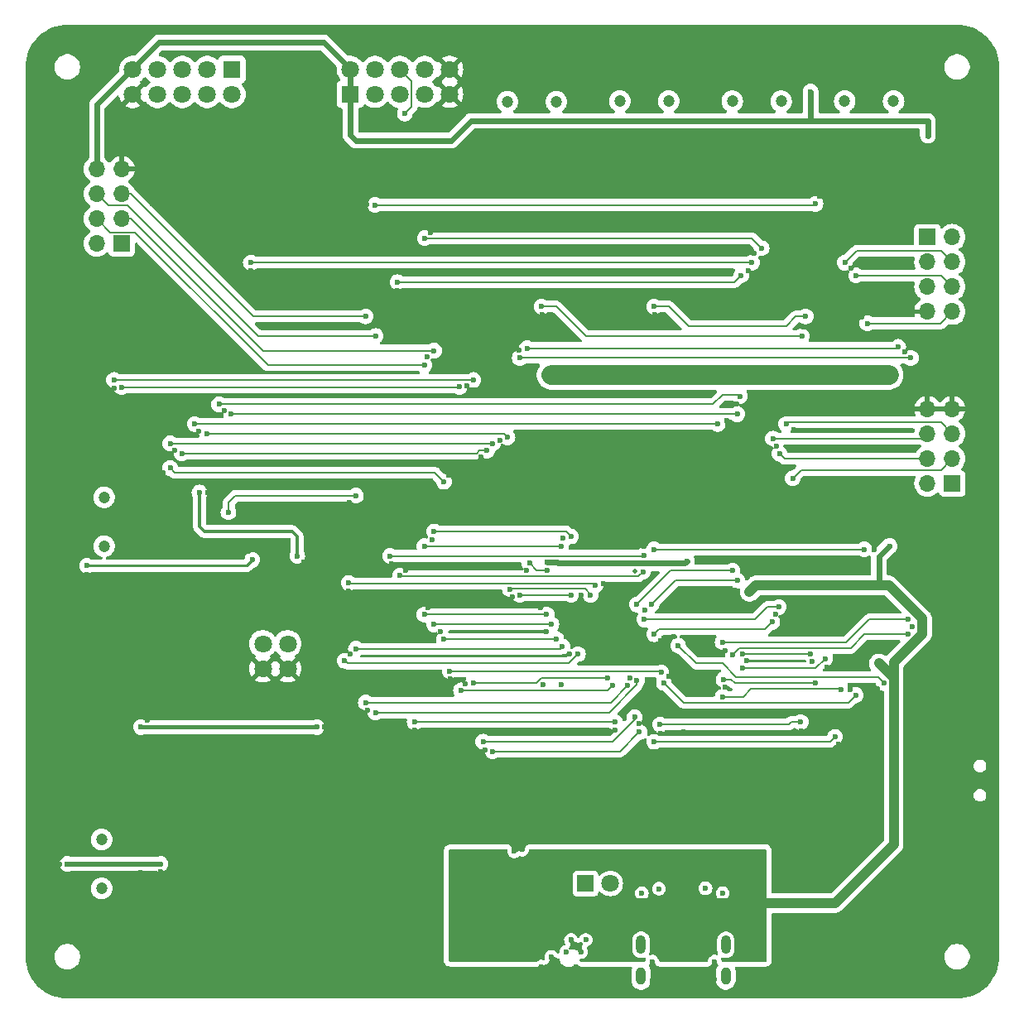
<source format=gbl>
G04 #@! TF.GenerationSoftware,KiCad,Pcbnew,8.0.5*
G04 #@! TF.CreationDate,2024-12-21T22:20:06-05:00*
G04 #@! TF.ProjectId,stm-midi-poc1,73746d2d-6d69-4646-992d-706f63312e6b,1*
G04 #@! TF.SameCoordinates,Original*
G04 #@! TF.FileFunction,Copper,L4,Bot*
G04 #@! TF.FilePolarity,Positive*
%FSLAX46Y46*%
G04 Gerber Fmt 4.6, Leading zero omitted, Abs format (unit mm)*
G04 Created by KiCad (PCBNEW 8.0.5) date 2024-12-21 22:20:06*
%MOMM*%
%LPD*%
G01*
G04 APERTURE LIST*
G04 #@! TA.AperFunction,ComponentPad*
%ADD10C,1.800000*%
G04 #@! TD*
G04 #@! TA.AperFunction,ComponentPad*
%ADD11C,1.200000*%
G04 #@! TD*
G04 #@! TA.AperFunction,ComponentPad*
%ADD12R,1.700000X1.700000*%
G04 #@! TD*
G04 #@! TA.AperFunction,ComponentPad*
%ADD13O,1.700000X1.700000*%
G04 #@! TD*
G04 #@! TA.AperFunction,ComponentPad*
%ADD14R,1.800000X1.800000*%
G04 #@! TD*
G04 #@! TA.AperFunction,ComponentPad*
%ADD15O,1.000000X1.900000*%
G04 #@! TD*
G04 #@! TA.AperFunction,ComponentPad*
%ADD16O,1.000000X1.800000*%
G04 #@! TD*
G04 #@! TA.AperFunction,ViaPad*
%ADD17C,0.600000*%
G04 #@! TD*
G04 #@! TA.AperFunction,ViaPad*
%ADD18C,0.500000*%
G04 #@! TD*
G04 #@! TA.AperFunction,Conductor*
%ADD19C,0.200000*%
G04 #@! TD*
G04 #@! TA.AperFunction,Conductor*
%ADD20C,0.400000*%
G04 #@! TD*
G04 #@! TA.AperFunction,Conductor*
%ADD21C,0.300000*%
G04 #@! TD*
G04 #@! TA.AperFunction,Conductor*
%ADD22C,0.600000*%
G04 #@! TD*
G04 #@! TA.AperFunction,Conductor*
%ADD23C,1.000000*%
G04 #@! TD*
G04 #@! TA.AperFunction,Conductor*
%ADD24C,2.000000*%
G04 #@! TD*
G04 #@! TA.AperFunction,Conductor*
%ADD25C,0.500000*%
G04 #@! TD*
G04 #@! TA.AperFunction,Conductor*
%ADD26C,0.280000*%
G04 #@! TD*
G04 APERTURE END LIST*
D10*
X131480000Y-102520000D03*
X131480000Y-99980000D03*
X134020000Y-102520000D03*
X134020000Y-99980000D03*
D11*
X167991181Y-44478476D03*
X172991181Y-44478476D03*
D12*
X199452646Y-58394637D03*
D13*
X201992646Y-58394637D03*
X199452646Y-60934637D03*
X201992646Y-60934637D03*
X199452646Y-63474637D03*
X201992646Y-63474637D03*
X199452646Y-66014637D03*
X201992646Y-66014637D03*
D14*
X128330000Y-41250000D03*
D10*
X128330000Y-43790000D03*
X125790000Y-41250000D03*
X125790000Y-43790000D03*
X123250000Y-41250000D03*
X123250000Y-43790000D03*
X120710000Y-41250000D03*
X120710000Y-43790000D03*
X118170000Y-41250000D03*
X118170000Y-43790000D03*
D11*
X114991181Y-125000000D03*
X114991181Y-120000000D03*
X115241181Y-90000000D03*
X115241181Y-85000000D03*
D12*
X202000000Y-83580000D03*
D13*
X199460000Y-83580000D03*
X202000000Y-81040000D03*
X199460000Y-81040000D03*
X202000000Y-78500000D03*
X199460000Y-78500000D03*
X202000000Y-75960000D03*
X199460000Y-75960000D03*
D15*
X170170000Y-130783476D03*
X178830000Y-130783476D03*
D16*
X178830000Y-133973476D03*
X170170000Y-133973476D03*
D14*
X164480000Y-124500000D03*
D10*
X167020000Y-124500000D03*
D14*
X140420000Y-43770000D03*
D10*
X140420000Y-41230000D03*
X142960000Y-43770000D03*
X142960000Y-41230000D03*
X145500000Y-43770000D03*
X145500000Y-41230000D03*
X148040000Y-43770000D03*
X148040000Y-41230000D03*
X150580000Y-43770000D03*
X150580000Y-41230000D03*
D11*
X190991181Y-44478472D03*
X195991181Y-44478472D03*
D12*
X117040000Y-59040000D03*
D13*
X114500000Y-59040000D03*
X117040000Y-56500000D03*
X114500000Y-56500000D03*
X117040000Y-53960000D03*
X114500000Y-53960000D03*
X117040000Y-51420000D03*
X114500000Y-51420000D03*
D11*
X156491181Y-44525976D03*
X161491181Y-44525976D03*
X179491181Y-44493096D03*
X184491181Y-44493096D03*
D17*
X135000000Y-98250000D03*
X130500000Y-98250000D03*
X132750000Y-97500000D03*
X167503315Y-108813535D03*
X169500000Y-87500000D03*
X178500000Y-50500000D03*
X153764933Y-80908945D03*
X135898223Y-94922877D03*
X164500000Y-130278476D03*
X138000000Y-106500000D03*
X153750000Y-53000000D03*
X132529210Y-114368551D03*
X176750000Y-125000000D03*
X140309183Y-85508091D03*
X201000000Y-37500000D03*
X177000000Y-82520000D03*
X121237038Y-82512410D03*
X179940635Y-75499274D03*
X180000000Y-96500000D03*
X194343638Y-104614022D03*
X130000000Y-90500000D03*
X113473645Y-92874854D03*
X129000000Y-86728476D03*
X162000000Y-133000000D03*
X170240000Y-125500000D03*
X163500000Y-133000000D03*
X131000000Y-131500000D03*
X174500000Y-109000000D03*
X120750000Y-103750000D03*
X134000000Y-104250000D03*
X148770521Y-89305542D03*
X186529924Y-108866268D03*
X161000000Y-132000000D03*
X162837126Y-101006513D03*
X137000000Y-127500000D03*
X174500000Y-82500000D03*
X142212978Y-106791956D03*
X181105165Y-61859653D03*
X179500000Y-84500000D03*
X121022645Y-123321065D03*
X149656475Y-98713412D03*
X205250000Y-129000000D03*
D18*
X169500000Y-92541528D03*
D17*
X123734303Y-120275000D03*
X166358610Y-93792316D03*
X136000000Y-57000000D03*
X164958709Y-86260416D03*
X197905583Y-98232313D03*
X188377695Y-54244384D03*
X148281806Y-70666642D03*
X144619144Y-91792044D03*
X126500000Y-134000000D03*
X148355585Y-96271066D03*
X147718721Y-124500000D03*
X205750000Y-44250000D03*
X166641047Y-117724943D03*
X183938565Y-96961086D03*
X186800539Y-67598380D03*
X204264245Y-105043074D03*
X172000000Y-135000000D03*
X171300000Y-134465441D03*
X142243804Y-115680684D03*
X172170306Y-99648865D03*
X121000000Y-126000000D03*
X135250000Y-42250000D03*
X169948516Y-108180735D03*
X124940615Y-78212498D03*
X174000000Y-135000000D03*
X122458263Y-80161606D03*
X187675869Y-101785653D03*
X158500000Y-67500000D03*
X132500000Y-106500000D03*
X168497285Y-81684706D03*
X119000000Y-123344205D03*
X160013921Y-66327788D03*
X129428461Y-95008569D03*
X146116663Y-92490361D03*
X162250000Y-116500000D03*
X130269082Y-61800641D03*
X179000000Y-88000000D03*
X194000000Y-56750000D03*
X135691225Y-91600552D03*
X145234314Y-63844529D03*
X190000000Y-50500000D03*
X146992776Y-108829036D03*
X181746060Y-60009523D03*
X180936498Y-101730466D03*
X179500000Y-82500000D03*
X176500000Y-135000000D03*
X196000000Y-125000000D03*
X155765371Y-79202556D03*
X190340524Y-110271027D03*
X157700615Y-69933459D03*
X179500000Y-87000000D03*
X125262889Y-89754915D03*
X136001906Y-74641444D03*
X170516997Y-96559343D03*
X170500000Y-90000000D03*
X201000000Y-125478476D03*
X133072230Y-87251416D03*
X196500000Y-80000000D03*
X127545406Y-76103213D03*
X162500000Y-131500000D03*
X125810928Y-84522568D03*
X197700070Y-91275176D03*
X173500000Y-96500000D03*
X150622097Y-103584409D03*
X148639934Y-57900001D03*
X162011782Y-104177989D03*
X177419240Y-88000000D03*
X169206230Y-117734237D03*
X185749155Y-78085664D03*
X118000000Y-63000000D03*
X164000000Y-131500000D03*
X191663208Y-61603595D03*
X204027723Y-91172812D03*
X201500000Y-116228476D03*
X167000000Y-51000000D03*
X162000000Y-96189799D03*
X131500000Y-104250000D03*
X152390203Y-73600000D03*
X136879103Y-88116031D03*
X142000000Y-113500000D03*
X159877071Y-96295441D03*
X117500000Y-80000000D03*
X111500000Y-115250000D03*
X176000000Y-107000000D03*
X138500000Y-118500000D03*
X110000000Y-80000000D03*
X134950000Y-127550000D03*
X109000000Y-129500000D03*
X186500000Y-115750000D03*
X116238345Y-73808242D03*
X179000000Y-91500000D03*
X110681161Y-122498601D03*
X177700000Y-132500000D03*
X137800151Y-108508942D03*
X172132368Y-109197016D03*
X192771846Y-66600000D03*
X178773913Y-104455677D03*
X111500000Y-95250000D03*
X168988597Y-103477830D03*
X160500000Y-98726456D03*
X184000000Y-79799266D03*
X169712083Y-80910361D03*
X173550574Y-99268477D03*
X174500000Y-87000000D03*
X174000000Y-83000000D03*
X152525976Y-48525976D03*
X178789521Y-100692755D03*
X142142078Y-55053028D03*
X152500000Y-67500000D03*
X167587963Y-80903257D03*
X197500000Y-105000000D03*
X115000000Y-38500000D03*
X142628266Y-67431009D03*
X124500000Y-116500000D03*
X132500000Y-110500000D03*
X163000000Y-130278476D03*
X133250000Y-81500000D03*
X178510000Y-125500000D03*
X156962957Y-95209777D03*
X172000000Y-125039289D03*
X140385906Y-101023274D03*
X173018330Y-103344863D03*
X154187705Y-110830352D03*
X121000000Y-97000000D03*
X119644821Y-107800000D03*
X170000000Y-67500000D03*
X185674239Y-81887626D03*
X160000000Y-133000000D03*
X162135158Y-89154605D03*
X171550766Y-66303737D03*
X198250000Y-129000000D03*
X121158645Y-90949006D03*
X129000000Y-110500000D03*
X178941704Y-77157364D03*
X185500000Y-58750000D03*
X127000000Y-103750000D03*
X191571846Y-104640767D03*
X157209829Y-121209829D03*
X164066291Y-94992530D03*
X118500000Y-70000000D03*
X197150116Y-70110295D03*
X158750000Y-116250000D03*
X158000000Y-121028476D03*
X180500000Y-115250000D03*
X193981972Y-90341396D03*
X177700000Y-134300000D03*
X189148899Y-102388325D03*
X160168496Y-104168497D03*
X150470495Y-82756265D03*
X171300000Y-132500000D03*
X152191418Y-104060704D03*
X140233439Y-94557267D03*
X174000000Y-86500000D03*
X158435128Y-92494651D03*
X109000000Y-46000000D03*
X141000000Y-109500000D03*
X174844855Y-91503674D03*
X172000000Y-72500000D03*
X163000000Y-72500000D03*
X195576386Y-89998711D03*
X152500000Y-122500000D03*
X198000000Y-46500000D03*
X153500000Y-131000000D03*
X161000000Y-72500000D03*
X151500000Y-131500000D03*
X158000000Y-127978476D03*
X156000000Y-129500000D03*
X199500000Y-46500000D03*
X194500000Y-102000000D03*
X199500000Y-48000000D03*
X151500000Y-122000000D03*
X153841181Y-124500000D03*
X195000000Y-94000000D03*
X156000000Y-127978476D03*
X187500000Y-43500000D03*
X151500000Y-126500000D03*
X194000000Y-94000000D03*
X195500000Y-72000000D03*
X152500000Y-125000000D03*
X160521510Y-91618308D03*
X175832381Y-121500000D03*
X152000000Y-129500000D03*
X181257824Y-94657406D03*
X170500000Y-72500000D03*
X156000000Y-126500000D03*
X175860216Y-122506704D03*
X195500000Y-73000000D03*
X196000000Y-111716121D03*
X151500000Y-124000000D03*
X194500000Y-92500000D03*
X195000000Y-104000000D03*
X173956554Y-100164967D03*
X193000000Y-90334065D03*
X193297379Y-67204125D03*
X171500000Y-90334065D03*
X197500000Y-97500000D03*
X178496165Y-99834882D03*
X197500000Y-99000000D03*
X179558793Y-101082140D03*
X119000000Y-108500000D03*
X137000000Y-108500000D03*
X121000000Y-122500000D03*
X111491181Y-122500000D03*
X190591181Y-104640767D03*
X191000000Y-61000000D03*
X178500000Y-105400000D03*
X192106518Y-105239666D03*
X192160216Y-62311899D03*
X172500000Y-104000000D03*
X185000000Y-77500000D03*
X184260368Y-96225536D03*
X184321803Y-80534816D03*
X170500000Y-97500000D03*
X183587862Y-97760352D03*
X183649297Y-79000000D03*
X171500000Y-99000000D03*
X185674168Y-83067185D03*
X182500000Y-59525829D03*
X148039934Y-58496378D03*
X154400000Y-80221855D03*
X154000000Y-110000000D03*
X169500000Y-107500000D03*
X123190000Y-80500000D03*
X127000000Y-75500000D03*
X180280407Y-74656639D03*
X180000000Y-93500000D03*
X171246270Y-95909382D03*
X130250000Y-61000000D03*
X181500000Y-61000000D03*
X188000000Y-104000000D03*
X142959040Y-55104216D03*
X188000000Y-55000000D03*
X178598741Y-103642125D03*
X156500000Y-78880321D03*
X165000000Y-95000000D03*
X156750000Y-94400000D03*
X125750000Y-78500000D03*
X179500000Y-92500000D03*
X180000000Y-76500000D03*
X128250000Y-76500000D03*
X169741181Y-95966416D03*
X141000000Y-84834313D03*
X127961497Y-86538503D03*
X141000000Y-100500000D03*
X162121616Y-100260673D03*
X122000000Y-79500000D03*
X170000000Y-109000000D03*
X155000000Y-111000000D03*
X155000000Y-79500000D03*
X145250000Y-63000000D03*
X180391716Y-62319162D03*
X124500000Y-77500000D03*
X178000000Y-77500000D03*
X172236454Y-102915862D03*
X122000000Y-82000000D03*
X150600000Y-102772529D03*
X150000000Y-83412229D03*
X145500000Y-93000000D03*
X146000000Y-45750000D03*
X170361171Y-92607999D03*
X170495844Y-90912331D03*
X144500000Y-91000000D03*
X147000000Y-108000000D03*
X167500000Y-108000000D03*
X163000000Y-95000000D03*
X157750000Y-70750000D03*
X157750000Y-94977862D03*
X197750000Y-70750000D03*
X158750000Y-91750000D03*
X196461418Y-69617466D03*
X160578872Y-92489492D03*
X158500000Y-69750000D03*
X171500000Y-110000000D03*
X190000000Y-109500000D03*
X172112619Y-108233025D03*
X186500000Y-108000000D03*
X160000000Y-65500000D03*
X186603944Y-68528383D03*
X180500000Y-102500000D03*
X189000000Y-101500000D03*
X187000000Y-66500000D03*
X171500000Y-65500000D03*
X187500000Y-101000000D03*
X180500000Y-101000000D03*
X151595155Y-73699359D03*
X167250000Y-104250000D03*
X117040000Y-73750000D03*
X151750000Y-104750000D03*
X169741181Y-103750000D03*
X143000000Y-107000000D03*
X143000000Y-68500000D03*
X116250000Y-73000000D03*
X153000000Y-104000000D03*
X153000000Y-73000000D03*
X166750000Y-103500000D03*
X168789836Y-104286887D03*
X142000000Y-66500000D03*
X142000000Y-106000000D03*
X149000000Y-70000000D03*
X163000000Y-89000000D03*
X149000000Y-88500000D03*
X161500000Y-99500000D03*
X150000000Y-99500000D03*
X148000000Y-90000000D03*
X162000000Y-90000000D03*
X148000000Y-71500000D03*
X148000000Y-97000000D03*
X160500000Y-97000000D03*
X161000000Y-98000000D03*
X149000000Y-98000000D03*
X135000000Y-91000000D03*
X125000000Y-84500000D03*
X113500000Y-92000000D03*
X130404829Y-91404829D03*
X163711382Y-101036453D03*
X139846749Y-101716872D03*
X140250000Y-93750000D03*
X165500000Y-94000000D03*
D19*
X167250000Y-110000000D02*
X154000000Y-110000000D01*
X169500000Y-107750000D02*
X167250000Y-110000000D01*
X169500000Y-107500000D02*
X169500000Y-107750000D01*
X168000000Y-111000000D02*
X155000000Y-111000000D01*
X170000000Y-109000000D02*
X168000000Y-111000000D01*
D20*
X119000000Y-108500000D02*
X137000000Y-108500000D01*
D21*
X152525976Y-48525976D02*
X152551952Y-48500000D01*
X152551952Y-48500000D02*
X153000000Y-48500000D01*
D22*
X160521510Y-91618308D02*
X161546854Y-91618308D01*
D23*
X196000000Y-103500000D02*
X194500000Y-102000000D01*
D24*
X161000000Y-72500000D02*
X170500000Y-72500000D01*
D22*
X187500000Y-46500000D02*
X199500000Y-46500000D01*
D23*
X196000000Y-111716121D02*
X196000000Y-120500000D01*
X198905583Y-97405583D02*
X195500000Y-94000000D01*
D22*
X161684676Y-91748960D02*
X174599569Y-91748960D01*
D23*
X182000000Y-126500000D02*
X160000000Y-126500000D01*
X196000000Y-120500000D02*
X190000000Y-126500000D01*
X181257824Y-94657406D02*
X181915230Y-94000000D01*
D22*
X141000000Y-48500000D02*
X150750000Y-48500000D01*
X114500000Y-51420000D02*
X114500000Y-44840000D01*
D23*
X190000000Y-126500000D02*
X182000000Y-126500000D01*
D22*
X161550439Y-91614723D02*
X161684676Y-91748960D01*
D23*
X160000000Y-126500000D02*
X158500000Y-128000000D01*
D24*
X170500000Y-72500000D02*
X195500000Y-72500000D01*
D22*
X174599569Y-91748960D02*
X174844855Y-91503674D01*
D23*
X196000000Y-111716121D02*
X196000000Y-106000000D01*
D22*
X120840000Y-38500000D02*
X137726200Y-38500000D01*
X114500000Y-44840000D02*
X120840000Y-38500000D01*
X140425000Y-47925000D02*
X141000000Y-48500000D01*
X137726200Y-38500000D02*
X140425000Y-41198800D01*
D23*
X156021524Y-128000000D02*
X156000000Y-127978476D01*
D22*
X152750000Y-46500000D02*
X187500000Y-46500000D01*
X194500000Y-91000000D02*
X195500000Y-90000000D01*
D23*
X196000000Y-106000000D02*
X196000000Y-101914214D01*
D22*
X194500000Y-94000000D02*
X194500000Y-91000000D01*
X161546854Y-91618308D02*
X161550439Y-91614723D01*
X187500000Y-46500000D02*
X187500000Y-43500000D01*
X140425000Y-41198800D02*
X140425000Y-47925000D01*
X199500000Y-46500000D02*
X199500000Y-48000000D01*
D23*
X181915230Y-94000000D02*
X194500000Y-94000000D01*
D22*
X150750000Y-48500000D02*
X152750000Y-46500000D01*
D23*
X158500000Y-128000000D02*
X156021524Y-128000000D01*
X198905583Y-99008631D02*
X198905583Y-97405583D01*
X195500000Y-94000000D02*
X194500000Y-94000000D01*
X196000000Y-101914214D02*
X198905583Y-99008631D01*
X196000000Y-106000000D02*
X196000000Y-103500000D01*
D19*
X178500000Y-102000000D02*
X179900000Y-103400000D01*
X175791587Y-102000000D02*
X178500000Y-102000000D01*
X179900000Y-103400000D02*
X194400000Y-103400000D01*
X173956554Y-100164967D02*
X175791587Y-102000000D01*
X194400000Y-103400000D02*
X195000000Y-104000000D01*
X193297379Y-67204125D02*
X200803158Y-67204125D01*
X200803158Y-67204125D02*
X201992646Y-66014637D01*
X171500000Y-90334065D02*
X193000000Y-90334065D01*
X193500000Y-97500000D02*
X197500000Y-97500000D01*
X191165118Y-99834882D02*
X193500000Y-97500000D01*
X178496165Y-99834882D02*
X191165118Y-99834882D01*
X180240933Y-100400000D02*
X191600000Y-100400000D01*
X179558793Y-101082140D02*
X180240933Y-100400000D01*
X191600000Y-100400000D02*
X193000000Y-99000000D01*
X193000000Y-99000000D02*
X197500000Y-99000000D01*
D25*
X111491181Y-122500000D02*
X121000000Y-122500000D01*
D19*
X180600000Y-105400000D02*
X181378785Y-104621215D01*
X191000000Y-61000000D02*
X192215363Y-59784637D01*
X200842646Y-59784637D02*
X201992646Y-60934637D01*
X178500000Y-105400000D02*
X180600000Y-105400000D01*
X181378785Y-104621215D02*
X190571629Y-104621215D01*
X192215363Y-59784637D02*
X200842646Y-59784637D01*
X190571629Y-104621215D02*
X190591181Y-104640767D01*
X172500000Y-104000000D02*
X174500000Y-106000000D01*
X174500000Y-106000000D02*
X191346184Y-106000000D01*
X200829908Y-62311899D02*
X201992646Y-63474637D01*
X192160216Y-62311899D02*
X200829908Y-62311899D01*
X191346184Y-106000000D02*
X192106518Y-105239666D01*
X185000000Y-77500000D02*
X185150000Y-77350000D01*
X185150000Y-77350000D02*
X200850000Y-77350000D01*
X200850000Y-77350000D02*
X202000000Y-78500000D01*
X183080164Y-96225536D02*
X184260368Y-96225536D01*
X199460000Y-81040000D02*
X184826987Y-81040000D01*
X181805700Y-97500000D02*
X183080164Y-96225536D01*
X184826987Y-81040000D02*
X184321803Y-80534816D01*
X170500000Y-97500000D02*
X181805700Y-97500000D01*
X172000000Y-98500000D02*
X171500000Y-99000000D01*
X182848214Y-98500000D02*
X172000000Y-98500000D01*
X183587862Y-97760352D02*
X182848214Y-98500000D01*
X199460000Y-78500000D02*
X198960000Y-79000000D01*
X198960000Y-79000000D02*
X183649297Y-79000000D01*
X185674168Y-83067185D02*
X186551353Y-82190000D01*
X200850000Y-82190000D02*
X202000000Y-81040000D01*
X186551353Y-82190000D02*
X200850000Y-82190000D01*
X148043556Y-58500000D02*
X181474171Y-58500000D01*
X148039934Y-58496378D02*
X148043556Y-58500000D01*
X181474171Y-58500000D02*
X182500000Y-59525829D01*
X153603494Y-80221855D02*
X154400000Y-80221855D01*
X153325349Y-80500000D02*
X153603494Y-80221855D01*
X123190000Y-80500000D02*
X153325349Y-80500000D01*
X173663778Y-93500000D02*
X180000000Y-93500000D01*
X177500000Y-75500000D02*
X178500000Y-74500000D01*
X127000000Y-75500000D02*
X177500000Y-75500000D01*
X171254396Y-95909382D02*
X173663778Y-93500000D01*
X171246270Y-95909382D02*
X171254396Y-95909382D01*
X178500000Y-74500000D02*
X180123768Y-74500000D01*
X180123768Y-74500000D02*
X180280407Y-74656639D01*
X130250000Y-61000000D02*
X181500000Y-61000000D01*
X179749261Y-104000000D02*
X179391386Y-103642125D01*
X187900000Y-55100000D02*
X188000000Y-55000000D01*
X188000000Y-104000000D02*
X179749261Y-104000000D01*
X179391386Y-103642125D02*
X178598741Y-103642125D01*
X142963256Y-55100000D02*
X187900000Y-55100000D01*
X142959040Y-55104216D02*
X142963256Y-55100000D01*
X165000000Y-94936776D02*
X165000000Y-95000000D01*
X125750000Y-78500000D02*
X156119679Y-78500000D01*
X156119679Y-78500000D02*
X156500000Y-78880321D01*
X164441087Y-94377863D02*
X165000000Y-94936776D01*
X156750000Y-94400000D02*
X156772137Y-94377863D01*
X156772137Y-94377863D02*
X164441087Y-94377863D01*
X173207597Y-92500000D02*
X179500000Y-92500000D01*
X169741181Y-95966416D02*
X173207597Y-92500000D01*
X128250000Y-76500000D02*
X180000000Y-76500000D01*
X128000000Y-86500000D02*
X127961497Y-86538503D01*
X161882289Y-100500000D02*
X162121616Y-100260673D01*
X128665687Y-84834313D02*
X128000000Y-85500000D01*
X141000000Y-100500000D02*
X161882289Y-100500000D01*
X141000000Y-84834313D02*
X128665687Y-84834313D01*
X128000000Y-85500000D02*
X128000000Y-86500000D01*
X122000000Y-79500000D02*
X155000000Y-79500000D01*
X179710878Y-63000000D02*
X180391716Y-62319162D01*
X145250000Y-63000000D02*
X179710878Y-63000000D01*
X178000000Y-77500000D02*
X124500000Y-77500000D01*
X150600000Y-102772529D02*
X150604851Y-102777380D01*
X150604851Y-102777380D02*
X172097972Y-102777380D01*
X150000000Y-83412229D02*
X149087771Y-82500000D01*
X122500000Y-82500000D02*
X122000000Y-82000000D01*
X149087771Y-82500000D02*
X122500000Y-82500000D01*
X172097972Y-102777380D02*
X172236454Y-102915862D01*
X169869170Y-93100000D02*
X145600000Y-93100000D01*
X146000000Y-45750000D02*
X146700000Y-45050000D01*
X146700000Y-45050000D02*
X146700000Y-42430000D01*
X146700000Y-42430000D02*
X145500000Y-41230000D01*
X145600000Y-93100000D02*
X145500000Y-93000000D01*
X170361171Y-92607999D02*
X169869170Y-93100000D01*
X170408175Y-91000000D02*
X170495844Y-90912331D01*
X144500000Y-91000000D02*
X170408175Y-91000000D01*
X167500000Y-108000000D02*
X147000000Y-108000000D01*
X196750000Y-70750000D02*
X197750000Y-70750000D01*
X157772138Y-95000000D02*
X163000000Y-95000000D01*
X157750000Y-70750000D02*
X196750000Y-70750000D01*
X157750000Y-94977862D02*
X157772138Y-95000000D01*
X159489492Y-92489492D02*
X160578872Y-92489492D01*
X158750000Y-91750000D02*
X159489492Y-92489492D01*
X196461418Y-69617466D02*
X196328884Y-69750000D01*
X196328884Y-69750000D02*
X158500000Y-69750000D01*
X189500000Y-110000000D02*
X171500000Y-110000000D01*
X190000000Y-109500000D02*
X189500000Y-110000000D01*
X186575561Y-68500000D02*
X186603944Y-68528383D01*
X160000000Y-65500000D02*
X161500000Y-65500000D01*
X185266975Y-108233025D02*
X172112619Y-108233025D01*
X185500000Y-108000000D02*
X185266975Y-108233025D01*
X164500000Y-68500000D02*
X186575561Y-68500000D01*
X161500000Y-65500000D02*
X164500000Y-68500000D01*
X186500000Y-108000000D02*
X185500000Y-108000000D01*
X189000000Y-101500000D02*
X188000000Y-102500000D01*
X188000000Y-102500000D02*
X180500000Y-102500000D01*
X185000000Y-67500000D02*
X186000000Y-66500000D01*
X186000000Y-66500000D02*
X187000000Y-66500000D01*
X171500000Y-65500000D02*
X173000000Y-65500000D01*
X175000000Y-67500000D02*
X185000000Y-67500000D01*
X173000000Y-65500000D02*
X175000000Y-67500000D01*
X187500000Y-101000000D02*
X180500000Y-101000000D01*
X151777989Y-104777989D02*
X151750000Y-104750000D01*
X166722011Y-104777989D02*
X151777989Y-104777989D01*
X167250000Y-104250000D02*
X166722011Y-104777989D01*
X151544514Y-73750000D02*
X151595155Y-73699359D01*
X117040000Y-73750000D02*
X151544514Y-73750000D01*
X115650000Y-55110000D02*
X114500000Y-53960000D01*
X169741181Y-104184071D02*
X166925252Y-107000000D01*
X117610000Y-55110000D02*
X115650000Y-55110000D01*
X143000000Y-68500000D02*
X131000000Y-68500000D01*
X131000000Y-68500000D02*
X117610000Y-55110000D01*
X169741181Y-103750000D02*
X169741181Y-104184071D01*
X166925252Y-107000000D02*
X143000000Y-107000000D01*
X153000000Y-73000000D02*
X134000000Y-73000000D01*
X134000000Y-73000000D02*
X116250000Y-73000000D01*
X153000000Y-104000000D02*
X159488464Y-104000000D01*
X159488464Y-104000000D02*
X159988464Y-103500000D01*
X159988464Y-103500000D02*
X166750000Y-103500000D01*
X142000000Y-106000000D02*
X167076723Y-106000000D01*
X142000000Y-66500000D02*
X130500000Y-66500000D01*
X168789836Y-104286887D02*
X167076723Y-106000000D01*
X130500000Y-66500000D02*
X117960000Y-53960000D01*
X117960000Y-53960000D02*
X117040000Y-53960000D01*
X118000000Y-56500000D02*
X117040000Y-56500000D01*
X163000000Y-89000000D02*
X162500000Y-88500000D01*
X149000000Y-70000000D02*
X131500000Y-70000000D01*
X162500000Y-88500000D02*
X149000000Y-88500000D01*
X131500000Y-70000000D02*
X118000000Y-56500000D01*
X161500000Y-99500000D02*
X150000000Y-99500000D01*
X115890000Y-57890000D02*
X114500000Y-56500000D01*
X148000000Y-71500000D02*
X132000000Y-71500000D01*
X118390000Y-57890000D02*
X115890000Y-57890000D01*
X162000000Y-90000000D02*
X148000000Y-90000000D01*
X132000000Y-71500000D02*
X118390000Y-57890000D01*
X160500000Y-97000000D02*
X148000000Y-97000000D01*
X161000000Y-98000000D02*
X149000000Y-98000000D01*
D21*
X125500000Y-88500000D02*
X125000000Y-88000000D01*
X125000000Y-88000000D02*
X125000000Y-84500000D01*
X134500000Y-88500000D02*
X125500000Y-88500000D01*
X135000000Y-89000000D02*
X134500000Y-88500000D01*
X135000000Y-91000000D02*
X135000000Y-89000000D01*
D26*
X130404829Y-91404829D02*
X129809658Y-92000000D01*
X129809658Y-92000000D02*
X113500000Y-92000000D01*
D19*
X139846749Y-101716872D02*
X140129877Y-102000000D01*
X140129877Y-102000000D02*
X162747835Y-102000000D01*
X162747835Y-102000000D02*
X163711382Y-101036453D01*
X165500000Y-94000000D02*
X165500000Y-93999164D01*
X165500000Y-93999164D02*
X165298741Y-93797905D01*
X140297905Y-93797905D02*
X140250000Y-93750000D01*
X165298741Y-93797905D02*
X140297905Y-93797905D01*
G04 #@! TA.AperFunction,Conductor*
G36*
X163041237Y-130087804D02*
G01*
X163045993Y-130088976D01*
X163052089Y-130090478D01*
X163085680Y-130103217D01*
X163095562Y-130108404D01*
X163125121Y-130128807D01*
X163133492Y-130136223D01*
X163157306Y-130163102D01*
X163170890Y-130182782D01*
X163181677Y-130201075D01*
X163195847Y-130229576D01*
X163281434Y-130345232D01*
X163330566Y-130394909D01*
X163330574Y-130394916D01*
X163445280Y-130481772D01*
X163579810Y-130532793D01*
X163648001Y-130548020D01*
X163648003Y-130548020D01*
X163651067Y-130548358D01*
X163653715Y-130548460D01*
X163791459Y-130559072D01*
X163932217Y-130529261D01*
X163997814Y-130505204D01*
X164003627Y-130502070D01*
X164078675Y-130484297D01*
X164152559Y-130506429D01*
X164205479Y-130562538D01*
X164223254Y-130637590D01*
X164201122Y-130711474D01*
X164190079Y-130727043D01*
X164168737Y-130753377D01*
X164168734Y-130753383D01*
X164113313Y-130886149D01*
X164113310Y-130886159D01*
X164095845Y-130953810D01*
X164095052Y-130960056D01*
X164094948Y-130961953D01*
X164080074Y-131096823D01*
X164105232Y-131238488D01*
X164127113Y-131304836D01*
X164127117Y-131304846D01*
X164155147Y-131361231D01*
X164161041Y-131374722D01*
X164184307Y-131436069D01*
X164192904Y-131470946D01*
X164194251Y-131482040D01*
X164194251Y-131517958D01*
X164192904Y-131529052D01*
X164184305Y-131563936D01*
X164180345Y-131574376D01*
X164163657Y-131606171D01*
X164157314Y-131615361D01*
X164133493Y-131642250D01*
X164125129Y-131649660D01*
X164095563Y-131670068D01*
X164085664Y-131675263D01*
X164052094Y-131687995D01*
X164041257Y-131690667D01*
X164005587Y-131695000D01*
X163982555Y-131695000D01*
X163908055Y-131675038D01*
X163883750Y-131657528D01*
X163866508Y-131642253D01*
X163842688Y-131615366D01*
X163829113Y-131595699D01*
X163818321Y-131577398D01*
X163804143Y-131548879D01*
X163718551Y-131433227D01*
X163669417Y-131383552D01*
X163657755Y-131374722D01*
X163554719Y-131296704D01*
X163554720Y-131296704D01*
X163420192Y-131245684D01*
X163420177Y-131245679D01*
X163353819Y-131230861D01*
X163352329Y-131230508D01*
X163352000Y-131230455D01*
X163262335Y-131223547D01*
X163208540Y-131219403D01*
X163208539Y-131219403D01*
X163208537Y-131219403D01*
X163067776Y-131249215D01*
X163002185Y-131273270D01*
X162996362Y-131276409D01*
X162921308Y-131294176D01*
X162847426Y-131272036D01*
X162794512Y-131215921D01*
X162776745Y-131140867D01*
X162798885Y-131066985D01*
X162809917Y-131051434D01*
X162831257Y-131025102D01*
X162886685Y-130892326D01*
X162904151Y-130824675D01*
X162904153Y-130824667D01*
X162919926Y-130681654D01*
X162894768Y-130539990D01*
X162872885Y-130473635D01*
X162872883Y-130473630D01*
X162844854Y-130417250D01*
X162838963Y-130403768D01*
X162835604Y-130394912D01*
X162815689Y-130342401D01*
X162807093Y-130307525D01*
X162805747Y-130296434D01*
X162805748Y-130260519D01*
X162807096Y-130249418D01*
X162815692Y-130214543D01*
X162819651Y-130204104D01*
X162836338Y-130172307D01*
X162842689Y-130163105D01*
X162866503Y-130136224D01*
X162874879Y-130128804D01*
X162904429Y-130108406D01*
X162914323Y-130103214D01*
X162947911Y-130090478D01*
X162955074Y-130088712D01*
X162958771Y-130087802D01*
X162994413Y-130083476D01*
X163005586Y-130083476D01*
X163041237Y-130087804D01*
G37*
G04 #@! TD.AperFunction*
G04 #@! TA.AperFunction,Conductor*
G36*
X179192867Y-104302203D02*
G01*
X179228602Y-104328576D01*
X179380545Y-104480520D01*
X179380549Y-104480522D01*
X179380550Y-104480523D01*
X179451459Y-104521462D01*
X179505997Y-104575999D01*
X179525960Y-104650499D01*
X179505998Y-104724999D01*
X179451461Y-104779537D01*
X179376961Y-104799500D01*
X179091161Y-104799500D01*
X179016661Y-104779538D01*
X179009384Y-104774576D01*
X179009347Y-104774636D01*
X178849515Y-104674206D01*
X178846792Y-104672895D01*
X178845071Y-104671414D01*
X178842437Y-104669759D01*
X178842686Y-104669361D01*
X178788333Y-104622583D01*
X178762863Y-104549782D01*
X178777206Y-104473999D01*
X178827518Y-104415540D01*
X178862231Y-104398017D01*
X178948263Y-104367914D01*
X179043972Y-104307775D01*
X179117672Y-104285041D01*
X179192867Y-104302203D01*
G37*
G04 #@! TD.AperFunction*
G04 #@! TA.AperFunction,Conductor*
G36*
X196613576Y-99620462D02*
G01*
X196668114Y-99675000D01*
X196688076Y-99749500D01*
X196668114Y-99824000D01*
X196644435Y-99854858D01*
X195999295Y-100499998D01*
X195362221Y-101137072D01*
X195307362Y-101191931D01*
X195240567Y-101230495D01*
X195163439Y-101230495D01*
X195119223Y-101210461D01*
X194973919Y-101113372D01*
X194973909Y-101113366D01*
X194791836Y-101037949D01*
X194791834Y-101037948D01*
X194598540Y-100999500D01*
X194401460Y-100999500D01*
X194208165Y-101037948D01*
X194208163Y-101037949D01*
X194026090Y-101113366D01*
X194026080Y-101113371D01*
X193862220Y-101222860D01*
X193862215Y-101222864D01*
X193722864Y-101362215D01*
X193722860Y-101362220D01*
X193613371Y-101526080D01*
X193613366Y-101526090D01*
X193537949Y-101708163D01*
X193537948Y-101708165D01*
X193499500Y-101901459D01*
X193499500Y-102098540D01*
X193537948Y-102291834D01*
X193537949Y-102291836D01*
X193613366Y-102473909D01*
X193613371Y-102473919D01*
X193676048Y-102567720D01*
X193700840Y-102640755D01*
X193685793Y-102716401D01*
X193634939Y-102774389D01*
X193561904Y-102799181D01*
X193552159Y-102799500D01*
X188909452Y-102799500D01*
X188834952Y-102779538D01*
X188780414Y-102725000D01*
X188760452Y-102650500D01*
X188780414Y-102576000D01*
X188804093Y-102545141D01*
X188906574Y-102442660D01*
X189012350Y-102336883D01*
X189079143Y-102298321D01*
X189101016Y-102294182D01*
X189179255Y-102285368D01*
X189349522Y-102225789D01*
X189502262Y-102129816D01*
X189629816Y-102002262D01*
X189725789Y-101849522D01*
X189785368Y-101679255D01*
X189805565Y-101500000D01*
X189785368Y-101320745D01*
X189742665Y-101198709D01*
X189736903Y-101121799D01*
X189770367Y-101052309D01*
X189834094Y-101008861D01*
X189883305Y-101000500D01*
X191511798Y-101000500D01*
X191511814Y-101000501D01*
X191520943Y-101000501D01*
X191679052Y-101000501D01*
X191679057Y-101000501D01*
X191831785Y-100959577D01*
X191847793Y-100950335D01*
X191891115Y-100925323D01*
X191891116Y-100925322D01*
X191897353Y-100921721D01*
X191968716Y-100880520D01*
X192080520Y-100768716D01*
X192080520Y-100768714D01*
X192092782Y-100756453D01*
X192092785Y-100756448D01*
X193205094Y-99644141D01*
X193271889Y-99605577D01*
X193310453Y-99600500D01*
X196539076Y-99600500D01*
X196613576Y-99620462D01*
G37*
G04 #@! TD.AperFunction*
G04 #@! TA.AperFunction,Conductor*
G36*
X186983339Y-101620462D02*
G01*
X187001737Y-101633006D01*
X187002991Y-101634006D01*
X187048792Y-101696062D01*
X187057429Y-101772705D01*
X187026587Y-101843398D01*
X186964531Y-101889199D01*
X186910093Y-101899500D01*
X181091161Y-101899500D01*
X181016661Y-101879538D01*
X180998353Y-101867066D01*
X180997725Y-101866566D01*
X180951876Y-101804546D01*
X180943180Y-101727909D01*
X180973967Y-101657192D01*
X180997725Y-101633434D01*
X180998353Y-101632934D01*
X181069070Y-101602147D01*
X181091161Y-101600500D01*
X186908839Y-101600500D01*
X186983339Y-101620462D01*
G37*
G04 #@! TD.AperFunction*
G04 #@! TA.AperFunction,Conductor*
G36*
X177817104Y-99120462D02*
G01*
X177871642Y-99175000D01*
X177891604Y-99249500D01*
X177871642Y-99324000D01*
X177868766Y-99328773D01*
X177770376Y-99485359D01*
X177710796Y-99655629D01*
X177690600Y-99834880D01*
X177690600Y-99834883D01*
X177710796Y-100014134D01*
X177710796Y-100014136D01*
X177710797Y-100014137D01*
X177770376Y-100184404D01*
X177866349Y-100337144D01*
X177993903Y-100464698D01*
X178146643Y-100560671D01*
X178316910Y-100620250D01*
X178406537Y-100630348D01*
X178496164Y-100640447D01*
X178496165Y-100640447D01*
X178496166Y-100640447D01*
X178552946Y-100634049D01*
X178644763Y-100623704D01*
X178721030Y-100635199D01*
X178781331Y-100683288D01*
X178809509Y-100755084D01*
X178802085Y-100820977D01*
X178773425Y-100902883D01*
X178773424Y-100902886D01*
X178753228Y-101082138D01*
X178753228Y-101082142D01*
X178771051Y-101240332D01*
X178759556Y-101316598D01*
X178711467Y-101376899D01*
X178639670Y-101405077D01*
X178584431Y-101400939D01*
X178579057Y-101399499D01*
X178420943Y-101399499D01*
X178411814Y-101399499D01*
X178411798Y-101399500D01*
X176102041Y-101399500D01*
X176027541Y-101379538D01*
X175996682Y-101355859D01*
X174793439Y-100152617D01*
X174754875Y-100085822D01*
X174750736Y-100063946D01*
X174741922Y-99985712D01*
X174682343Y-99815445D01*
X174586370Y-99662705D01*
X174458816Y-99535151D01*
X174306076Y-99439178D01*
X174165927Y-99390137D01*
X174102203Y-99346691D01*
X174068738Y-99277201D01*
X174074501Y-99200289D01*
X174117949Y-99136563D01*
X174187439Y-99103098D01*
X174215140Y-99100500D01*
X177742604Y-99100500D01*
X177817104Y-99120462D01*
G37*
G04 #@! TD.AperFunction*
G04 #@! TA.AperFunction,Conductor*
G36*
X162686886Y-100938883D02*
G01*
X162743425Y-100991343D01*
X162766160Y-101065045D01*
X162748998Y-101140239D01*
X162722623Y-101175976D01*
X162542741Y-101355859D01*
X162475946Y-101394423D01*
X162437382Y-101399500D01*
X141589907Y-101399500D01*
X141515407Y-101379538D01*
X141460869Y-101325000D01*
X141440907Y-101250500D01*
X141460869Y-101176000D01*
X141497009Y-101134006D01*
X141498263Y-101133006D01*
X141568956Y-101102164D01*
X141591161Y-101100500D01*
X161794087Y-101100500D01*
X161794103Y-101100501D01*
X161803232Y-101100501D01*
X161961341Y-101100501D01*
X161961346Y-101100501D01*
X162071578Y-101070963D01*
X162113249Y-101067844D01*
X162113249Y-101066238D01*
X162121617Y-101066238D01*
X162166429Y-101061188D01*
X162300871Y-101046041D01*
X162471138Y-100986462D01*
X162537990Y-100944455D01*
X162611692Y-100921721D01*
X162686886Y-100938883D01*
G37*
G04 #@! TD.AperFunction*
G04 #@! TA.AperFunction,Conductor*
G36*
X179483339Y-94120462D02*
G01*
X179490615Y-94125423D01*
X179490653Y-94125364D01*
X179497737Y-94129815D01*
X179497738Y-94129816D01*
X179650478Y-94225789D01*
X179820745Y-94285368D01*
X179887825Y-94292926D01*
X179999999Y-94305565D01*
X180000000Y-94305565D01*
X180112170Y-94292926D01*
X180188434Y-94304421D01*
X180248735Y-94352509D01*
X180276914Y-94424305D01*
X180274988Y-94470056D01*
X180257324Y-94558864D01*
X180257324Y-94755946D01*
X180295772Y-94949240D01*
X180295773Y-94949242D01*
X180371190Y-95131315D01*
X180371195Y-95131325D01*
X180444229Y-95240627D01*
X180480685Y-95295187D01*
X180620043Y-95434545D01*
X180664356Y-95464154D01*
X180783904Y-95544034D01*
X180783914Y-95544039D01*
X180851169Y-95571897D01*
X180965988Y-95619457D01*
X181159284Y-95657906D01*
X181356364Y-95657906D01*
X181549660Y-95619457D01*
X181731738Y-95544037D01*
X181731740Y-95544035D01*
X181731743Y-95544034D01*
X181794260Y-95502261D01*
X181895605Y-95434545D01*
X182286010Y-95044141D01*
X182352805Y-95005577D01*
X182391369Y-95000500D01*
X194401459Y-95000500D01*
X195023862Y-95000500D01*
X195098362Y-95020462D01*
X195129221Y-95044141D01*
X196730220Y-96645141D01*
X196768784Y-96711936D01*
X196768784Y-96789064D01*
X196730220Y-96855859D01*
X196663425Y-96894423D01*
X196624861Y-96899500D01*
X193588203Y-96899500D01*
X193588187Y-96899499D01*
X193579058Y-96899499D01*
X193420943Y-96899499D01*
X193420942Y-96899499D01*
X193268215Y-96940423D01*
X193131285Y-97019478D01*
X193131283Y-97019480D01*
X190960024Y-99190741D01*
X190893229Y-99229305D01*
X190854665Y-99234382D01*
X183322786Y-99234382D01*
X183248286Y-99214420D01*
X183193748Y-99159882D01*
X183173786Y-99085382D01*
X183193748Y-99010882D01*
X183217427Y-98980023D01*
X183251368Y-98946082D01*
X183328734Y-98868716D01*
X183328734Y-98868714D01*
X183340996Y-98856453D01*
X183341000Y-98856448D01*
X183600212Y-98597235D01*
X183667005Y-98558673D01*
X183688878Y-98554534D01*
X183767117Y-98545720D01*
X183937384Y-98486141D01*
X184090124Y-98390168D01*
X184217678Y-98262614D01*
X184313651Y-98109874D01*
X184373230Y-97939607D01*
X184393427Y-97760352D01*
X184373230Y-97581097D01*
X184313651Y-97410830D01*
X184217678Y-97258090D01*
X184217676Y-97258088D01*
X184213465Y-97251386D01*
X184190731Y-97177685D01*
X184207894Y-97102490D01*
X184260354Y-97045951D01*
X184322943Y-97024050D01*
X184439623Y-97010904D01*
X184609890Y-96951325D01*
X184762630Y-96855352D01*
X184890184Y-96727798D01*
X184986157Y-96575058D01*
X185045736Y-96404791D01*
X185065933Y-96225536D01*
X185064704Y-96214632D01*
X185045736Y-96046283D01*
X185045736Y-96046281D01*
X184986157Y-95876014D01*
X184890184Y-95723274D01*
X184762630Y-95595720D01*
X184609890Y-95499747D01*
X184439623Y-95440168D01*
X184439622Y-95440167D01*
X184439621Y-95440167D01*
X184260369Y-95419971D01*
X184260367Y-95419971D01*
X184081115Y-95440167D01*
X183910845Y-95499747D01*
X183751021Y-95600172D01*
X183749638Y-95597971D01*
X183691401Y-95623374D01*
X183669207Y-95625036D01*
X183001102Y-95625036D01*
X182848378Y-95665959D01*
X182848376Y-95665959D01*
X182828223Y-95677596D01*
X182828222Y-95677597D01*
X182711447Y-95745016D01*
X182650899Y-95805565D01*
X182599644Y-95856820D01*
X182599642Y-95856822D01*
X182081829Y-96374636D01*
X181600606Y-96855859D01*
X181533811Y-96894423D01*
X181495247Y-96899500D01*
X171692306Y-96899500D01*
X171617806Y-96879538D01*
X171563268Y-96825000D01*
X171543306Y-96750500D01*
X171563268Y-96676000D01*
X171613033Y-96624338D01*
X171631021Y-96613034D01*
X171748532Y-96539198D01*
X171876086Y-96411644D01*
X171972059Y-96258904D01*
X172031638Y-96088637D01*
X172039419Y-96019564D01*
X172067595Y-95947770D01*
X172082116Y-95930895D01*
X173868873Y-94144141D01*
X173935668Y-94105577D01*
X173974232Y-94100500D01*
X179408839Y-94100500D01*
X179483339Y-94120462D01*
G37*
G04 #@! TD.AperFunction*
G04 #@! TA.AperFunction,Conductor*
G36*
X160483339Y-98620462D02*
G01*
X160501737Y-98633006D01*
X160502991Y-98634006D01*
X160548792Y-98696062D01*
X160557429Y-98772705D01*
X160526587Y-98843398D01*
X160464531Y-98889199D01*
X160410093Y-98899500D01*
X150591161Y-98899500D01*
X150516661Y-98879538D01*
X150498263Y-98866994D01*
X150497009Y-98865994D01*
X150451208Y-98803938D01*
X150442571Y-98727295D01*
X150473413Y-98656602D01*
X150535469Y-98610801D01*
X150589907Y-98600500D01*
X160408839Y-98600500D01*
X160483339Y-98620462D01*
G37*
G04 #@! TD.AperFunction*
G04 #@! TA.AperFunction,Conductor*
G36*
X192483339Y-90954527D02*
G01*
X192490615Y-90959488D01*
X192490653Y-90959429D01*
X192497737Y-90963880D01*
X192497738Y-90963881D01*
X192650478Y-91059854D01*
X192820745Y-91119433D01*
X192865672Y-91124495D01*
X192999999Y-91139630D01*
X193000000Y-91139630D01*
X193000001Y-91139630D01*
X193044813Y-91134580D01*
X193179255Y-91119433D01*
X193349522Y-91059854D01*
X193471228Y-90983380D01*
X193544928Y-90960647D01*
X193620122Y-90977809D01*
X193676662Y-91030270D01*
X193699396Y-91103971D01*
X193699500Y-91109543D01*
X193699500Y-92446680D01*
X193698563Y-92463363D01*
X193694435Y-92499999D01*
X193694435Y-92500000D01*
X193698563Y-92536637D01*
X193699500Y-92553320D01*
X193699500Y-92850500D01*
X193679538Y-92925000D01*
X193625000Y-92979538D01*
X193550500Y-92999500D01*
X181816689Y-92999500D01*
X181623396Y-93037948D01*
X181623394Y-93037949D01*
X181571180Y-93059577D01*
X181441313Y-93113368D01*
X181342709Y-93179254D01*
X181342709Y-93179255D01*
X181277448Y-93222861D01*
X181277444Y-93222864D01*
X181044065Y-93456243D01*
X180977270Y-93494807D01*
X180900142Y-93494807D01*
X180833347Y-93456243D01*
X180794783Y-93389448D01*
X180790643Y-93367566D01*
X180790040Y-93362218D01*
X180785368Y-93320745D01*
X180725789Y-93150478D01*
X180629816Y-92997738D01*
X180502262Y-92870184D01*
X180370275Y-92787251D01*
X180358890Y-92780097D01*
X180306430Y-92723558D01*
X180289267Y-92648363D01*
X180290098Y-92637266D01*
X180305565Y-92500000D01*
X180305284Y-92497509D01*
X180285368Y-92320747D01*
X180285368Y-92320745D01*
X180225789Y-92150478D01*
X180129816Y-91997738D01*
X180002262Y-91870184D01*
X179849522Y-91774211D01*
X179679255Y-91714632D01*
X179679254Y-91714631D01*
X179679253Y-91714631D01*
X179500001Y-91694435D01*
X179499999Y-91694435D01*
X179320747Y-91714631D01*
X179150477Y-91774211D01*
X178990653Y-91874636D01*
X178989270Y-91872435D01*
X178931033Y-91897838D01*
X178908839Y-91899500D01*
X175764437Y-91899500D01*
X175689937Y-91879538D01*
X175635399Y-91825000D01*
X175615437Y-91750500D01*
X175623798Y-91701287D01*
X175630223Y-91682929D01*
X175635846Y-91633014D01*
X175637770Y-91620646D01*
X175645043Y-91584084D01*
X175645355Y-91582516D01*
X175645355Y-91556994D01*
X175646292Y-91540311D01*
X175650420Y-91503674D01*
X175650420Y-91503673D01*
X175646292Y-91467037D01*
X175645355Y-91450354D01*
X175645355Y-91424835D01*
X175645355Y-91424831D01*
X175637770Y-91386700D01*
X175635847Y-91374343D01*
X175630223Y-91324419D01*
X175628255Y-91318795D01*
X175622462Y-91302239D01*
X175616962Y-91282088D01*
X175614592Y-91270173D01*
X175614592Y-91270172D01*
X175594611Y-91221935D01*
X175591629Y-91214125D01*
X175570642Y-91154147D01*
X175567782Y-91148208D01*
X175553446Y-91072424D01*
X175578923Y-90999625D01*
X175637386Y-90949318D01*
X175702029Y-90934565D01*
X192408839Y-90934565D01*
X192483339Y-90954527D01*
G37*
G04 #@! TD.AperFunction*
G04 #@! TA.AperFunction,Conductor*
G36*
X132831495Y-100744374D02*
G01*
X132874736Y-100787615D01*
X132896119Y-100820343D01*
X132911022Y-100843155D01*
X133017801Y-100959148D01*
X133055869Y-101000501D01*
X133068218Y-101013915D01*
X133068220Y-101013917D01*
X133220877Y-101132734D01*
X133267407Y-101194246D01*
X133276948Y-101270781D01*
X133246942Y-101341833D01*
X133221206Y-101367568D01*
X133221201Y-101367646D01*
X133890592Y-102037038D01*
X133827008Y-102054076D01*
X133712994Y-102119902D01*
X133619902Y-102212994D01*
X133554076Y-102327008D01*
X133537038Y-102390592D01*
X132868811Y-101722365D01*
X132864057Y-101722858D01*
X132817277Y-101764747D01*
X132741791Y-101780575D01*
X132668504Y-101756539D01*
X132634694Y-101722729D01*
X132631187Y-101722366D01*
X131962961Y-102390590D01*
X131945924Y-102327008D01*
X131880098Y-102212994D01*
X131787006Y-102119902D01*
X131672992Y-102054076D01*
X131609406Y-102037037D01*
X132278797Y-101367647D01*
X132278785Y-101367455D01*
X132232590Y-101306386D01*
X132223050Y-101229850D01*
X132253056Y-101158798D01*
X132279112Y-101132741D01*
X132431784Y-101013913D01*
X132588979Y-100843153D01*
X132625263Y-100787616D01*
X132682721Y-100736166D01*
X132758208Y-100720338D01*
X132831495Y-100744374D01*
G37*
G04 #@! TD.AperFunction*
G04 #@! TA.AperFunction,Conductor*
G36*
X198704671Y-79620462D02*
G01*
X198715634Y-79627446D01*
X198744911Y-79647946D01*
X198794488Y-79707030D01*
X198807881Y-79782986D01*
X198781502Y-79855463D01*
X198744911Y-79892053D01*
X198588600Y-80001503D01*
X198421507Y-80168596D01*
X198285967Y-80362168D01*
X198284333Y-80364999D01*
X198283172Y-80366159D01*
X198282234Y-80367500D01*
X198281997Y-80367334D01*
X198229795Y-80419537D01*
X198155296Y-80439500D01*
X185242264Y-80439500D01*
X185167764Y-80419538D01*
X185113226Y-80365000D01*
X185101625Y-80339712D01*
X185090471Y-80307835D01*
X185047592Y-80185294D01*
X184951619Y-80032554D01*
X184824065Y-79905000D01*
X184777374Y-79875662D01*
X184724914Y-79819122D01*
X184707751Y-79743928D01*
X184730485Y-79670227D01*
X184787025Y-79617767D01*
X184856647Y-79600500D01*
X198630171Y-79600500D01*
X198704671Y-79620462D01*
G37*
G04 #@! TD.AperFunction*
G04 #@! TA.AperFunction,Conductor*
G36*
X198089417Y-77970462D02*
G01*
X198143955Y-78025000D01*
X198163917Y-78099500D01*
X198158840Y-78138061D01*
X198154427Y-78154532D01*
X198124937Y-78264591D01*
X198123808Y-78270995D01*
X198122390Y-78270745D01*
X198098659Y-78335957D01*
X198039577Y-78385537D01*
X197976601Y-78399500D01*
X185589907Y-78399500D01*
X185515407Y-78379538D01*
X185460869Y-78325000D01*
X185440907Y-78250500D01*
X185460869Y-78176000D01*
X185497006Y-78134008D01*
X185502260Y-78129817D01*
X185502259Y-78129817D01*
X185502262Y-78129816D01*
X185629816Y-78002262D01*
X185629816Y-78002261D01*
X185635733Y-77996345D01*
X185637650Y-77998262D01*
X185688428Y-77960794D01*
X185742850Y-77950500D01*
X198014917Y-77950500D01*
X198089417Y-77970462D01*
G37*
G04 #@! TD.AperFunction*
G04 #@! TA.AperFunction,Conductor*
G36*
X201534075Y-75767007D02*
G01*
X201500000Y-75894174D01*
X201500000Y-76025826D01*
X201534075Y-76152993D01*
X201566988Y-76210000D01*
X199893012Y-76210000D01*
X199925925Y-76152993D01*
X199960000Y-76025826D01*
X199960000Y-75894174D01*
X199925925Y-75767007D01*
X199893012Y-75710000D01*
X201566988Y-75710000D01*
X201534075Y-75767007D01*
G37*
G04 #@! TD.AperFunction*
G04 #@! TA.AperFunction,Conductor*
G36*
X179606763Y-75120462D02*
G01*
X179644618Y-75153039D01*
X179644674Y-75152984D01*
X179645413Y-75153723D01*
X179648756Y-75156600D01*
X179650590Y-75158900D01*
X179650591Y-75158901D01*
X179778145Y-75286455D01*
X179930885Y-75382428D01*
X180006023Y-75408720D01*
X180069748Y-75452167D01*
X180103213Y-75521656D01*
X180097450Y-75598569D01*
X180054002Y-75662295D01*
X179984513Y-75695760D01*
X179973494Y-75697421D01*
X179820747Y-75714631D01*
X179650477Y-75774211D01*
X179569648Y-75825000D01*
X179500075Y-75868716D01*
X179490653Y-75874636D01*
X179489270Y-75872435D01*
X179431033Y-75897838D01*
X179408839Y-75899500D01*
X178309453Y-75899500D01*
X178234953Y-75879538D01*
X178180415Y-75825000D01*
X178160453Y-75750500D01*
X178180415Y-75676000D01*
X178204094Y-75645141D01*
X178705095Y-75144141D01*
X178771890Y-75105577D01*
X178810454Y-75100500D01*
X179532263Y-75100500D01*
X179606763Y-75120462D01*
G37*
G04 #@! TD.AperFunction*
G04 #@! TA.AperFunction,Conductor*
G36*
X119521495Y-42014374D02*
G01*
X119564738Y-42057617D01*
X119601022Y-42113155D01*
X119652203Y-42168752D01*
X119739808Y-42263917D01*
X119758218Y-42283915D01*
X119758220Y-42283917D01*
X119910471Y-42402418D01*
X119957001Y-42463930D01*
X119966542Y-42540465D01*
X119936536Y-42611517D01*
X119910471Y-42637582D01*
X119758220Y-42756082D01*
X119758218Y-42756084D01*
X119601021Y-42926846D01*
X119564438Y-42982841D01*
X119506979Y-43034291D01*
X119431492Y-43050119D01*
X119358205Y-43026082D01*
X119324871Y-42992748D01*
X119321187Y-42992366D01*
X118734611Y-43578940D01*
X118729110Y-43558409D01*
X118650118Y-43421592D01*
X118538408Y-43309882D01*
X118401591Y-43230890D01*
X118381058Y-43225388D01*
X118968797Y-42637647D01*
X118968785Y-42637455D01*
X118922590Y-42576386D01*
X118913050Y-42499850D01*
X118943056Y-42428798D01*
X118969112Y-42402741D01*
X119121784Y-42283913D01*
X119278979Y-42113153D01*
X119315263Y-42057616D01*
X119372721Y-42006166D01*
X119448208Y-41990338D01*
X119521495Y-42014374D01*
G37*
G04 #@! TD.AperFunction*
G04 #@! TA.AperFunction,Conductor*
G36*
X150020890Y-41461591D02*
G01*
X150099882Y-41598408D01*
X150211592Y-41710118D01*
X150348409Y-41789110D01*
X150368941Y-41794611D01*
X149781201Y-42382351D01*
X149781285Y-42382417D01*
X149827815Y-42443929D01*
X149837355Y-42520465D01*
X149807349Y-42591517D01*
X149781283Y-42617582D01*
X149781201Y-42617645D01*
X149781201Y-42617646D01*
X150368942Y-43205388D01*
X150348409Y-43210890D01*
X150211592Y-43289882D01*
X150099882Y-43401592D01*
X150020890Y-43538409D01*
X150015388Y-43558942D01*
X149428811Y-42972365D01*
X149423816Y-42972883D01*
X149377573Y-43014290D01*
X149302086Y-43030117D01*
X149228800Y-43006079D01*
X149185561Y-42962840D01*
X149148979Y-42906847D01*
X148991784Y-42736087D01*
X148991783Y-42736086D01*
X148991781Y-42736084D01*
X148991779Y-42736082D01*
X148839528Y-42617582D01*
X148792998Y-42556071D01*
X148783457Y-42479535D01*
X148813463Y-42408483D01*
X148839528Y-42382418D01*
X148991779Y-42263917D01*
X148991781Y-42263915D01*
X148991784Y-42263913D01*
X149148979Y-42093153D01*
X149185560Y-42037160D01*
X149243019Y-41985710D01*
X149318505Y-41969881D01*
X149391792Y-41993917D01*
X149425126Y-42027250D01*
X149428811Y-42027632D01*
X150015387Y-41441056D01*
X150020890Y-41461591D01*
G37*
G04 #@! TD.AperFunction*
G04 #@! TA.AperFunction,Conductor*
G36*
X198082063Y-60405099D02*
G01*
X198136601Y-60459637D01*
X198156563Y-60534137D01*
X198151486Y-60572701D01*
X198117583Y-60699227D01*
X198096987Y-60934637D01*
X198107011Y-61049215D01*
X198117583Y-61170045D01*
X198178743Y-61398300D01*
X198225901Y-61499431D01*
X198239294Y-61575385D01*
X198212915Y-61647861D01*
X198153832Y-61697439D01*
X198090861Y-61711399D01*
X192751377Y-61711399D01*
X192676877Y-61691437D01*
X192669600Y-61686475D01*
X192669563Y-61686535D01*
X192579295Y-61629816D01*
X192509738Y-61586110D01*
X192339471Y-61526531D01*
X192339470Y-61526530D01*
X192339469Y-61526530D01*
X192160217Y-61506334D01*
X192160215Y-61506334D01*
X191980962Y-61526530D01*
X191980959Y-61526531D01*
X191911087Y-61550980D01*
X191834174Y-61556743D01*
X191764685Y-61523277D01*
X191721238Y-61459551D01*
X191715475Y-61382638D01*
X191723698Y-61357656D01*
X191723025Y-61357421D01*
X191725789Y-61349522D01*
X191785368Y-61179255D01*
X191794181Y-61101023D01*
X191822358Y-61029230D01*
X191836878Y-61012355D01*
X192420457Y-60428778D01*
X192487252Y-60390214D01*
X192525816Y-60385137D01*
X198007563Y-60385137D01*
X198082063Y-60405099D01*
G37*
G04 #@! TD.AperFunction*
G04 #@! TA.AperFunction,Conductor*
G36*
X202494620Y-36679135D02*
G01*
X202521967Y-36680399D01*
X202881030Y-36696997D01*
X202894697Y-36698264D01*
X203274411Y-36751230D01*
X203287911Y-36753754D01*
X203661100Y-36841525D01*
X203674325Y-36845288D01*
X204037809Y-36967114D01*
X204050643Y-36972085D01*
X204401346Y-37126934D01*
X204413665Y-37133069D01*
X204748572Y-37319609D01*
X204760274Y-37326854D01*
X205076543Y-37543501D01*
X205087526Y-37551795D01*
X205382462Y-37796704D01*
X205392632Y-37805976D01*
X205663698Y-38077039D01*
X205672970Y-38087209D01*
X205917881Y-38382141D01*
X205926175Y-38393124D01*
X206142822Y-38709387D01*
X206150067Y-38721088D01*
X206336614Y-39056001D01*
X206342749Y-39068321D01*
X206497596Y-39419009D01*
X206502568Y-39431843D01*
X206624397Y-39795329D01*
X206628163Y-39808566D01*
X206715934Y-40181736D01*
X206718463Y-40195264D01*
X206771429Y-40574943D01*
X206772699Y-40588647D01*
X206790522Y-40974108D01*
X206790681Y-40980990D01*
X206790681Y-131975035D01*
X206790522Y-131981916D01*
X206772660Y-132368306D01*
X206771390Y-132382010D01*
X206718428Y-132761689D01*
X206715899Y-132775217D01*
X206628133Y-133148383D01*
X206624367Y-133161621D01*
X206502538Y-133525112D01*
X206497566Y-133537945D01*
X206342726Y-133888627D01*
X206336592Y-133900947D01*
X206150048Y-134235860D01*
X206142803Y-134247561D01*
X205926156Y-134563828D01*
X205917862Y-134574811D01*
X205672958Y-134869738D01*
X205663686Y-134879909D01*
X205392612Y-135150983D01*
X205382441Y-135160255D01*
X205087514Y-135405159D01*
X205076531Y-135413453D01*
X204760265Y-135630100D01*
X204748564Y-135637345D01*
X204413650Y-135823890D01*
X204401330Y-135830024D01*
X204050647Y-135984866D01*
X204037813Y-135989838D01*
X203674327Y-136111665D01*
X203661090Y-136115431D01*
X203287921Y-136203199D01*
X203274393Y-136205728D01*
X202894714Y-136258690D01*
X202881010Y-136259960D01*
X202494729Y-136277817D01*
X202487848Y-136277976D01*
X111494625Y-136277976D01*
X111487743Y-136277817D01*
X111101356Y-136259951D01*
X111087652Y-136258681D01*
X110707976Y-136205717D01*
X110694448Y-136203188D01*
X110321286Y-136115419D01*
X110308048Y-136111653D01*
X109944559Y-135989822D01*
X109931726Y-135984850D01*
X109581040Y-135830005D01*
X109568721Y-135823871D01*
X109233813Y-135637326D01*
X109222118Y-135630085D01*
X108905854Y-135413437D01*
X108894871Y-135405143D01*
X108599947Y-135160238D01*
X108589777Y-135150967D01*
X108318706Y-134879894D01*
X108309434Y-134869723D01*
X108064532Y-134574796D01*
X108056238Y-134563813D01*
X107839603Y-134247561D01*
X107839588Y-134247539D01*
X107832349Y-134235846D01*
X107645811Y-133900942D01*
X107639676Y-133888623D01*
X107484829Y-133537924D01*
X107479858Y-133525090D01*
X107358034Y-133161610D01*
X107354271Y-133148384D01*
X107266501Y-132775199D01*
X107263976Y-132761689D01*
X107211012Y-132381988D01*
X107209745Y-132368321D01*
X107194768Y-132044318D01*
X107191840Y-131980978D01*
X107191681Y-131974098D01*
X107191681Y-131876126D01*
X110190679Y-131876126D01*
X110190679Y-132080830D01*
X110222702Y-132283012D01*
X110285958Y-132477695D01*
X110285961Y-132477702D01*
X110378893Y-132660090D01*
X110499207Y-132825690D01*
X110499214Y-132825698D01*
X110643958Y-132970442D01*
X110643966Y-132970449D01*
X110719686Y-133025462D01*
X110809569Y-133090765D01*
X110991960Y-133183698D01*
X111186645Y-133246955D01*
X111388827Y-133278978D01*
X111388832Y-133278978D01*
X111593526Y-133278978D01*
X111593531Y-133278978D01*
X111795713Y-133246955D01*
X111990398Y-133183698D01*
X112172789Y-133090765D01*
X112338398Y-132970444D01*
X112483145Y-132825697D01*
X112603466Y-132660088D01*
X112696399Y-132477697D01*
X112759656Y-132283012D01*
X112791679Y-132080830D01*
X112791679Y-131876126D01*
X112759656Y-131673944D01*
X112696399Y-131479259D01*
X112603466Y-131296868D01*
X112603464Y-131296865D01*
X112483150Y-131131265D01*
X112483143Y-131131257D01*
X112338399Y-130986513D01*
X112338391Y-130986506D01*
X112172791Y-130866192D01*
X111990403Y-130773260D01*
X111990399Y-130773258D01*
X111990398Y-130773258D01*
X111795713Y-130710001D01*
X111593531Y-130677978D01*
X111388827Y-130677978D01*
X111220342Y-130704663D01*
X111186644Y-130710001D01*
X110991966Y-130773256D01*
X110991954Y-130773260D01*
X110809566Y-130866192D01*
X110643966Y-130986506D01*
X110643958Y-130986513D01*
X110499214Y-131131257D01*
X110499207Y-131131265D01*
X110378893Y-131296865D01*
X110285961Y-131479253D01*
X110285957Y-131479265D01*
X110222702Y-131673943D01*
X110218502Y-131700461D01*
X110190679Y-131876126D01*
X107191681Y-131876126D01*
X107191681Y-124999997D01*
X113885966Y-124999997D01*
X113885966Y-125000002D01*
X113890045Y-125044019D01*
X113890681Y-125057768D01*
X113890681Y-125086615D01*
X113897904Y-125132226D01*
X113899102Y-125141781D01*
X113904782Y-125203076D01*
X113904783Y-125203082D01*
X113912131Y-125228907D01*
X113915983Y-125246365D01*
X113917778Y-125257695D01*
X113917779Y-125257701D01*
X113936830Y-125316333D01*
X113937400Y-125318087D01*
X113939004Y-125323353D01*
X113960599Y-125399252D01*
X113964847Y-125407782D01*
X113969122Y-125417168D01*
X113971306Y-125422440D01*
X113971308Y-125422445D01*
X113972610Y-125425000D01*
X114007977Y-125494413D01*
X114008536Y-125495522D01*
X114051508Y-125581821D01*
X114106014Y-125653998D01*
X114107650Y-125656206D01*
X114151767Y-125716928D01*
X114151771Y-125716932D01*
X114152401Y-125717670D01*
X114165220Y-125732401D01*
X114174415Y-125744577D01*
X114174417Y-125744579D01*
X114228454Y-125793840D01*
X114233432Y-125798593D01*
X114274253Y-125839414D01*
X114274256Y-125839416D01*
X114274257Y-125839417D01*
X114288220Y-125849562D01*
X114301019Y-125859992D01*
X114325140Y-125881981D01*
X114372566Y-125911345D01*
X114381690Y-125917471D01*
X114414393Y-125941232D01*
X114414396Y-125941233D01*
X114414396Y-125941234D01*
X114445238Y-125956949D01*
X114456028Y-125963024D01*
X114479529Y-125977574D01*
X114498544Y-125989348D01*
X114534385Y-126003232D01*
X114548194Y-126009406D01*
X114568736Y-126019873D01*
X114568741Y-126019874D01*
X114568744Y-126019876D01*
X114618150Y-126035929D01*
X114625930Y-126038697D01*
X114688725Y-126063024D01*
X114709413Y-126066890D01*
X114728082Y-126071648D01*
X114733477Y-126073401D01*
X114733480Y-126073402D01*
X114801936Y-126084244D01*
X114805971Y-126084940D01*
X114889205Y-126100500D01*
X114889207Y-126100500D01*
X115093155Y-126100500D01*
X115093157Y-126100500D01*
X115176401Y-126084938D01*
X115180424Y-126084244D01*
X115248882Y-126073402D01*
X115254269Y-126071651D01*
X115272954Y-126066889D01*
X115293637Y-126063024D01*
X115356450Y-126038689D01*
X115364169Y-126035942D01*
X115413626Y-126019873D01*
X115434162Y-126009409D01*
X115447969Y-126003235D01*
X115483818Y-125989348D01*
X115526334Y-125963022D01*
X115537096Y-125956962D01*
X115567969Y-125941232D01*
X115600666Y-125917474D01*
X115609776Y-125911356D01*
X115657222Y-125881981D01*
X115681351Y-125859983D01*
X115694141Y-125849561D01*
X115708109Y-125839414D01*
X115748947Y-125798574D01*
X115753881Y-125793863D01*
X115807945Y-125744579D01*
X115817135Y-125732407D01*
X115829921Y-125717717D01*
X115830590Y-125716934D01*
X115830592Y-125716930D01*
X115830595Y-125716928D01*
X115874780Y-125656110D01*
X115876290Y-125654073D01*
X115930854Y-125581821D01*
X115973875Y-125495419D01*
X115974271Y-125494633D01*
X116011054Y-125422445D01*
X116011059Y-125422428D01*
X116013226Y-125417197D01*
X116017514Y-125407782D01*
X116021763Y-125399250D01*
X116043366Y-125323320D01*
X116044955Y-125318105D01*
X116045531Y-125316333D01*
X116064583Y-125257701D01*
X116066378Y-125246365D01*
X116070232Y-125228897D01*
X116077578Y-125203083D01*
X116083261Y-125141747D01*
X116084456Y-125132226D01*
X116091681Y-125086611D01*
X116091681Y-125057768D01*
X116092317Y-125044019D01*
X116096396Y-125000002D01*
X116096396Y-124999997D01*
X116092317Y-124955980D01*
X116091681Y-124942231D01*
X116091681Y-124913391D01*
X116084455Y-124867765D01*
X116083258Y-124858217D01*
X116077578Y-124796917D01*
X116070229Y-124771089D01*
X116066376Y-124753623D01*
X116064584Y-124742306D01*
X116064583Y-124742299D01*
X116044946Y-124681866D01*
X116043372Y-124676699D01*
X116021763Y-124600750D01*
X116017511Y-124592211D01*
X116013229Y-124582808D01*
X116011053Y-124577553D01*
X115974383Y-124505585D01*
X115973763Y-124504354D01*
X115930855Y-124418182D01*
X115930854Y-124418179D01*
X115930852Y-124418177D01*
X115930851Y-124418174D01*
X115930851Y-124418173D01*
X115876332Y-124345981D01*
X115874713Y-124343797D01*
X115830595Y-124283072D01*
X115830592Y-124283069D01*
X115829984Y-124282357D01*
X115817134Y-124267589D01*
X115807947Y-124255424D01*
X115807945Y-124255422D01*
X115807945Y-124255421D01*
X115753905Y-124206157D01*
X115748927Y-124201404D01*
X115708111Y-124160588D01*
X115708103Y-124160581D01*
X115694141Y-124150437D01*
X115681343Y-124140008D01*
X115657223Y-124118020D01*
X115657222Y-124118019D01*
X115631373Y-124102014D01*
X115609791Y-124088651D01*
X115600651Y-124082513D01*
X115567972Y-124058770D01*
X115567966Y-124058766D01*
X115549489Y-124049351D01*
X115537115Y-124043046D01*
X115526346Y-124036983D01*
X115483818Y-124010652D01*
X115483815Y-124010651D01*
X115483814Y-124010650D01*
X115447981Y-123996768D01*
X115434166Y-123990592D01*
X115413628Y-123980128D01*
X115413627Y-123980127D01*
X115413626Y-123980127D01*
X115364198Y-123964066D01*
X115356435Y-123961303D01*
X115293641Y-123936977D01*
X115293632Y-123936974D01*
X115272939Y-123933106D01*
X115254283Y-123928353D01*
X115248879Y-123926597D01*
X115217316Y-123921598D01*
X115180410Y-123915752D01*
X115176383Y-123915057D01*
X115093163Y-123899500D01*
X115093157Y-123899500D01*
X114889205Y-123899500D01*
X114889201Y-123899500D01*
X114889197Y-123899501D01*
X114805982Y-123915056D01*
X114801914Y-123915758D01*
X114733494Y-123926594D01*
X114733464Y-123926601D01*
X114728068Y-123928355D01*
X114709422Y-123933106D01*
X114688729Y-123936975D01*
X114688727Y-123936975D01*
X114688725Y-123936976D01*
X114625935Y-123961300D01*
X114618161Y-123964066D01*
X114568735Y-123980127D01*
X114548195Y-123990592D01*
X114534384Y-123996766D01*
X114498547Y-124010649D01*
X114498546Y-124010650D01*
X114456025Y-124036977D01*
X114445239Y-124043050D01*
X114414394Y-124058767D01*
X114414393Y-124058767D01*
X114381709Y-124082514D01*
X114372571Y-124088651D01*
X114325138Y-124118020D01*
X114325137Y-124118021D01*
X114301015Y-124140010D01*
X114288223Y-124150434D01*
X114274259Y-124160579D01*
X114274255Y-124160583D01*
X114233429Y-124201408D01*
X114228455Y-124206157D01*
X114178705Y-124251511D01*
X114174417Y-124255421D01*
X114174416Y-124255422D01*
X114174415Y-124255422D01*
X114165225Y-124267593D01*
X114152313Y-124282431D01*
X114151769Y-124283069D01*
X114107663Y-124343775D01*
X114106025Y-124345986D01*
X114051505Y-124418182D01*
X114008617Y-124504314D01*
X114007999Y-124505541D01*
X113971310Y-124577549D01*
X113969125Y-124582826D01*
X113964851Y-124592211D01*
X113960599Y-124600749D01*
X113960596Y-124600757D01*
X113939005Y-124676638D01*
X113937403Y-124681899D01*
X113917777Y-124742306D01*
X113917776Y-124742307D01*
X113915984Y-124753627D01*
X113912132Y-124771089D01*
X113904784Y-124796914D01*
X113904782Y-124796926D01*
X113899102Y-124858217D01*
X113897904Y-124867771D01*
X113890681Y-124913383D01*
X113890681Y-124942231D01*
X113890045Y-124955980D01*
X113885966Y-124999997D01*
X107191681Y-124999997D01*
X107191681Y-122499998D01*
X110685616Y-122499998D01*
X110685616Y-122500001D01*
X110705812Y-122679252D01*
X110705812Y-122679254D01*
X110705813Y-122679255D01*
X110765392Y-122849522D01*
X110861365Y-123002262D01*
X110988919Y-123129816D01*
X111141659Y-123225789D01*
X111311926Y-123285368D01*
X111401553Y-123295466D01*
X111491180Y-123305565D01*
X111491181Y-123305565D01*
X111491182Y-123305565D01*
X111550932Y-123298832D01*
X111670436Y-123285368D01*
X111714164Y-123270066D01*
X111746190Y-123258861D01*
X111795400Y-123250500D01*
X120695781Y-123250500D01*
X120744991Y-123258861D01*
X120791451Y-123275117D01*
X120820745Y-123285368D01*
X120910372Y-123295466D01*
X120999999Y-123305565D01*
X121000000Y-123305565D01*
X121000001Y-123305565D01*
X121044813Y-123300515D01*
X121179255Y-123285368D01*
X121349522Y-123225789D01*
X121502262Y-123129816D01*
X121629816Y-123002262D01*
X121725789Y-122849522D01*
X121785368Y-122679255D01*
X121805565Y-122500000D01*
X121785368Y-122320745D01*
X121725789Y-122150478D01*
X121629816Y-121997738D01*
X121502262Y-121870184D01*
X121349522Y-121774211D01*
X121179255Y-121714632D01*
X121179254Y-121714631D01*
X121179253Y-121714631D01*
X121000001Y-121694435D01*
X120999999Y-121694435D01*
X120820746Y-121714631D01*
X120820743Y-121714632D01*
X120744991Y-121741139D01*
X120695781Y-121749500D01*
X111795400Y-121749500D01*
X111746190Y-121741139D01*
X111670437Y-121714632D01*
X111670434Y-121714631D01*
X111491182Y-121694435D01*
X111491180Y-121694435D01*
X111311928Y-121714631D01*
X111141658Y-121774211D01*
X110988919Y-121870184D01*
X110861365Y-121997738D01*
X110765392Y-122150477D01*
X110705812Y-122320747D01*
X110685616Y-122499998D01*
X107191681Y-122499998D01*
X107191681Y-119999997D01*
X113885966Y-119999997D01*
X113885966Y-120000002D01*
X113890045Y-120044019D01*
X113890681Y-120057768D01*
X113890681Y-120086615D01*
X113897904Y-120132226D01*
X113899102Y-120141781D01*
X113904782Y-120203076D01*
X113904783Y-120203082D01*
X113912131Y-120228907D01*
X113915983Y-120246365D01*
X113917778Y-120257695D01*
X113917779Y-120257701D01*
X113937400Y-120318087D01*
X113939004Y-120323353D01*
X113960599Y-120399252D01*
X113964847Y-120407782D01*
X113969122Y-120417168D01*
X113971306Y-120422440D01*
X113971308Y-120422445D01*
X113997231Y-120473323D01*
X114007977Y-120494413D01*
X114008536Y-120495522D01*
X114051508Y-120581821D01*
X114106014Y-120653998D01*
X114107650Y-120656206D01*
X114151767Y-120716928D01*
X114151771Y-120716932D01*
X114152401Y-120717670D01*
X114165220Y-120732401D01*
X114172059Y-120741457D01*
X114174417Y-120744579D01*
X114217292Y-120783665D01*
X114228454Y-120793840D01*
X114233432Y-120798593D01*
X114274253Y-120839414D01*
X114274256Y-120839416D01*
X114274257Y-120839417D01*
X114288220Y-120849562D01*
X114301019Y-120859992D01*
X114303760Y-120862491D01*
X114325140Y-120881981D01*
X114372566Y-120911345D01*
X114381690Y-120917471D01*
X114414393Y-120941232D01*
X114414396Y-120941233D01*
X114414396Y-120941234D01*
X114445238Y-120956949D01*
X114456028Y-120963024D01*
X114459273Y-120965033D01*
X114498544Y-120989348D01*
X114534385Y-121003232D01*
X114548194Y-121009406D01*
X114568736Y-121019873D01*
X114568741Y-121019874D01*
X114568744Y-121019876D01*
X114618150Y-121035929D01*
X114625930Y-121038697D01*
X114688725Y-121063024D01*
X114709413Y-121066890D01*
X114728082Y-121071648D01*
X114733477Y-121073401D01*
X114733480Y-121073402D01*
X114801936Y-121084244D01*
X114805971Y-121084940D01*
X114889205Y-121100500D01*
X114889207Y-121100500D01*
X115093155Y-121100500D01*
X115093157Y-121100500D01*
X115176401Y-121084938D01*
X115180424Y-121084244D01*
X115248882Y-121073402D01*
X115254269Y-121071651D01*
X115272954Y-121066889D01*
X115293637Y-121063024D01*
X115356450Y-121038689D01*
X115364169Y-121035942D01*
X115413626Y-121019873D01*
X115420154Y-121016547D01*
X115434160Y-121009410D01*
X115447969Y-121003235D01*
X115483818Y-120989348D01*
X115526334Y-120963022D01*
X115537096Y-120956962D01*
X115567969Y-120941232D01*
X115600666Y-120917474D01*
X115609776Y-120911356D01*
X115657222Y-120881981D01*
X115681351Y-120859983D01*
X115694141Y-120849561D01*
X115708109Y-120839414D01*
X115748947Y-120798574D01*
X115753881Y-120793863D01*
X115807945Y-120744579D01*
X115817135Y-120732407D01*
X115829921Y-120717717D01*
X115830590Y-120716934D01*
X115830592Y-120716930D01*
X115830595Y-120716928D01*
X115874780Y-120656110D01*
X115876290Y-120654073D01*
X115930854Y-120581821D01*
X115973875Y-120495419D01*
X115974271Y-120494633D01*
X116011054Y-120422445D01*
X116011059Y-120422428D01*
X116013226Y-120417197D01*
X116017514Y-120407782D01*
X116021763Y-120399250D01*
X116043366Y-120323320D01*
X116044955Y-120318105D01*
X116044961Y-120318087D01*
X116064583Y-120257701D01*
X116066378Y-120246365D01*
X116070232Y-120228897D01*
X116077578Y-120203083D01*
X116083261Y-120141747D01*
X116084456Y-120132226D01*
X116091681Y-120086611D01*
X116091681Y-120057768D01*
X116092317Y-120044019D01*
X116096396Y-120000002D01*
X116096396Y-119999997D01*
X116092317Y-119955980D01*
X116091681Y-119942231D01*
X116091681Y-119913391D01*
X116084455Y-119867765D01*
X116083258Y-119858217D01*
X116077578Y-119796917D01*
X116070229Y-119771089D01*
X116066376Y-119753623D01*
X116064584Y-119742306D01*
X116064583Y-119742299D01*
X116044946Y-119681866D01*
X116043372Y-119676699D01*
X116021763Y-119600750D01*
X116017511Y-119592211D01*
X116013229Y-119582808D01*
X116011053Y-119577553D01*
X115974383Y-119505585D01*
X115973763Y-119504354D01*
X115930855Y-119418182D01*
X115930854Y-119418179D01*
X115930852Y-119418177D01*
X115930851Y-119418174D01*
X115930851Y-119418173D01*
X115876332Y-119345981D01*
X115874713Y-119343797D01*
X115830595Y-119283072D01*
X115830592Y-119283069D01*
X115829984Y-119282357D01*
X115817134Y-119267589D01*
X115807947Y-119255424D01*
X115807945Y-119255422D01*
X115807945Y-119255421D01*
X115753905Y-119206157D01*
X115748927Y-119201404D01*
X115708111Y-119160588D01*
X115708103Y-119160581D01*
X115694141Y-119150437D01*
X115681343Y-119140008D01*
X115657223Y-119118020D01*
X115657222Y-119118019D01*
X115631373Y-119102014D01*
X115609791Y-119088651D01*
X115600651Y-119082513D01*
X115567972Y-119058770D01*
X115567966Y-119058766D01*
X115549489Y-119049351D01*
X115537115Y-119043046D01*
X115526346Y-119036983D01*
X115483818Y-119010652D01*
X115483815Y-119010651D01*
X115483814Y-119010650D01*
X115447981Y-118996768D01*
X115434166Y-118990592D01*
X115413628Y-118980128D01*
X115413627Y-118980127D01*
X115413626Y-118980127D01*
X115364198Y-118964066D01*
X115356435Y-118961303D01*
X115293641Y-118936977D01*
X115293632Y-118936974D01*
X115272939Y-118933106D01*
X115254283Y-118928353D01*
X115248879Y-118926597D01*
X115217316Y-118921598D01*
X115180410Y-118915752D01*
X115176383Y-118915057D01*
X115093163Y-118899500D01*
X115093157Y-118899500D01*
X114889205Y-118899500D01*
X114889201Y-118899500D01*
X114889197Y-118899501D01*
X114805982Y-118915056D01*
X114801914Y-118915758D01*
X114733494Y-118926594D01*
X114733464Y-118926601D01*
X114728068Y-118928355D01*
X114709422Y-118933106D01*
X114688729Y-118936975D01*
X114688727Y-118936975D01*
X114688725Y-118936976D01*
X114625935Y-118961300D01*
X114618161Y-118964066D01*
X114568735Y-118980127D01*
X114548195Y-118990592D01*
X114534384Y-118996766D01*
X114498547Y-119010649D01*
X114498546Y-119010650D01*
X114456025Y-119036977D01*
X114445239Y-119043050D01*
X114414394Y-119058767D01*
X114414393Y-119058767D01*
X114381709Y-119082514D01*
X114372571Y-119088651D01*
X114325138Y-119118020D01*
X114325137Y-119118021D01*
X114301015Y-119140010D01*
X114288223Y-119150434D01*
X114274259Y-119160579D01*
X114274255Y-119160583D01*
X114233429Y-119201408D01*
X114228455Y-119206157D01*
X114178705Y-119251511D01*
X114174417Y-119255421D01*
X114174416Y-119255422D01*
X114174415Y-119255422D01*
X114165225Y-119267593D01*
X114152313Y-119282431D01*
X114151769Y-119283069D01*
X114107663Y-119343775D01*
X114106025Y-119345986D01*
X114051505Y-119418182D01*
X114008617Y-119504314D01*
X114007999Y-119505541D01*
X113971310Y-119577549D01*
X113969125Y-119582826D01*
X113964851Y-119592211D01*
X113960599Y-119600749D01*
X113960596Y-119600757D01*
X113939005Y-119676638D01*
X113937403Y-119681899D01*
X113917777Y-119742306D01*
X113917776Y-119742307D01*
X113915984Y-119753627D01*
X113912132Y-119771089D01*
X113904784Y-119796914D01*
X113904782Y-119796926D01*
X113899102Y-119858217D01*
X113897904Y-119867771D01*
X113890681Y-119913383D01*
X113890681Y-119942231D01*
X113890045Y-119955980D01*
X113885966Y-119999997D01*
X107191681Y-119999997D01*
X107191681Y-108499998D01*
X118194435Y-108499998D01*
X118194435Y-108500001D01*
X118214631Y-108679252D01*
X118214631Y-108679254D01*
X118214632Y-108679255D01*
X118274211Y-108849522D01*
X118370184Y-109002262D01*
X118497738Y-109129816D01*
X118650478Y-109225789D01*
X118820745Y-109285368D01*
X118910372Y-109295466D01*
X118999999Y-109305565D01*
X119000000Y-109305565D01*
X119000001Y-109305565D01*
X119064470Y-109298301D01*
X119179255Y-109285368D01*
X119349522Y-109225789D01*
X119353423Y-109223338D01*
X119356732Y-109222317D01*
X119357063Y-109222158D01*
X119357086Y-109222207D01*
X119427124Y-109200604D01*
X119432696Y-109200500D01*
X136567304Y-109200500D01*
X136641804Y-109220462D01*
X136646577Y-109223338D01*
X136650478Y-109225789D01*
X136820745Y-109285368D01*
X136910372Y-109295466D01*
X136999999Y-109305565D01*
X137000000Y-109305565D01*
X137000001Y-109305565D01*
X137064470Y-109298301D01*
X137179255Y-109285368D01*
X137349522Y-109225789D01*
X137502262Y-109129816D01*
X137629816Y-109002262D01*
X137725789Y-108849522D01*
X137785368Y-108679255D01*
X137805565Y-108500000D01*
X137785368Y-108320745D01*
X137725789Y-108150478D01*
X137629816Y-107997738D01*
X137502262Y-107870184D01*
X137349522Y-107774211D01*
X137179255Y-107714632D01*
X137179254Y-107714631D01*
X137179253Y-107714631D01*
X137000001Y-107694435D01*
X136999999Y-107694435D01*
X136820747Y-107714631D01*
X136650477Y-107774211D01*
X136646577Y-107776662D01*
X136643267Y-107777682D01*
X136642937Y-107777842D01*
X136642913Y-107777792D01*
X136572876Y-107799396D01*
X136567304Y-107799500D01*
X119432696Y-107799500D01*
X119358196Y-107779538D01*
X119353423Y-107776662D01*
X119349522Y-107774211D01*
X119179252Y-107714631D01*
X119179253Y-107714631D01*
X119000001Y-107694435D01*
X118999999Y-107694435D01*
X118820747Y-107714631D01*
X118650477Y-107774211D01*
X118497738Y-107870184D01*
X118370184Y-107997738D01*
X118274211Y-108150477D01*
X118214631Y-108320747D01*
X118194435Y-108499998D01*
X107191681Y-108499998D01*
X107191681Y-99979998D01*
X130074700Y-99979998D01*
X130074700Y-99980001D01*
X130093865Y-100211300D01*
X130150843Y-100436301D01*
X130244073Y-100648843D01*
X130244076Y-100648849D01*
X130371021Y-100843153D01*
X130515870Y-101000501D01*
X130528218Y-101013915D01*
X130528220Y-101013917D01*
X130680877Y-101132734D01*
X130727407Y-101194246D01*
X130736948Y-101270781D01*
X130706942Y-101341833D01*
X130681206Y-101367568D01*
X130681201Y-101367646D01*
X131350592Y-102037038D01*
X131287008Y-102054076D01*
X131172994Y-102119902D01*
X131079902Y-102212994D01*
X131014076Y-102327008D01*
X130997038Y-102390592D01*
X130328811Y-101722365D01*
X130244515Y-101851390D01*
X130151319Y-102063857D01*
X130094361Y-102288781D01*
X130075202Y-102519999D01*
X130075202Y-102520000D01*
X130094361Y-102751218D01*
X130151319Y-102976142D01*
X130244512Y-103188600D01*
X130244516Y-103188607D01*
X130328811Y-103317632D01*
X130997037Y-102649406D01*
X131014076Y-102712992D01*
X131079902Y-102827006D01*
X131172994Y-102920098D01*
X131287008Y-102985924D01*
X131350591Y-103002961D01*
X130681201Y-103672351D01*
X130711646Y-103696048D01*
X130711647Y-103696049D01*
X130915698Y-103806476D01*
X131135142Y-103881812D01*
X131135146Y-103881813D01*
X131363993Y-103919999D01*
X131363995Y-103920000D01*
X131596005Y-103920000D01*
X131596006Y-103919999D01*
X131824853Y-103881813D01*
X131824857Y-103881812D01*
X132044299Y-103806477D01*
X132248353Y-103696048D01*
X132278797Y-103672352D01*
X131609408Y-103002961D01*
X131672992Y-102985924D01*
X131787006Y-102920098D01*
X131880098Y-102827006D01*
X131945924Y-102712992D01*
X131962961Y-102649407D01*
X132631187Y-103317632D01*
X132635939Y-103317140D01*
X132682719Y-103275252D01*
X132758206Y-103259423D01*
X132831493Y-103283458D01*
X132865304Y-103317269D01*
X132868811Y-103317632D01*
X133537037Y-102649406D01*
X133554076Y-102712992D01*
X133619902Y-102827006D01*
X133712994Y-102920098D01*
X133827008Y-102985924D01*
X133890591Y-103002961D01*
X133221201Y-103672351D01*
X133251646Y-103696048D01*
X133251647Y-103696049D01*
X133455698Y-103806476D01*
X133675142Y-103881812D01*
X133675146Y-103881813D01*
X133903993Y-103919999D01*
X133903995Y-103920000D01*
X134136005Y-103920000D01*
X134136006Y-103919999D01*
X134364853Y-103881813D01*
X134364857Y-103881812D01*
X134584299Y-103806477D01*
X134788353Y-103696048D01*
X134818797Y-103672352D01*
X134149408Y-103002961D01*
X134212992Y-102985924D01*
X134327006Y-102920098D01*
X134420098Y-102827006D01*
X134485924Y-102712992D01*
X134502961Y-102649407D01*
X135171187Y-103317632D01*
X135255479Y-103188616D01*
X135255487Y-103188600D01*
X135348680Y-102976142D01*
X135405638Y-102751218D01*
X135424798Y-102520000D01*
X135424798Y-102519999D01*
X135405638Y-102288781D01*
X135348680Y-102063857D01*
X135255487Y-101851399D01*
X135255483Y-101851392D01*
X135171187Y-101722366D01*
X134502961Y-102390590D01*
X134485924Y-102327008D01*
X134420098Y-102212994D01*
X134327006Y-102119902D01*
X134212992Y-102054076D01*
X134149406Y-102037037D01*
X134469573Y-101716870D01*
X139041184Y-101716870D01*
X139041184Y-101716873D01*
X139061380Y-101896124D01*
X139061380Y-101896126D01*
X139061381Y-101896127D01*
X139120960Y-102066394D01*
X139216933Y-102219134D01*
X139344487Y-102346688D01*
X139497227Y-102442661D01*
X139667494Y-102502240D01*
X139799721Y-102517138D01*
X139857537Y-102536162D01*
X139898093Y-102559577D01*
X140009896Y-102589534D01*
X140050819Y-102600500D01*
X140050820Y-102600500D01*
X149647087Y-102600500D01*
X149721587Y-102620462D01*
X149776125Y-102675000D01*
X149796087Y-102749500D01*
X149795150Y-102766184D01*
X149794435Y-102772529D01*
X149794435Y-102772530D01*
X149814631Y-102951781D01*
X149814631Y-102951783D01*
X149814632Y-102951784D01*
X149874211Y-103122051D01*
X149970184Y-103274791D01*
X150097738Y-103402345D01*
X150250478Y-103498318D01*
X150420745Y-103557897D01*
X150487727Y-103565444D01*
X150599999Y-103578094D01*
X150600000Y-103578094D01*
X150600001Y-103578094D01*
X150644813Y-103573044D01*
X150779255Y-103557897D01*
X150949522Y-103498318D01*
X151102262Y-103402345D01*
X151102262Y-103402344D01*
X151104851Y-103400718D01*
X151178552Y-103377984D01*
X151184124Y-103377880D01*
X152175900Y-103377880D01*
X152250400Y-103397842D01*
X152304938Y-103452380D01*
X152324900Y-103526880D01*
X152304938Y-103601380D01*
X152302062Y-103606153D01*
X152274211Y-103650477D01*
X152266557Y-103672351D01*
X152214632Y-103820745D01*
X152213704Y-103828981D01*
X152209129Y-103869581D01*
X152180950Y-103941377D01*
X152120648Y-103989465D01*
X152044381Y-104000959D01*
X152011855Y-103993535D01*
X151929253Y-103964631D01*
X151750001Y-103944435D01*
X151749999Y-103944435D01*
X151570747Y-103964631D01*
X151400477Y-104024211D01*
X151247738Y-104120184D01*
X151120184Y-104247738D01*
X151024211Y-104400477D01*
X150964631Y-104570747D01*
X150944435Y-104749998D01*
X150944435Y-104750001D01*
X150964631Y-104929252D01*
X151024211Y-105099522D01*
X151069266Y-105171227D01*
X151092000Y-105244929D01*
X151074837Y-105320123D01*
X151022377Y-105376662D01*
X150948675Y-105399396D01*
X150943104Y-105399500D01*
X142591161Y-105399500D01*
X142516661Y-105379538D01*
X142509384Y-105374576D01*
X142509347Y-105374636D01*
X142452599Y-105338979D01*
X142349522Y-105274211D01*
X142179255Y-105214632D01*
X142179254Y-105214631D01*
X142179253Y-105214631D01*
X142000001Y-105194435D01*
X141999999Y-105194435D01*
X141820747Y-105214631D01*
X141650477Y-105274211D01*
X141497738Y-105370184D01*
X141370184Y-105497738D01*
X141274211Y-105650477D01*
X141214631Y-105820747D01*
X141194435Y-105999998D01*
X141194435Y-106000001D01*
X141214631Y-106179252D01*
X141214631Y-106179254D01*
X141214632Y-106179255D01*
X141274211Y-106349522D01*
X141370184Y-106502262D01*
X141497738Y-106629816D01*
X141650478Y-106725789D01*
X141820745Y-106785368D01*
X141910372Y-106795466D01*
X141999999Y-106805565D01*
X142000000Y-106805565D01*
X142033458Y-106801795D01*
X142109724Y-106813290D01*
X142170025Y-106861378D01*
X142198204Y-106933174D01*
X142198204Y-106966538D01*
X142194435Y-106999994D01*
X142194435Y-107000001D01*
X142214631Y-107179252D01*
X142214631Y-107179254D01*
X142214632Y-107179255D01*
X142274211Y-107349522D01*
X142370184Y-107502262D01*
X142497738Y-107629816D01*
X142650478Y-107725789D01*
X142820745Y-107785368D01*
X142910372Y-107795466D01*
X142999999Y-107805565D01*
X143000000Y-107805565D01*
X143000001Y-107805565D01*
X143054752Y-107799396D01*
X143179255Y-107785368D01*
X143349522Y-107725789D01*
X143502262Y-107629816D01*
X143502262Y-107629815D01*
X143509347Y-107625364D01*
X143510729Y-107627564D01*
X143568967Y-107602162D01*
X143591161Y-107600500D01*
X146081704Y-107600500D01*
X146156204Y-107620462D01*
X146210742Y-107675000D01*
X146230704Y-107749500D01*
X146222342Y-107798709D01*
X146219944Y-107805565D01*
X146214632Y-107820745D01*
X146214631Y-107820746D01*
X146194435Y-107999998D01*
X146194435Y-108000001D01*
X146214631Y-108179252D01*
X146214631Y-108179254D01*
X146214632Y-108179255D01*
X146274211Y-108349522D01*
X146370184Y-108502262D01*
X146497738Y-108629816D01*
X146650478Y-108725789D01*
X146820745Y-108785368D01*
X146884949Y-108792602D01*
X146999999Y-108805565D01*
X147000000Y-108805565D01*
X147000001Y-108805565D01*
X147044813Y-108800515D01*
X147179255Y-108785368D01*
X147349522Y-108725789D01*
X147502262Y-108629816D01*
X147502262Y-108629815D01*
X147509347Y-108625364D01*
X147510729Y-108627564D01*
X147568967Y-108602162D01*
X147591161Y-108600500D01*
X166908839Y-108600500D01*
X166983339Y-108620462D01*
X166990615Y-108625423D01*
X166990653Y-108625364D01*
X166997737Y-108629815D01*
X166997738Y-108629816D01*
X167150478Y-108725789D01*
X167315196Y-108783426D01*
X167378919Y-108826871D01*
X167412384Y-108896361D01*
X167406621Y-108973274D01*
X167371341Y-109029422D01*
X167044906Y-109355859D01*
X166978111Y-109394423D01*
X166939547Y-109399500D01*
X154591161Y-109399500D01*
X154516661Y-109379538D01*
X154509384Y-109374576D01*
X154509347Y-109374636D01*
X154469378Y-109349522D01*
X154349522Y-109274211D01*
X154179255Y-109214632D01*
X154179254Y-109214631D01*
X154179253Y-109214631D01*
X154000001Y-109194435D01*
X153999999Y-109194435D01*
X153820747Y-109214631D01*
X153650477Y-109274211D01*
X153497738Y-109370184D01*
X153370184Y-109497738D01*
X153274211Y-109650477D01*
X153214631Y-109820747D01*
X153194435Y-109999998D01*
X153194435Y-110000001D01*
X153214631Y-110179252D01*
X153214631Y-110179254D01*
X153214632Y-110179255D01*
X153274211Y-110349522D01*
X153370184Y-110502262D01*
X153497738Y-110629816D01*
X153650478Y-110725789D01*
X153820745Y-110785368D01*
X153910372Y-110795466D01*
X153999999Y-110805565D01*
X154000000Y-110805565D01*
X154033458Y-110801795D01*
X154109724Y-110813290D01*
X154170025Y-110861378D01*
X154198204Y-110933174D01*
X154198204Y-110966538D01*
X154194435Y-110999994D01*
X154194435Y-111000001D01*
X154214631Y-111179252D01*
X154214631Y-111179254D01*
X154214632Y-111179255D01*
X154274211Y-111349522D01*
X154370184Y-111502262D01*
X154497738Y-111629816D01*
X154650478Y-111725789D01*
X154820745Y-111785368D01*
X154910372Y-111795466D01*
X154999999Y-111805565D01*
X155000000Y-111805565D01*
X155000001Y-111805565D01*
X155044813Y-111800515D01*
X155179255Y-111785368D01*
X155349522Y-111725789D01*
X155502262Y-111629816D01*
X155502262Y-111629815D01*
X155509347Y-111625364D01*
X155510729Y-111627564D01*
X155568967Y-111602162D01*
X155591161Y-111600500D01*
X167911798Y-111600500D01*
X167911814Y-111600501D01*
X167920943Y-111600501D01*
X168079052Y-111600501D01*
X168079057Y-111600501D01*
X168231785Y-111559577D01*
X168250813Y-111548590D01*
X168281900Y-111530642D01*
X168281904Y-111530639D01*
X168368716Y-111480520D01*
X168480520Y-111368716D01*
X168480520Y-111368714D01*
X168492782Y-111356453D01*
X168492786Y-111356448D01*
X170012350Y-109836883D01*
X170079143Y-109798321D01*
X170101016Y-109794182D01*
X170179255Y-109785368D01*
X170349522Y-109725789D01*
X170499573Y-109631505D01*
X170573273Y-109608771D01*
X170648467Y-109625933D01*
X170705006Y-109678393D01*
X170727741Y-109752095D01*
X170719485Y-109806873D01*
X170714633Y-109820738D01*
X170714631Y-109820746D01*
X170694435Y-109999998D01*
X170694435Y-110000001D01*
X170714631Y-110179252D01*
X170714631Y-110179254D01*
X170714632Y-110179255D01*
X170774211Y-110349522D01*
X170870184Y-110502262D01*
X170997738Y-110629816D01*
X171150478Y-110725789D01*
X171320745Y-110785368D01*
X171410372Y-110795466D01*
X171499999Y-110805565D01*
X171500000Y-110805565D01*
X171500001Y-110805565D01*
X171544813Y-110800515D01*
X171679255Y-110785368D01*
X171849522Y-110725789D01*
X172002262Y-110629816D01*
X172002262Y-110629815D01*
X172009347Y-110625364D01*
X172010729Y-110627564D01*
X172068967Y-110602162D01*
X172091161Y-110600500D01*
X189411798Y-110600500D01*
X189411814Y-110600501D01*
X189420943Y-110600501D01*
X189579052Y-110600501D01*
X189579057Y-110600501D01*
X189731785Y-110559577D01*
X189750813Y-110548590D01*
X189781900Y-110530642D01*
X189781904Y-110530639D01*
X189868716Y-110480520D01*
X189980520Y-110368716D01*
X189980521Y-110368714D01*
X190012351Y-110336882D01*
X190079143Y-110298321D01*
X190101016Y-110294182D01*
X190179255Y-110285368D01*
X190349522Y-110225789D01*
X190502262Y-110129816D01*
X190629816Y-110002262D01*
X190725789Y-109849522D01*
X190785368Y-109679255D01*
X190805565Y-109500000D01*
X190785368Y-109320745D01*
X190725789Y-109150478D01*
X190629816Y-108997738D01*
X190502262Y-108870184D01*
X190349522Y-108774211D01*
X190179255Y-108714632D01*
X190179254Y-108714631D01*
X190179253Y-108714631D01*
X190000001Y-108694435D01*
X189999999Y-108694435D01*
X189820747Y-108714631D01*
X189650477Y-108774211D01*
X189497738Y-108870184D01*
X189370184Y-108997738D01*
X189274211Y-109150477D01*
X189274211Y-109150478D01*
X189221991Y-109299713D01*
X189178545Y-109363437D01*
X189109056Y-109396902D01*
X189081354Y-109399500D01*
X172091161Y-109399500D01*
X172016661Y-109379538D01*
X172009383Y-109374576D01*
X172009346Y-109374635D01*
X171887863Y-109298301D01*
X171835403Y-109241762D01*
X171818241Y-109166568D01*
X171840976Y-109092866D01*
X171897515Y-109040406D01*
X171972709Y-109023244D01*
X171983792Y-109024074D01*
X172112619Y-109038590D01*
X172112620Y-109038590D01*
X172157432Y-109033540D01*
X172291874Y-109018393D01*
X172462141Y-108958814D01*
X172614881Y-108862841D01*
X172614881Y-108862840D01*
X172621966Y-108858389D01*
X172623348Y-108860589D01*
X172681586Y-108835187D01*
X172703780Y-108833525D01*
X185178773Y-108833525D01*
X185178789Y-108833526D01*
X185187918Y-108833526D01*
X185346027Y-108833526D01*
X185346032Y-108833526D01*
X185498760Y-108792602D01*
X185517788Y-108781615D01*
X185548875Y-108763667D01*
X185548879Y-108763664D01*
X185635691Y-108713545D01*
X185705095Y-108644141D01*
X185771890Y-108605577D01*
X185810454Y-108600500D01*
X185908839Y-108600500D01*
X185983339Y-108620462D01*
X185990615Y-108625423D01*
X185990653Y-108625364D01*
X185997737Y-108629815D01*
X185997738Y-108629816D01*
X186150478Y-108725789D01*
X186320745Y-108785368D01*
X186384949Y-108792602D01*
X186499999Y-108805565D01*
X186500000Y-108805565D01*
X186500001Y-108805565D01*
X186544813Y-108800515D01*
X186679255Y-108785368D01*
X186849522Y-108725789D01*
X187002262Y-108629816D01*
X187129816Y-108502262D01*
X187225789Y-108349522D01*
X187285368Y-108179255D01*
X187305565Y-108000000D01*
X187285368Y-107820745D01*
X187225789Y-107650478D01*
X187129816Y-107497738D01*
X187002262Y-107370184D01*
X186849522Y-107274211D01*
X186679255Y-107214632D01*
X186679254Y-107214631D01*
X186679253Y-107214631D01*
X186500001Y-107194435D01*
X186499999Y-107194435D01*
X186320747Y-107214631D01*
X186150477Y-107274211D01*
X185990653Y-107374636D01*
X185989270Y-107372435D01*
X185931033Y-107397838D01*
X185908839Y-107399500D01*
X185420939Y-107399500D01*
X185268211Y-107440424D01*
X185233066Y-107460716D01*
X185233065Y-107460717D01*
X185131283Y-107519480D01*
X185061880Y-107588884D01*
X184995085Y-107627448D01*
X184956521Y-107632525D01*
X172703780Y-107632525D01*
X172629280Y-107612563D01*
X172622003Y-107607601D01*
X172621966Y-107607661D01*
X172613214Y-107602162D01*
X172462141Y-107507236D01*
X172291874Y-107447657D01*
X172291873Y-107447656D01*
X172291872Y-107447656D01*
X172112620Y-107427460D01*
X172112618Y-107427460D01*
X171933366Y-107447656D01*
X171763096Y-107507236D01*
X171610357Y-107603209D01*
X171482803Y-107730763D01*
X171386830Y-107883502D01*
X171327250Y-108053772D01*
X171307054Y-108233023D01*
X171307054Y-108233026D01*
X171327250Y-108412277D01*
X171327250Y-108412279D01*
X171327251Y-108412280D01*
X171386830Y-108582547D01*
X171482803Y-108735287D01*
X171482804Y-108735288D01*
X171610357Y-108862841D01*
X171724754Y-108934722D01*
X171777215Y-108991262D01*
X171794377Y-109066456D01*
X171771643Y-109140157D01*
X171715103Y-109192618D01*
X171639909Y-109209780D01*
X171628800Y-109208947D01*
X171553829Y-109200500D01*
X171500001Y-109194435D01*
X171499999Y-109194435D01*
X171320747Y-109214631D01*
X171150477Y-109274211D01*
X171000427Y-109368494D01*
X170926725Y-109391228D01*
X170851531Y-109374065D01*
X170794992Y-109321605D01*
X170772258Y-109247903D01*
X170780515Y-109193123D01*
X170785368Y-109179255D01*
X170805565Y-109000000D01*
X170804580Y-108991262D01*
X170785368Y-108820747D01*
X170785368Y-108820745D01*
X170725789Y-108650478D01*
X170629816Y-108497738D01*
X170502262Y-108370184D01*
X170349522Y-108274211D01*
X170205691Y-108223882D01*
X170141965Y-108180435D01*
X170108501Y-108110945D01*
X170114264Y-108034033D01*
X170128742Y-108003970D01*
X170129813Y-108002264D01*
X170129816Y-108002262D01*
X170225789Y-107849522D01*
X170285368Y-107679255D01*
X170305565Y-107500000D01*
X170299667Y-107447657D01*
X170285368Y-107320747D01*
X170285368Y-107320745D01*
X170225789Y-107150478D01*
X170129816Y-106997738D01*
X170002262Y-106870184D01*
X169849522Y-106774211D01*
X169679255Y-106714632D01*
X169679254Y-106714631D01*
X169679253Y-106714631D01*
X169500001Y-106694435D01*
X169499999Y-106694435D01*
X169320747Y-106714631D01*
X169150477Y-106774211D01*
X168997738Y-106870184D01*
X168870184Y-106997738D01*
X168774211Y-107150477D01*
X168714631Y-107320747D01*
X168694435Y-107499998D01*
X168694435Y-107500003D01*
X168707293Y-107614133D01*
X168695797Y-107690399D01*
X168664589Y-107736173D01*
X168529422Y-107871340D01*
X168462627Y-107909904D01*
X168385499Y-107909904D01*
X168318704Y-107871340D01*
X168283426Y-107815195D01*
X168225789Y-107650478D01*
X168129816Y-107497738D01*
X168002262Y-107370184D01*
X167849522Y-107274211D01*
X167814627Y-107262000D01*
X167750902Y-107218551D01*
X167717438Y-107149060D01*
X167723203Y-107072148D01*
X167758480Y-107016005D01*
X170097629Y-104676857D01*
X170097634Y-104676853D01*
X170109895Y-104664591D01*
X170109897Y-104664591D01*
X170221701Y-104552787D01*
X170294039Y-104427493D01*
X170300758Y-104415856D01*
X170324595Y-104326892D01*
X170363156Y-104260102D01*
X170370997Y-104252262D01*
X170466970Y-104099522D01*
X170526549Y-103929255D01*
X170546746Y-103750000D01*
X170526549Y-103570745D01*
X170526548Y-103570743D01*
X170524687Y-103562589D01*
X170527362Y-103561978D01*
X170522655Y-103499180D01*
X170556120Y-103429690D01*
X170619846Y-103386242D01*
X170669058Y-103377880D01*
X171504676Y-103377880D01*
X171579176Y-103397842D01*
X171610035Y-103421521D01*
X171724801Y-103536287D01*
X171763365Y-103603082D01*
X171763365Y-103680210D01*
X171760081Y-103690856D01*
X171714632Y-103820743D01*
X171714631Y-103820746D01*
X171694435Y-103999998D01*
X171694435Y-104000001D01*
X171714631Y-104179252D01*
X171714631Y-104179254D01*
X171714632Y-104179255D01*
X171774211Y-104349522D01*
X171870184Y-104502262D01*
X171997738Y-104629816D01*
X172150478Y-104725789D01*
X172320745Y-104785368D01*
X172398973Y-104794181D01*
X172470769Y-104822358D01*
X172487650Y-104836885D01*
X174019478Y-106368713D01*
X174019478Y-106368714D01*
X174131280Y-106480517D01*
X174131283Y-106480519D01*
X174131284Y-106480520D01*
X174218095Y-106530639D01*
X174268215Y-106559577D01*
X174420943Y-106600500D01*
X191257982Y-106600500D01*
X191257998Y-106600501D01*
X191267127Y-106600501D01*
X191425236Y-106600501D01*
X191425241Y-106600501D01*
X191577969Y-106559577D01*
X191596997Y-106548590D01*
X191628084Y-106530642D01*
X191628088Y-106530639D01*
X191628091Y-106530637D01*
X191714900Y-106480520D01*
X191826704Y-106368716D01*
X191826704Y-106368714D01*
X191838966Y-106356453D01*
X191838970Y-106356448D01*
X192118868Y-106076549D01*
X192185661Y-106037987D01*
X192207534Y-106033848D01*
X192285773Y-106025034D01*
X192456040Y-105965455D01*
X192608780Y-105869482D01*
X192736334Y-105741928D01*
X192832307Y-105589188D01*
X192891886Y-105418921D01*
X192912083Y-105239666D01*
X192910060Y-105221715D01*
X192891886Y-105060413D01*
X192891886Y-105060411D01*
X192832307Y-104890144D01*
X192736334Y-104737404D01*
X192608780Y-104609850D01*
X192456040Y-104513877D01*
X192285773Y-104454298D01*
X192285772Y-104454297D01*
X192285771Y-104454297D01*
X192106519Y-104434101D01*
X192106517Y-104434101D01*
X191927265Y-104454297D01*
X191756995Y-104513877D01*
X191607998Y-104607498D01*
X191534296Y-104630232D01*
X191459102Y-104613069D01*
X191402563Y-104560609D01*
X191380662Y-104498018D01*
X191378691Y-104480523D01*
X191376549Y-104461512D01*
X191316970Y-104291245D01*
X191277715Y-104228772D01*
X191254982Y-104155072D01*
X191272144Y-104079878D01*
X191324605Y-104023338D01*
X191398306Y-104000604D01*
X191403878Y-104000500D01*
X194061337Y-104000500D01*
X194135837Y-104020462D01*
X194190375Y-104075000D01*
X194209400Y-104132818D01*
X194214631Y-104179252D01*
X194214631Y-104179254D01*
X194214632Y-104179255D01*
X194274211Y-104349522D01*
X194370184Y-104502262D01*
X194497738Y-104629816D01*
X194650478Y-104725789D01*
X194820745Y-104785368D01*
X194867182Y-104790600D01*
X194938977Y-104818775D01*
X194987067Y-104879075D01*
X194999500Y-104938662D01*
X194999500Y-120023861D01*
X194979538Y-120098361D01*
X194955859Y-120129220D01*
X189629221Y-125455859D01*
X189562426Y-125494423D01*
X189523862Y-125499500D01*
X183654500Y-125499500D01*
X183580000Y-125479538D01*
X183525462Y-125425000D01*
X183505500Y-125350500D01*
X183505500Y-121124005D01*
X183505498Y-121123984D01*
X183493948Y-121016547D01*
X183493947Y-121016543D01*
X183489273Y-120995060D01*
X183482741Y-120965033D01*
X183448613Y-120862496D01*
X183447006Y-120859996D01*
X183407547Y-120798597D01*
X183370825Y-120741457D01*
X183325070Y-120688653D01*
X183309235Y-120674931D01*
X183216334Y-120594431D01*
X183085461Y-120534663D01*
X183085459Y-120534662D01*
X183085454Y-120534660D01*
X183085447Y-120534658D01*
X183018423Y-120514977D01*
X183018410Y-120514974D01*
X183018406Y-120514973D01*
X182876014Y-120494501D01*
X182876002Y-120494500D01*
X182876000Y-120494500D01*
X158818957Y-120494500D01*
X158812195Y-120495021D01*
X158741531Y-120500465D01*
X158703996Y-120506283D01*
X158703990Y-120506284D01*
X158703987Y-120506284D01*
X158703985Y-120506285D01*
X158683531Y-120511088D01*
X158628381Y-120524040D01*
X158498854Y-120586666D01*
X158498850Y-120586669D01*
X158440916Y-120625724D01*
X158440911Y-120625728D01*
X158334279Y-120722306D01*
X158334274Y-120722312D01*
X158259162Y-120845032D01*
X158259160Y-120845035D01*
X158231540Y-120909209D01*
X158194047Y-121048119D01*
X158194046Y-121048123D01*
X158192904Y-121057530D01*
X158184306Y-121092408D01*
X158180345Y-121102851D01*
X158163657Y-121134647D01*
X158157314Y-121143837D01*
X158133493Y-121170726D01*
X158125129Y-121178136D01*
X158095563Y-121198544D01*
X158085664Y-121203739D01*
X158052094Y-121216471D01*
X158041257Y-121219143D01*
X158005587Y-121223476D01*
X157994415Y-121223476D01*
X157958757Y-121219146D01*
X157947904Y-121216471D01*
X157915463Y-121208474D01*
X157915456Y-121208473D01*
X157915453Y-121208472D01*
X157915451Y-121208472D01*
X157816663Y-121194270D01*
X157816661Y-121194269D01*
X157816655Y-121194269D01*
X157816649Y-121194268D01*
X157768017Y-121192132D01*
X157767989Y-121192132D01*
X157668386Y-121197609D01*
X157530785Y-121239657D01*
X157530780Y-121239659D01*
X157467657Y-121269328D01*
X157467554Y-121269376D01*
X157467539Y-121269384D01*
X157347368Y-121348493D01*
X157347365Y-121348496D01*
X157334941Y-121359502D01*
X157305402Y-121379892D01*
X157298233Y-121383655D01*
X157295509Y-121385084D01*
X157261917Y-121397826D01*
X157251073Y-121400499D01*
X157215418Y-121404829D01*
X157204242Y-121404829D01*
X157168584Y-121400499D01*
X157157736Y-121397825D01*
X157124151Y-121385087D01*
X157114261Y-121379896D01*
X157084699Y-121359490D01*
X157076332Y-121352077D01*
X157052519Y-121325198D01*
X157050348Y-121322053D01*
X157050348Y-121322052D01*
X157046174Y-121316006D01*
X157029482Y-121284206D01*
X157025517Y-121273751D01*
X157016923Y-121238882D01*
X157015433Y-121226614D01*
X157014693Y-121204988D01*
X157014689Y-121204989D01*
X157014685Y-121204762D01*
X157014552Y-121200872D01*
X157014602Y-121199891D01*
X157014605Y-121199873D01*
X157012325Y-121061517D01*
X157002024Y-120995060D01*
X156962308Y-120862496D01*
X156962305Y-120862491D01*
X156884523Y-120741461D01*
X156884519Y-120741456D01*
X156867925Y-120722306D01*
X156838765Y-120688653D01*
X156822930Y-120674931D01*
X156730029Y-120594431D01*
X156599156Y-120534663D01*
X156599154Y-120534662D01*
X156599149Y-120534660D01*
X156599142Y-120534658D01*
X156532118Y-120514977D01*
X156532105Y-120514974D01*
X156532101Y-120514973D01*
X156389709Y-120494501D01*
X156389697Y-120494500D01*
X156389695Y-120494500D01*
X150624000Y-120494500D01*
X150623995Y-120494500D01*
X150623984Y-120494501D01*
X150516547Y-120506051D01*
X150516543Y-120506052D01*
X150465036Y-120517258D01*
X150362494Y-120551387D01*
X150241456Y-120629175D01*
X150188653Y-120674929D01*
X150188651Y-120674931D01*
X150094431Y-120783665D01*
X150034663Y-120914538D01*
X150034658Y-120914552D01*
X150014977Y-120981576D01*
X150014974Y-120981589D01*
X150014973Y-120981593D01*
X149994501Y-121123985D01*
X149994500Y-121124003D01*
X149994500Y-132375994D01*
X149994501Y-132376015D01*
X150006051Y-132483452D01*
X150006052Y-132483456D01*
X150017258Y-132534963D01*
X150051387Y-132637505D01*
X150129175Y-132758543D01*
X150174929Y-132811346D01*
X150174931Y-132811348D01*
X150283665Y-132905568D01*
X150329062Y-132926300D01*
X150414541Y-132965338D01*
X150431947Y-132970449D01*
X150481576Y-132985022D01*
X150481578Y-132985022D01*
X150481580Y-132985023D01*
X150481584Y-132985024D01*
X150481585Y-132985024D01*
X150481589Y-132985025D01*
X150481593Y-132985026D01*
X150623985Y-133005498D01*
X150623989Y-133005498D01*
X150624000Y-133005500D01*
X150624004Y-133005500D01*
X159460989Y-133005500D01*
X159460991Y-133005500D01*
X159499812Y-133004007D01*
X159518806Y-133002544D01*
X159518809Y-133002543D01*
X159518817Y-133002543D01*
X159557416Y-132998072D01*
X159557421Y-132998071D01*
X159695007Y-132956024D01*
X159695009Y-132956022D01*
X159695019Y-132956020D01*
X159758250Y-132926299D01*
X159878423Y-132847190D01*
X159878429Y-132847183D01*
X159882652Y-132843951D01*
X159883165Y-132844621D01*
X159904429Y-132829931D01*
X159914318Y-132824740D01*
X159947911Y-132812002D01*
X159956120Y-132809979D01*
X159958771Y-132809326D01*
X159994413Y-132805000D01*
X160005589Y-132805000D01*
X160041242Y-132809328D01*
X160043872Y-132809977D01*
X160043880Y-132809978D01*
X160043884Y-132809979D01*
X160128755Y-132823374D01*
X160128761Y-132823374D01*
X160128769Y-132823376D01*
X160128773Y-132823376D01*
X160128779Y-132823377D01*
X160140718Y-132824230D01*
X160170673Y-132826374D01*
X160256600Y-132825199D01*
X160396302Y-132790777D01*
X160456763Y-132766320D01*
X160459215Y-132765417D01*
X160461061Y-132764581D01*
X160461073Y-132764577D01*
X160461079Y-132764575D01*
X160585423Y-132692187D01*
X160684337Y-132587700D01*
X160706021Y-132557015D01*
X160723451Y-132532353D01*
X160724440Y-132530993D01*
X160724661Y-132530640D01*
X160724664Y-132530636D01*
X160767100Y-132447589D01*
X160790132Y-132402516D01*
X160790133Y-132402513D01*
X160803852Y-132329924D01*
X160816853Y-132261135D01*
X160819602Y-132198691D01*
X160819601Y-132198690D01*
X160819936Y-132191095D01*
X160819942Y-132190963D01*
X160820188Y-132185481D01*
X160820189Y-132185352D01*
X160821754Y-132149788D01*
X160817573Y-132115362D01*
X160817574Y-132115353D01*
X160816718Y-132108307D01*
X160816717Y-132108307D01*
X160816673Y-132107944D01*
X160816674Y-132107944D01*
X160805747Y-132017956D01*
X160805748Y-131982038D01*
X160806181Y-131978477D01*
X160807096Y-131970939D01*
X160815692Y-131936067D01*
X160819651Y-131925628D01*
X160836338Y-131893831D01*
X160842689Y-131884629D01*
X160866503Y-131857748D01*
X160874879Y-131850328D01*
X160904429Y-131829930D01*
X160914323Y-131824738D01*
X160947911Y-131812002D01*
X160955074Y-131810236D01*
X160958771Y-131809326D01*
X160994413Y-131805000D01*
X161005586Y-131805000D01*
X161041237Y-131809328D01*
X161045993Y-131810500D01*
X161052089Y-131812002D01*
X161085676Y-131824739D01*
X161095569Y-131829931D01*
X161125127Y-131850335D01*
X161133492Y-131857746D01*
X161133887Y-131858096D01*
X161151784Y-131877369D01*
X161151860Y-131877306D01*
X161153100Y-131878786D01*
X161153597Y-131879321D01*
X161154081Y-131879956D01*
X161154086Y-131879962D01*
X161154091Y-131879969D01*
X161214627Y-131952205D01*
X161214636Y-131952214D01*
X161214637Y-131952215D01*
X161247351Y-131984574D01*
X161247361Y-131984583D01*
X161320245Y-132044318D01*
X161320248Y-132044319D01*
X161320249Y-132044320D01*
X161449779Y-132106957D01*
X161515450Y-132127821D01*
X161516271Y-132128088D01*
X161516355Y-132128108D01*
X161516369Y-132128113D01*
X161516372Y-132128114D01*
X161658303Y-132151721D01*
X161689714Y-132147908D01*
X161766076Y-132158747D01*
X161826788Y-132206316D01*
X161855582Y-132277867D01*
X161856659Y-132297458D01*
X161856072Y-132350902D01*
X161856037Y-132352463D01*
X161874963Y-132495203D01*
X161874965Y-132495209D01*
X161933293Y-132626732D01*
X161933295Y-132626735D01*
X161969646Y-132684688D01*
X161970313Y-132685774D01*
X161970430Y-132685938D01*
X162063455Y-132795700D01*
X162065619Y-132797617D01*
X162065638Y-132797646D01*
X162065644Y-132797639D01*
X162113624Y-132840145D01*
X162121593Y-132847205D01*
X162137557Y-132860286D01*
X162151655Y-132871839D01*
X162166839Y-132883335D01*
X162198673Y-132905567D01*
X162329550Y-132965338D01*
X162346956Y-132970449D01*
X162396585Y-132985022D01*
X162396587Y-132985022D01*
X162396589Y-132985023D01*
X162396593Y-132985024D01*
X162396594Y-132985024D01*
X162396598Y-132985025D01*
X162396602Y-132985026D01*
X162538994Y-133005498D01*
X162538998Y-133005498D01*
X162539009Y-133005500D01*
X162539013Y-133005500D01*
X162960989Y-133005500D01*
X162960991Y-133005500D01*
X162999812Y-133004007D01*
X163018806Y-133002544D01*
X163018809Y-133002543D01*
X163018817Y-133002543D01*
X163057416Y-132998072D01*
X163057421Y-132998071D01*
X163195007Y-132956024D01*
X163195009Y-132956022D01*
X163195019Y-132956020D01*
X163258250Y-132926299D01*
X163378423Y-132847190D01*
X163378429Y-132847183D01*
X163382652Y-132843951D01*
X163383165Y-132844621D01*
X163404429Y-132829931D01*
X163414318Y-132824740D01*
X163447911Y-132812002D01*
X163456120Y-132809979D01*
X163458771Y-132809326D01*
X163494413Y-132805000D01*
X163517444Y-132805000D01*
X163591944Y-132824962D01*
X163616247Y-132842470D01*
X163621582Y-132847196D01*
X163637700Y-132860403D01*
X163651655Y-132871839D01*
X163666839Y-132883335D01*
X163698673Y-132905567D01*
X163829550Y-132965338D01*
X163846956Y-132970449D01*
X163896585Y-132985022D01*
X163896587Y-132985022D01*
X163896589Y-132985023D01*
X163896593Y-132985024D01*
X163896594Y-132985024D01*
X163896598Y-132985025D01*
X163896602Y-132985026D01*
X164038994Y-133005498D01*
X164038998Y-133005498D01*
X164039009Y-133005500D01*
X169099336Y-133005500D01*
X169173836Y-133025462D01*
X169228374Y-133080000D01*
X169248336Y-133154500D01*
X169236994Y-133211519D01*
X169207949Y-133281639D01*
X169207948Y-133281641D01*
X169169500Y-133474936D01*
X169169500Y-134472015D01*
X169207948Y-134665310D01*
X169207949Y-134665312D01*
X169283367Y-134847388D01*
X169283368Y-134847391D01*
X169301842Y-134875039D01*
X169392861Y-135011258D01*
X169532218Y-135150615D01*
X169641215Y-135223444D01*
X169696084Y-135260107D01*
X169696085Y-135260107D01*
X169696086Y-135260108D01*
X169878165Y-135335527D01*
X170071459Y-135373976D01*
X170071460Y-135373976D01*
X170268540Y-135373976D01*
X170268541Y-135373976D01*
X170461835Y-135335527D01*
X170643914Y-135260108D01*
X170807782Y-135150615D01*
X170947139Y-135011258D01*
X171056632Y-134847390D01*
X171132051Y-134665311D01*
X171170500Y-134472017D01*
X171170500Y-133474935D01*
X171132051Y-133281641D01*
X171091480Y-133183693D01*
X171056633Y-133099564D01*
X171050754Y-133090765D01*
X170960228Y-132955284D01*
X170935438Y-132882253D01*
X170950485Y-132806607D01*
X170968405Y-132778961D01*
X170969187Y-132777682D01*
X170969190Y-132777680D01*
X171044299Y-132654960D01*
X171071920Y-132590782D01*
X171106793Y-132461576D01*
X171111319Y-132447598D01*
X171123960Y-132414268D01*
X171125621Y-132409745D01*
X171170050Y-132346701D01*
X171229827Y-132316459D01*
X171258758Y-132309329D01*
X171294412Y-132305000D01*
X171305586Y-132305000D01*
X171341240Y-132309329D01*
X171352090Y-132312003D01*
X171385685Y-132324744D01*
X171395567Y-132329931D01*
X171425117Y-132350327D01*
X171425766Y-132350902D01*
X171433484Y-132357739D01*
X171457306Y-132384628D01*
X171463655Y-132393826D01*
X171480350Y-132425637D01*
X171486547Y-132441979D01*
X171493324Y-132465537D01*
X171505842Y-132528016D01*
X171505846Y-132528030D01*
X171516149Y-132564602D01*
X171542884Y-132637501D01*
X171542886Y-132637504D01*
X171620670Y-132758538D01*
X171620674Y-132758543D01*
X171666428Y-132811346D01*
X171666430Y-132811348D01*
X171775164Y-132905568D01*
X171820561Y-132926300D01*
X171906040Y-132965338D01*
X171923446Y-132970449D01*
X171973075Y-132985022D01*
X171973077Y-132985022D01*
X171973079Y-132985023D01*
X171973083Y-132985024D01*
X171973084Y-132985024D01*
X171973088Y-132985025D01*
X171973092Y-132985026D01*
X172115484Y-133005498D01*
X172115488Y-133005498D01*
X172115499Y-133005500D01*
X172115503Y-133005500D01*
X176884501Y-133005500D01*
X176961931Y-132999535D01*
X176999472Y-132993716D01*
X177075082Y-132975958D01*
X177204615Y-132913326D01*
X177248586Y-132883681D01*
X177256997Y-132879297D01*
X177262546Y-132874270D01*
X177262549Y-132874269D01*
X177262550Y-132874269D01*
X177369190Y-132777680D01*
X177444299Y-132654960D01*
X177471920Y-132590782D01*
X177506788Y-132461597D01*
X177511320Y-132447598D01*
X177519648Y-132425637D01*
X177519652Y-132425627D01*
X177536346Y-132393820D01*
X177542694Y-132384623D01*
X177566497Y-132357756D01*
X177570418Y-132354280D01*
X177574871Y-132350336D01*
X177604440Y-132329925D01*
X177614323Y-132324739D01*
X177647909Y-132312002D01*
X177654005Y-132310500D01*
X177658762Y-132309328D01*
X177694413Y-132305000D01*
X177705587Y-132305000D01*
X177741241Y-132309329D01*
X177769811Y-132316370D01*
X177769312Y-132318394D01*
X177830774Y-132347364D01*
X177873839Y-132409411D01*
X177874152Y-132409293D01*
X177874627Y-132410546D01*
X177874752Y-132410726D01*
X177875126Y-132411863D01*
X177886546Y-132441975D01*
X177893324Y-132465537D01*
X177905842Y-132528018D01*
X177916149Y-132564602D01*
X177942884Y-132637501D01*
X177942886Y-132637504D01*
X178020670Y-132758538D01*
X178020674Y-132758543D01*
X178029310Y-132768510D01*
X178031269Y-132770770D01*
X178064969Y-132840145D01*
X178059467Y-132917077D01*
X178042551Y-132951124D01*
X177943368Y-133099559D01*
X177943367Y-133099563D01*
X177867949Y-133281639D01*
X177867948Y-133281641D01*
X177829500Y-133474936D01*
X177829500Y-134472015D01*
X177867948Y-134665310D01*
X177867949Y-134665312D01*
X177943367Y-134847388D01*
X177943368Y-134847391D01*
X177961842Y-134875039D01*
X178052861Y-135011258D01*
X178192218Y-135150615D01*
X178301215Y-135223444D01*
X178356084Y-135260107D01*
X178356085Y-135260107D01*
X178356086Y-135260108D01*
X178538165Y-135335527D01*
X178731459Y-135373976D01*
X178731460Y-135373976D01*
X178928540Y-135373976D01*
X178928541Y-135373976D01*
X179121835Y-135335527D01*
X179303914Y-135260108D01*
X179467782Y-135150615D01*
X179607139Y-135011258D01*
X179716632Y-134847390D01*
X179792051Y-134665311D01*
X179830500Y-134472017D01*
X179830500Y-133474935D01*
X179792051Y-133281641D01*
X179763006Y-133211519D01*
X179752939Y-133135051D01*
X179782455Y-133063794D01*
X179843645Y-133016842D01*
X179900664Y-133005500D01*
X182875994Y-133005500D01*
X182876000Y-133005500D01*
X182919483Y-133000824D01*
X182983452Y-132993948D01*
X182983456Y-132993947D01*
X182984532Y-132993713D01*
X183034967Y-132982741D01*
X183137504Y-132948613D01*
X183258543Y-132870825D01*
X183311347Y-132825070D01*
X183405567Y-132716336D01*
X183465338Y-132585459D01*
X183485023Y-132518420D01*
X183485024Y-132518416D01*
X183485025Y-132518410D01*
X183485026Y-132518406D01*
X183505498Y-132376014D01*
X183505500Y-132375996D01*
X183505500Y-131876124D01*
X201190681Y-131876124D01*
X201190681Y-132080828D01*
X201222704Y-132283010D01*
X201285959Y-132477690D01*
X201285963Y-132477700D01*
X201378895Y-132660088D01*
X201499209Y-132825688D01*
X201499216Y-132825696D01*
X201643960Y-132970440D01*
X201643968Y-132970447D01*
X201719691Y-133025462D01*
X201809571Y-133090763D01*
X201991962Y-133183696D01*
X202186647Y-133246953D01*
X202388829Y-133278976D01*
X202388834Y-133278976D01*
X202593528Y-133278976D01*
X202593533Y-133278976D01*
X202795715Y-133246953D01*
X202990400Y-133183696D01*
X203172791Y-133090763D01*
X203338400Y-132970442D01*
X203483147Y-132825695D01*
X203603468Y-132660086D01*
X203696401Y-132477695D01*
X203759658Y-132283010D01*
X203791681Y-132080828D01*
X203791681Y-131876124D01*
X203759658Y-131673942D01*
X203696401Y-131479257D01*
X203603468Y-131296866D01*
X203588605Y-131276409D01*
X203483152Y-131131263D01*
X203483145Y-131131255D01*
X203338401Y-130986511D01*
X203338393Y-130986504D01*
X203172793Y-130866190D01*
X202990405Y-130773258D01*
X202990401Y-130773256D01*
X202990400Y-130773256D01*
X202795715Y-130709999D01*
X202593533Y-130677976D01*
X202388829Y-130677976D01*
X202220344Y-130704661D01*
X202186646Y-130709999D01*
X201991968Y-130773254D01*
X201991956Y-130773258D01*
X201809568Y-130866190D01*
X201643968Y-130986504D01*
X201643960Y-130986511D01*
X201499216Y-131131255D01*
X201499209Y-131131263D01*
X201378895Y-131296863D01*
X201285963Y-131479251D01*
X201285959Y-131479263D01*
X201223963Y-131670068D01*
X201222704Y-131673942D01*
X201190681Y-131876124D01*
X183505500Y-131876124D01*
X183505500Y-127649500D01*
X183525462Y-127575000D01*
X183580000Y-127520462D01*
X183654500Y-127500500D01*
X190098541Y-127500500D01*
X190220634Y-127476214D01*
X190291836Y-127462051D01*
X190345165Y-127439961D01*
X190473914Y-127386632D01*
X190637782Y-127277139D01*
X190777139Y-127137782D01*
X190777139Y-127137780D01*
X190789401Y-127125519D01*
X190789404Y-127125514D01*
X196777139Y-121137782D01*
X196821329Y-121071648D01*
X196827092Y-121063023D01*
X196886626Y-120973923D01*
X196886626Y-120973922D01*
X196886632Y-120973914D01*
X196914789Y-120905935D01*
X196930811Y-120867256D01*
X196930811Y-120867254D01*
X196932784Y-120862491D01*
X196962051Y-120791836D01*
X197000500Y-120598541D01*
X197000500Y-120401460D01*
X197000500Y-115414403D01*
X204170681Y-115414403D01*
X204170681Y-115542548D01*
X204195679Y-115668219D01*
X204195680Y-115668221D01*
X204244712Y-115786595D01*
X204244714Y-115786599D01*
X204244716Y-115786603D01*
X204315905Y-115893145D01*
X204406512Y-115983752D01*
X204513054Y-116054941D01*
X204631437Y-116103977D01*
X204757112Y-116128976D01*
X204757116Y-116128976D01*
X204885246Y-116128976D01*
X204885250Y-116128976D01*
X205010925Y-116103977D01*
X205129308Y-116054941D01*
X205235850Y-115983752D01*
X205326457Y-115893145D01*
X205397646Y-115786603D01*
X205446682Y-115668220D01*
X205471681Y-115542545D01*
X205471681Y-115414407D01*
X205446682Y-115288732D01*
X205397646Y-115170349D01*
X205326457Y-115063807D01*
X205235850Y-114973200D01*
X205129308Y-114902011D01*
X205129304Y-114902009D01*
X205129300Y-114902007D01*
X205010926Y-114852975D01*
X205010924Y-114852974D01*
X204885253Y-114827976D01*
X204885250Y-114827976D01*
X204757112Y-114827976D01*
X204757108Y-114827976D01*
X204631437Y-114852974D01*
X204631435Y-114852975D01*
X204513061Y-114902007D01*
X204513054Y-114902011D01*
X204406508Y-114973203D01*
X204315908Y-115063803D01*
X204244716Y-115170349D01*
X204244712Y-115170356D01*
X204195680Y-115288730D01*
X204195679Y-115288732D01*
X204170681Y-115414403D01*
X197000500Y-115414403D01*
X197000500Y-112414403D01*
X204170681Y-112414403D01*
X204170681Y-112542548D01*
X204195679Y-112668219D01*
X204195680Y-112668221D01*
X204244712Y-112786595D01*
X204244714Y-112786599D01*
X204244716Y-112786603D01*
X204315905Y-112893145D01*
X204406512Y-112983752D01*
X204513054Y-113054941D01*
X204631437Y-113103977D01*
X204757112Y-113128976D01*
X204757116Y-113128976D01*
X204885246Y-113128976D01*
X204885250Y-113128976D01*
X205010925Y-113103977D01*
X205129308Y-113054941D01*
X205235850Y-112983752D01*
X205326457Y-112893145D01*
X205397646Y-112786603D01*
X205446682Y-112668220D01*
X205471681Y-112542545D01*
X205471681Y-112414407D01*
X205446682Y-112288732D01*
X205397646Y-112170349D01*
X205326457Y-112063807D01*
X205235850Y-111973200D01*
X205129308Y-111902011D01*
X205129304Y-111902009D01*
X205129300Y-111902007D01*
X205010926Y-111852975D01*
X205010924Y-111852974D01*
X204885253Y-111827976D01*
X204885250Y-111827976D01*
X204757112Y-111827976D01*
X204757108Y-111827976D01*
X204631437Y-111852974D01*
X204631435Y-111852975D01*
X204513061Y-111902007D01*
X204513054Y-111902011D01*
X204406508Y-111973203D01*
X204315908Y-112063803D01*
X204244716Y-112170349D01*
X204244712Y-112170356D01*
X204195680Y-112288730D01*
X204195679Y-112288732D01*
X204170681Y-112414403D01*
X197000500Y-112414403D01*
X197000500Y-111617580D01*
X197000500Y-105901459D01*
X197000500Y-103401459D01*
X197000500Y-102390351D01*
X197020462Y-102315851D01*
X197044137Y-102284996D01*
X199534871Y-99794261D01*
X199534878Y-99794256D01*
X199543363Y-99785771D01*
X199543365Y-99785770D01*
X199682722Y-99646413D01*
X199792215Y-99482545D01*
X199845544Y-99353796D01*
X199867634Y-99300467D01*
X199901287Y-99131284D01*
X199906083Y-99107172D01*
X199906083Y-97307042D01*
X199888982Y-97221069D01*
X199867635Y-97113748D01*
X199800357Y-96951325D01*
X199792217Y-96931673D01*
X199792212Y-96931663D01*
X199726341Y-96833081D01*
X199682723Y-96767802D01*
X196285633Y-93370713D01*
X196285632Y-93370711D01*
X196137785Y-93222864D01*
X196137782Y-93222861D01*
X196072521Y-93179255D01*
X195973915Y-93113368D01*
X195973913Y-93113367D01*
X195844050Y-93059577D01*
X195844049Y-93059576D01*
X195791836Y-93037949D01*
X195791832Y-93037948D01*
X195791835Y-93037948D01*
X195695188Y-93018724D01*
X195695188Y-93018723D01*
X195598541Y-92999500D01*
X195449500Y-92999500D01*
X195375000Y-92979538D01*
X195320462Y-92925000D01*
X195300500Y-92850500D01*
X195300500Y-92553320D01*
X195301437Y-92536637D01*
X195305565Y-92500000D01*
X195305565Y-92499999D01*
X195301437Y-92463363D01*
X195300500Y-92446680D01*
X195300500Y-91393295D01*
X195320462Y-91318795D01*
X195344137Y-91287939D01*
X195873664Y-90758412D01*
X195919177Y-90729820D01*
X195918365Y-90728133D01*
X195925902Y-90724502D01*
X195925901Y-90724502D01*
X195925908Y-90724500D01*
X196078648Y-90628527D01*
X196206202Y-90500973D01*
X196302175Y-90348233D01*
X196361754Y-90177966D01*
X196381951Y-89998711D01*
X196377136Y-89955980D01*
X196361754Y-89819458D01*
X196361754Y-89819456D01*
X196302175Y-89649189D01*
X196206202Y-89496449D01*
X196078648Y-89368895D01*
X195925908Y-89272922D01*
X195755641Y-89213343D01*
X195755640Y-89213342D01*
X195755639Y-89213342D01*
X195576387Y-89193146D01*
X195576385Y-89193146D01*
X195528308Y-89198563D01*
X195511625Y-89199500D01*
X195421158Y-89199500D01*
X195266505Y-89230261D01*
X195266503Y-89230262D01*
X195120825Y-89290603D01*
X195120821Y-89290606D01*
X195001725Y-89370184D01*
X194989707Y-89378214D01*
X194047462Y-90320459D01*
X193980667Y-90359023D01*
X193903539Y-90359023D01*
X193836744Y-90320459D01*
X193798180Y-90253664D01*
X193794041Y-90231789D01*
X193785368Y-90154810D01*
X193725789Y-89984543D01*
X193629816Y-89831803D01*
X193502262Y-89704249D01*
X193349522Y-89608276D01*
X193179255Y-89548697D01*
X193179254Y-89548696D01*
X193179253Y-89548696D01*
X193000001Y-89528500D01*
X192999999Y-89528500D01*
X192820747Y-89548696D01*
X192650477Y-89608276D01*
X192490653Y-89708701D01*
X192489270Y-89706500D01*
X192431033Y-89731903D01*
X192408839Y-89733565D01*
X172091161Y-89733565D01*
X172016661Y-89713603D01*
X172009384Y-89708641D01*
X172009347Y-89708701D01*
X171962533Y-89679286D01*
X171849522Y-89608276D01*
X171679255Y-89548697D01*
X171679254Y-89548696D01*
X171679253Y-89548696D01*
X171500001Y-89528500D01*
X171499999Y-89528500D01*
X171320747Y-89548696D01*
X171150477Y-89608276D01*
X170997738Y-89704249D01*
X170870184Y-89831803D01*
X170774209Y-89984544D01*
X170774209Y-89984545D01*
X170761749Y-90020152D01*
X170718300Y-90083877D01*
X170648809Y-90117340D01*
X170604430Y-90119000D01*
X170495846Y-90106766D01*
X170495843Y-90106766D01*
X170316591Y-90126962D01*
X170146321Y-90186542D01*
X169993582Y-90282515D01*
X169920238Y-90355859D01*
X169853443Y-90394423D01*
X169814879Y-90399500D01*
X162918296Y-90399500D01*
X162843796Y-90379538D01*
X162789258Y-90325000D01*
X162769296Y-90250500D01*
X162777657Y-90201290D01*
X162785368Y-90179255D01*
X162800605Y-90044019D01*
X162805565Y-90000001D01*
X162805565Y-89999999D01*
X162801795Y-89966541D01*
X162813290Y-89890275D01*
X162861378Y-89829973D01*
X162933175Y-89801795D01*
X162966540Y-89801795D01*
X162983157Y-89803667D01*
X162999999Y-89805565D01*
X163000000Y-89805565D01*
X163000001Y-89805565D01*
X163044813Y-89800515D01*
X163179255Y-89785368D01*
X163349522Y-89725789D01*
X163502262Y-89629816D01*
X163629816Y-89502262D01*
X163725789Y-89349522D01*
X163785368Y-89179255D01*
X163804365Y-89010649D01*
X163805565Y-89000001D01*
X163805565Y-88999998D01*
X163785368Y-88820747D01*
X163785368Y-88820745D01*
X163725789Y-88650478D01*
X163629816Y-88497738D01*
X163502262Y-88370184D01*
X163349522Y-88274211D01*
X163179255Y-88214632D01*
X163179254Y-88214631D01*
X163179253Y-88214631D01*
X163101024Y-88205817D01*
X163029228Y-88177638D01*
X163012349Y-88163113D01*
X162868716Y-88019480D01*
X162766935Y-87960717D01*
X162766934Y-87960716D01*
X162731787Y-87940423D01*
X162579057Y-87899499D01*
X162420943Y-87899499D01*
X162411814Y-87899499D01*
X162411798Y-87899500D01*
X149591161Y-87899500D01*
X149516661Y-87879538D01*
X149509384Y-87874576D01*
X149509347Y-87874636D01*
X149469343Y-87849500D01*
X149349522Y-87774211D01*
X149179255Y-87714632D01*
X149179254Y-87714631D01*
X149179253Y-87714631D01*
X149000001Y-87694435D01*
X148999999Y-87694435D01*
X148820747Y-87714631D01*
X148650477Y-87774211D01*
X148497738Y-87870184D01*
X148370184Y-87997738D01*
X148274211Y-88150477D01*
X148214631Y-88320747D01*
X148194435Y-88499998D01*
X148194435Y-88500001D01*
X148214631Y-88679252D01*
X148214631Y-88679254D01*
X148214632Y-88679255D01*
X148274211Y-88849522D01*
X148329161Y-88936975D01*
X148368494Y-88999572D01*
X148391228Y-89073273D01*
X148374065Y-89148468D01*
X148321605Y-89205007D01*
X148247904Y-89227741D01*
X148193124Y-89219485D01*
X148179255Y-89214632D01*
X148179253Y-89214631D01*
X148000001Y-89194435D01*
X147999999Y-89194435D01*
X147820747Y-89214631D01*
X147650477Y-89274211D01*
X147497738Y-89370184D01*
X147370184Y-89497738D01*
X147274211Y-89650477D01*
X147214631Y-89820747D01*
X147194435Y-89999998D01*
X147194435Y-90000001D01*
X147214631Y-90179253D01*
X147214632Y-90179255D01*
X147222342Y-90201289D01*
X147228107Y-90278199D01*
X147194643Y-90347690D01*
X147130917Y-90391138D01*
X147081704Y-90399500D01*
X145091161Y-90399500D01*
X145016661Y-90379538D01*
X145009384Y-90374576D01*
X145009347Y-90374636D01*
X144969378Y-90349522D01*
X144849522Y-90274211D01*
X144679255Y-90214632D01*
X144679254Y-90214631D01*
X144679253Y-90214631D01*
X144500001Y-90194435D01*
X144499999Y-90194435D01*
X144320747Y-90214631D01*
X144150477Y-90274211D01*
X143997738Y-90370184D01*
X143870184Y-90497738D01*
X143774211Y-90650477D01*
X143714631Y-90820747D01*
X143694435Y-90999998D01*
X143694435Y-91000001D01*
X143714631Y-91179252D01*
X143714631Y-91179254D01*
X143714632Y-91179255D01*
X143774211Y-91349522D01*
X143870184Y-91502262D01*
X143997738Y-91629816D01*
X144150478Y-91725789D01*
X144320745Y-91785368D01*
X144355377Y-91789270D01*
X144499999Y-91805565D01*
X144500000Y-91805565D01*
X144500001Y-91805565D01*
X144571020Y-91797563D01*
X144679255Y-91785368D01*
X144849522Y-91725789D01*
X145002262Y-91629816D01*
X145002262Y-91629815D01*
X145009347Y-91625364D01*
X145010729Y-91627564D01*
X145068967Y-91602162D01*
X145091161Y-91600500D01*
X157795435Y-91600500D01*
X157869935Y-91620462D01*
X157924473Y-91675000D01*
X157942374Y-91741811D01*
X157943498Y-91741685D01*
X157944337Y-91749136D01*
X157944435Y-91749500D01*
X157944435Y-91750001D01*
X157964631Y-91929252D01*
X158024211Y-92099522D01*
X158120184Y-92252262D01*
X158124441Y-92257600D01*
X158155284Y-92328293D01*
X158146648Y-92404936D01*
X158100848Y-92466993D01*
X158030155Y-92497836D01*
X158007948Y-92499500D01*
X146193296Y-92499500D01*
X146118796Y-92479538D01*
X146087937Y-92455859D01*
X146002263Y-92370185D01*
X146002262Y-92370184D01*
X145849522Y-92274211D01*
X145679255Y-92214632D01*
X145679254Y-92214631D01*
X145679253Y-92214631D01*
X145500001Y-92194435D01*
X145499999Y-92194435D01*
X145320747Y-92214631D01*
X145150477Y-92274211D01*
X144997738Y-92370184D01*
X144870184Y-92497738D01*
X144774211Y-92650477D01*
X144714631Y-92820747D01*
X144694435Y-92999998D01*
X144694435Y-93000002D01*
X144698009Y-93031723D01*
X144686514Y-93107989D01*
X144638425Y-93168290D01*
X144566628Y-93196468D01*
X144549946Y-93197405D01*
X140891201Y-93197405D01*
X140816701Y-93177443D01*
X140785842Y-93153764D01*
X140752263Y-93120185D01*
X140752262Y-93120184D01*
X140599522Y-93024211D01*
X140429255Y-92964632D01*
X140429254Y-92964631D01*
X140429253Y-92964631D01*
X140250001Y-92944435D01*
X140249999Y-92944435D01*
X140070747Y-92964631D01*
X139900477Y-93024211D01*
X139747738Y-93120184D01*
X139620184Y-93247738D01*
X139524211Y-93400477D01*
X139464631Y-93570747D01*
X139444435Y-93749998D01*
X139444435Y-93750001D01*
X139464631Y-93929252D01*
X139464631Y-93929254D01*
X139464632Y-93929255D01*
X139524211Y-94099522D01*
X139620184Y-94252262D01*
X139747738Y-94379816D01*
X139900478Y-94475789D01*
X140070745Y-94535368D01*
X140160372Y-94545466D01*
X140249999Y-94555565D01*
X140250000Y-94555565D01*
X140250001Y-94555565D01*
X140294813Y-94550515D01*
X140429255Y-94535368D01*
X140599522Y-94475789D01*
X140665918Y-94434069D01*
X140686332Y-94421243D01*
X140760034Y-94398509D01*
X140765605Y-94398405D01*
X155811101Y-94398405D01*
X155885601Y-94418367D01*
X155940139Y-94472905D01*
X155959164Y-94530723D01*
X155964631Y-94579252D01*
X155964631Y-94579254D01*
X155964632Y-94579255D01*
X156024211Y-94749522D01*
X156120184Y-94902262D01*
X156247738Y-95029816D01*
X156400478Y-95125789D01*
X156570745Y-95185368D01*
X156645271Y-95193765D01*
X156749999Y-95205565D01*
X156750000Y-95205565D01*
X156854724Y-95193765D01*
X156930989Y-95205260D01*
X156991291Y-95253348D01*
X157012044Y-95292615D01*
X157024210Y-95327383D01*
X157038121Y-95349522D01*
X157120184Y-95480124D01*
X157247738Y-95607678D01*
X157400478Y-95703651D01*
X157570745Y-95763230D01*
X157660372Y-95773328D01*
X157749999Y-95783427D01*
X157750000Y-95783427D01*
X157750001Y-95783427D01*
X157794813Y-95778377D01*
X157929255Y-95763230D01*
X158099522Y-95703651D01*
X158227339Y-95623337D01*
X158301040Y-95600604D01*
X158306612Y-95600500D01*
X162408839Y-95600500D01*
X162483339Y-95620462D01*
X162490615Y-95625423D01*
X162490653Y-95625364D01*
X162497737Y-95629815D01*
X162497738Y-95629816D01*
X162650478Y-95725789D01*
X162820745Y-95785368D01*
X162910372Y-95795466D01*
X162999999Y-95805565D01*
X163000000Y-95805565D01*
X163000001Y-95805565D01*
X163044813Y-95800515D01*
X163179255Y-95785368D01*
X163349522Y-95725789D01*
X163502262Y-95629816D01*
X163629816Y-95502262D01*
X163725789Y-95349522D01*
X163785368Y-95179255D01*
X163793094Y-95110679D01*
X163821271Y-95038884D01*
X163881572Y-94990796D01*
X163941157Y-94978363D01*
X164058843Y-94978363D01*
X164133343Y-94998325D01*
X164187881Y-95052863D01*
X164206906Y-95110681D01*
X164214631Y-95179252D01*
X164214631Y-95179254D01*
X164214632Y-95179255D01*
X164274211Y-95349522D01*
X164370184Y-95502262D01*
X164497738Y-95629816D01*
X164650478Y-95725789D01*
X164820745Y-95785368D01*
X164910372Y-95795466D01*
X164999999Y-95805565D01*
X165000000Y-95805565D01*
X165000001Y-95805565D01*
X165044813Y-95800515D01*
X165179255Y-95785368D01*
X165349522Y-95725789D01*
X165502262Y-95629816D01*
X165629816Y-95502262D01*
X165725789Y-95349522D01*
X165785368Y-95179255D01*
X165805565Y-95000000D01*
X165790100Y-94862745D01*
X165801595Y-94786480D01*
X165849683Y-94726179D01*
X165858877Y-94719910D01*
X166002262Y-94629816D01*
X166129816Y-94502262D01*
X166225789Y-94349522D01*
X166285368Y-94179255D01*
X166305565Y-94000000D01*
X166297594Y-93929252D01*
X166290488Y-93866182D01*
X166301983Y-93789916D01*
X166350072Y-93729615D01*
X166421869Y-93701437D01*
X166438551Y-93700500D01*
X169780968Y-93700500D01*
X169780984Y-93700501D01*
X169790113Y-93700501D01*
X169948222Y-93700501D01*
X169948227Y-93700501D01*
X170100955Y-93659577D01*
X170152502Y-93629816D01*
X170237886Y-93580520D01*
X170349690Y-93468716D01*
X170349690Y-93468714D01*
X170361952Y-93456453D01*
X170361956Y-93456448D01*
X170373521Y-93444882D01*
X170440314Y-93406320D01*
X170462187Y-93402181D01*
X170540426Y-93393367D01*
X170710693Y-93333788D01*
X170863433Y-93237815D01*
X170990987Y-93110261D01*
X171086960Y-92957521D01*
X171146539Y-92787254D01*
X171158423Y-92681777D01*
X171186601Y-92609981D01*
X171246902Y-92561892D01*
X171306486Y-92549460D01*
X171949183Y-92549460D01*
X172023683Y-92569422D01*
X172078221Y-92623960D01*
X172098183Y-92698460D01*
X172078221Y-92772960D01*
X172054542Y-92803819D01*
X169728831Y-95129529D01*
X169662036Y-95168093D01*
X169640156Y-95172233D01*
X169561926Y-95181048D01*
X169391658Y-95240627D01*
X169238919Y-95336600D01*
X169111365Y-95464154D01*
X169015392Y-95616893D01*
X168955812Y-95787163D01*
X168935616Y-95966414D01*
X168935616Y-95966417D01*
X168955812Y-96145668D01*
X168955812Y-96145670D01*
X168955813Y-96145671D01*
X169015392Y-96315938D01*
X169111365Y-96468678D01*
X169238919Y-96596232D01*
X169391659Y-96692205D01*
X169561926Y-96751784D01*
X169651553Y-96761882D01*
X169741180Y-96771981D01*
X169742441Y-96771981D01*
X169743356Y-96772226D01*
X169749496Y-96772918D01*
X169749391Y-96773843D01*
X169816941Y-96791943D01*
X169871479Y-96846481D01*
X169891441Y-96920981D01*
X169871479Y-96995481D01*
X169868603Y-97000254D01*
X169774211Y-97150477D01*
X169714631Y-97320747D01*
X169694435Y-97499998D01*
X169694435Y-97500001D01*
X169714631Y-97679252D01*
X169714631Y-97679254D01*
X169714632Y-97679255D01*
X169774211Y-97849522D01*
X169870184Y-98002262D01*
X169997738Y-98129816D01*
X170150478Y-98225789D01*
X170320745Y-98285368D01*
X170410372Y-98295466D01*
X170499999Y-98305565D01*
X170500000Y-98305565D01*
X170500001Y-98305565D01*
X170535851Y-98301525D01*
X170679255Y-98285368D01*
X170693122Y-98280515D01*
X170770030Y-98274751D01*
X170839521Y-98308214D01*
X170882970Y-98371940D01*
X170888735Y-98448852D01*
X170868494Y-98500427D01*
X170774211Y-98650477D01*
X170714631Y-98820747D01*
X170694435Y-98999998D01*
X170694435Y-99000001D01*
X170714631Y-99179252D01*
X170714631Y-99179254D01*
X170714632Y-99179255D01*
X170774211Y-99349522D01*
X170870184Y-99502262D01*
X170997738Y-99629816D01*
X171150478Y-99725789D01*
X171320745Y-99785368D01*
X171410372Y-99795466D01*
X171499999Y-99805565D01*
X171500000Y-99805565D01*
X171500001Y-99805565D01*
X171544813Y-99800515D01*
X171679255Y-99785368D01*
X171849522Y-99725789D01*
X172002262Y-99629816D01*
X172129816Y-99502262D01*
X172225789Y-99349522D01*
X172278008Y-99200286D01*
X172321455Y-99136563D01*
X172390944Y-99103098D01*
X172418646Y-99100500D01*
X173697968Y-99100500D01*
X173772468Y-99120462D01*
X173827006Y-99175000D01*
X173846968Y-99249500D01*
X173827006Y-99324000D01*
X173772468Y-99378538D01*
X173747184Y-99390136D01*
X173661152Y-99420240D01*
X173607031Y-99439178D01*
X173454292Y-99535151D01*
X173326738Y-99662705D01*
X173230765Y-99815444D01*
X173171185Y-99985714D01*
X173150989Y-100164965D01*
X173150989Y-100164968D01*
X173171185Y-100344219D01*
X173171185Y-100344221D01*
X173171186Y-100344222D01*
X173230765Y-100514489D01*
X173326738Y-100667229D01*
X173454292Y-100794783D01*
X173607032Y-100890756D01*
X173777299Y-100950335D01*
X173855527Y-100959148D01*
X173927323Y-100987325D01*
X173944203Y-101001851D01*
X175422871Y-102480520D01*
X175559803Y-102559577D01*
X175712530Y-102600501D01*
X175712535Y-102600501D01*
X175879774Y-102600501D01*
X175879790Y-102600500D01*
X178189547Y-102600500D01*
X178264047Y-102620462D01*
X178294906Y-102644141D01*
X178317024Y-102666259D01*
X178355588Y-102733054D01*
X178355588Y-102810182D01*
X178317024Y-102876977D01*
X178260877Y-102912256D01*
X178249220Y-102916334D01*
X178096479Y-103012309D01*
X177968925Y-103139863D01*
X177872952Y-103292602D01*
X177813372Y-103462872D01*
X177793176Y-103642123D01*
X177793176Y-103642126D01*
X177813372Y-103821377D01*
X177813372Y-103821379D01*
X177813373Y-103821380D01*
X177872952Y-103991647D01*
X177968925Y-104144387D01*
X178096479Y-104271941D01*
X178127200Y-104291244D01*
X178249218Y-104367914D01*
X178251943Y-104369226D01*
X178253664Y-104370707D01*
X178256304Y-104372366D01*
X178256053Y-104372763D01*
X178310403Y-104419536D01*
X178335876Y-104492336D01*
X178321537Y-104568120D01*
X178271227Y-104626580D01*
X178236505Y-104644108D01*
X178150478Y-104674211D01*
X178150476Y-104674211D01*
X178150476Y-104674212D01*
X177997738Y-104770184D01*
X177870184Y-104897738D01*
X177774211Y-105050477D01*
X177714631Y-105220745D01*
X177709400Y-105267182D01*
X177681222Y-105338979D01*
X177620921Y-105387068D01*
X177561337Y-105399500D01*
X174810453Y-105399500D01*
X174735953Y-105379538D01*
X174705094Y-105355859D01*
X173336885Y-103987650D01*
X173298321Y-103920855D01*
X173294182Y-103898979D01*
X173285368Y-103820745D01*
X173225789Y-103650478D01*
X173129816Y-103497738D01*
X173011652Y-103379574D01*
X172973088Y-103312779D01*
X172973088Y-103235651D01*
X172976365Y-103225025D01*
X173021822Y-103095117D01*
X173042019Y-102915862D01*
X173021822Y-102736607D01*
X172962243Y-102566340D01*
X172866270Y-102413600D01*
X172738716Y-102286046D01*
X172585976Y-102190073D01*
X172415709Y-102130494D01*
X172415708Y-102130493D01*
X172415707Y-102130493D01*
X172236455Y-102110297D01*
X172236453Y-102110297D01*
X172057200Y-102130493D01*
X171981683Y-102156918D01*
X171948528Y-102168519D01*
X171899319Y-102176880D01*
X163779907Y-102176880D01*
X163705407Y-102156918D01*
X163650869Y-102102380D01*
X163630907Y-102027880D01*
X163650869Y-101953380D01*
X163674547Y-101922522D01*
X163697569Y-101899500D01*
X163723731Y-101873337D01*
X163790523Y-101834774D01*
X163812398Y-101830635D01*
X163890637Y-101821821D01*
X164060904Y-101762242D01*
X164213644Y-101666269D01*
X164341198Y-101538715D01*
X164437171Y-101385975D01*
X164496750Y-101215708D01*
X164513591Y-101066238D01*
X164516947Y-101036454D01*
X164516947Y-101036451D01*
X164504020Y-100921721D01*
X164496750Y-100857198D01*
X164437171Y-100686931D01*
X164341198Y-100534191D01*
X164213644Y-100406637D01*
X164060904Y-100310664D01*
X163890637Y-100251085D01*
X163890636Y-100251084D01*
X163890635Y-100251084D01*
X163711383Y-100230888D01*
X163711381Y-100230888D01*
X163532129Y-100251084D01*
X163361859Y-100310664D01*
X163209120Y-100406637D01*
X163209118Y-100406638D01*
X163173943Y-100441813D01*
X163107147Y-100480376D01*
X163030019Y-100480375D01*
X162963225Y-100441811D01*
X162924662Y-100375015D01*
X162920522Y-100319771D01*
X162927181Y-100260673D01*
X162906984Y-100081418D01*
X162847405Y-99911151D01*
X162751432Y-99758411D01*
X162623878Y-99630857D01*
X162471565Y-99535152D01*
X162471137Y-99534883D01*
X162391228Y-99506921D01*
X162327502Y-99463473D01*
X162294038Y-99393982D01*
X162292378Y-99382965D01*
X162291879Y-99378538D01*
X162285368Y-99320745D01*
X162225789Y-99150478D01*
X162129816Y-98997738D01*
X162002262Y-98870184D01*
X161849522Y-98774211D01*
X161705691Y-98723882D01*
X161641965Y-98680435D01*
X161608501Y-98610945D01*
X161614264Y-98534033D01*
X161628742Y-98503970D01*
X161629815Y-98502263D01*
X161629816Y-98502262D01*
X161725789Y-98349522D01*
X161785368Y-98179255D01*
X161805565Y-98000000D01*
X161805564Y-97999994D01*
X161785368Y-97820747D01*
X161785368Y-97820745D01*
X161725789Y-97650478D01*
X161629816Y-97497738D01*
X161502262Y-97370184D01*
X161358890Y-97280097D01*
X161306430Y-97223558D01*
X161289267Y-97148363D01*
X161290098Y-97137266D01*
X161305565Y-97000000D01*
X161302746Y-96974984D01*
X161285368Y-96820747D01*
X161285368Y-96820745D01*
X161225789Y-96650478D01*
X161129816Y-96497738D01*
X161002262Y-96370184D01*
X160849522Y-96274211D01*
X160679255Y-96214632D01*
X160679254Y-96214631D01*
X160679253Y-96214631D01*
X160500001Y-96194435D01*
X160499999Y-96194435D01*
X160320747Y-96214631D01*
X160150477Y-96274211D01*
X159990653Y-96374636D01*
X159989270Y-96372435D01*
X159931033Y-96397838D01*
X159908839Y-96399500D01*
X148591161Y-96399500D01*
X148516661Y-96379538D01*
X148509384Y-96374576D01*
X148509347Y-96374636D01*
X148349522Y-96274211D01*
X148179252Y-96214631D01*
X148179253Y-96214631D01*
X148000001Y-96194435D01*
X147999999Y-96194435D01*
X147820747Y-96214631D01*
X147650477Y-96274211D01*
X147497738Y-96370184D01*
X147370184Y-96497738D01*
X147274211Y-96650477D01*
X147214631Y-96820747D01*
X147194435Y-96999998D01*
X147194435Y-97000001D01*
X147214631Y-97179252D01*
X147214631Y-97179254D01*
X147214632Y-97179255D01*
X147274211Y-97349522D01*
X147370184Y-97502262D01*
X147497738Y-97629816D01*
X147650478Y-97725789D01*
X147820745Y-97785368D01*
X147910372Y-97795466D01*
X147999999Y-97805565D01*
X148000000Y-97805565D01*
X148033458Y-97801795D01*
X148109724Y-97813290D01*
X148170025Y-97861378D01*
X148198204Y-97933174D01*
X148198204Y-97966538D01*
X148194435Y-97999994D01*
X148194435Y-98000001D01*
X148214631Y-98179252D01*
X148214631Y-98179254D01*
X148214632Y-98179255D01*
X148274211Y-98349522D01*
X148370184Y-98502262D01*
X148497738Y-98629816D01*
X148650478Y-98725789D01*
X148820745Y-98785368D01*
X148877441Y-98791756D01*
X148999999Y-98805565D01*
X149000000Y-98805565D01*
X149000001Y-98805565D01*
X149035851Y-98801525D01*
X149179255Y-98785368D01*
X149193122Y-98780515D01*
X149270030Y-98774751D01*
X149339521Y-98808214D01*
X149382970Y-98871940D01*
X149388735Y-98948852D01*
X149368494Y-99000427D01*
X149274211Y-99150477D01*
X149214631Y-99320747D01*
X149194435Y-99499998D01*
X149194435Y-99500001D01*
X149214631Y-99679253D01*
X149214632Y-99679255D01*
X149222342Y-99701289D01*
X149228107Y-99778199D01*
X149194643Y-99847690D01*
X149130917Y-99891138D01*
X149081704Y-99899500D01*
X141591161Y-99899500D01*
X141516661Y-99879538D01*
X141509384Y-99874576D01*
X141509347Y-99874636D01*
X141469378Y-99849522D01*
X141349522Y-99774211D01*
X141179255Y-99714632D01*
X141179254Y-99714631D01*
X141179253Y-99714631D01*
X141000001Y-99694435D01*
X140999999Y-99694435D01*
X140820747Y-99714631D01*
X140650477Y-99774211D01*
X140497738Y-99870184D01*
X140370184Y-99997738D01*
X140274211Y-100150477D01*
X140214631Y-100320747D01*
X140194435Y-100499998D01*
X140194435Y-100500001D01*
X140214631Y-100679253D01*
X140214632Y-100679256D01*
X140239342Y-100749874D01*
X140245105Y-100826786D01*
X140211640Y-100896276D01*
X140147913Y-100939723D01*
X140071001Y-100945486D01*
X140049493Y-100939723D01*
X140026005Y-100931504D01*
X140026002Y-100931503D01*
X139846750Y-100911307D01*
X139846748Y-100911307D01*
X139667496Y-100931503D01*
X139497226Y-100991083D01*
X139344487Y-101087056D01*
X139216933Y-101214610D01*
X139120960Y-101367349D01*
X139061380Y-101537619D01*
X139041184Y-101716870D01*
X134469573Y-101716870D01*
X134818797Y-101367647D01*
X134818785Y-101367455D01*
X134772590Y-101306386D01*
X134763050Y-101229850D01*
X134793056Y-101158798D01*
X134819112Y-101132741D01*
X134971784Y-101013913D01*
X135128979Y-100843153D01*
X135255924Y-100648849D01*
X135349157Y-100436300D01*
X135406134Y-100211305D01*
X135425300Y-99980000D01*
X135406134Y-99748695D01*
X135349157Y-99523700D01*
X135255924Y-99311151D01*
X135128979Y-99116847D01*
X134971784Y-98946087D01*
X134971783Y-98946086D01*
X134971781Y-98946084D01*
X134971779Y-98946082D01*
X134788630Y-98803533D01*
X134788624Y-98803529D01*
X134766869Y-98791756D01*
X134584503Y-98693064D01*
X134364981Y-98617702D01*
X134136049Y-98579500D01*
X133903951Y-98579500D01*
X133675019Y-98617702D01*
X133675017Y-98617702D01*
X133675015Y-98617703D01*
X133455496Y-98693064D01*
X133251375Y-98803529D01*
X133251369Y-98803533D01*
X133068220Y-98946082D01*
X133068218Y-98946084D01*
X132911022Y-99116844D01*
X132874738Y-99172383D01*
X132817279Y-99223834D01*
X132741792Y-99239662D01*
X132668505Y-99215626D01*
X132625262Y-99172383D01*
X132610950Y-99150477D01*
X132588979Y-99116847D01*
X132588978Y-99116846D01*
X132588977Y-99116844D01*
X132431781Y-98946084D01*
X132431779Y-98946082D01*
X132248630Y-98803533D01*
X132248624Y-98803529D01*
X132226869Y-98791756D01*
X132044503Y-98693064D01*
X131824981Y-98617702D01*
X131596049Y-98579500D01*
X131363951Y-98579500D01*
X131135019Y-98617702D01*
X131135017Y-98617702D01*
X131135015Y-98617703D01*
X130915496Y-98693064D01*
X130711375Y-98803529D01*
X130711369Y-98803533D01*
X130528220Y-98946082D01*
X130528218Y-98946084D01*
X130371023Y-99116844D01*
X130371021Y-99116846D01*
X130371021Y-99116847D01*
X130307274Y-99214420D01*
X130244075Y-99311153D01*
X130244073Y-99311156D01*
X130150843Y-99523698D01*
X130093865Y-99748699D01*
X130074700Y-99979998D01*
X107191681Y-99979998D01*
X107191681Y-91999998D01*
X112694435Y-91999998D01*
X112694435Y-92000001D01*
X112714631Y-92179252D01*
X112714631Y-92179254D01*
X112714632Y-92179255D01*
X112774211Y-92349522D01*
X112870184Y-92502262D01*
X112997738Y-92629816D01*
X113150478Y-92725789D01*
X113320745Y-92785368D01*
X113410372Y-92795466D01*
X113499999Y-92805565D01*
X113500000Y-92805565D01*
X113500001Y-92805565D01*
X113544813Y-92800515D01*
X113679255Y-92785368D01*
X113849522Y-92725789D01*
X113923581Y-92679255D01*
X113948913Y-92663338D01*
X114022615Y-92640604D01*
X114028186Y-92640500D01*
X129872742Y-92640500D01*
X129996486Y-92615886D01*
X130113049Y-92567604D01*
X130217953Y-92497509D01*
X130480930Y-92234530D01*
X130547722Y-92195968D01*
X130569606Y-92191828D01*
X130584084Y-92190197D01*
X130754351Y-92130618D01*
X130907091Y-92034645D01*
X131034645Y-91907091D01*
X131130618Y-91754351D01*
X131190197Y-91584084D01*
X131210394Y-91404829D01*
X131209094Y-91393295D01*
X131196893Y-91285000D01*
X131190197Y-91225574D01*
X131130618Y-91055307D01*
X131034645Y-90902567D01*
X130907091Y-90775013D01*
X130754351Y-90679040D01*
X130584084Y-90619461D01*
X130584083Y-90619460D01*
X130584082Y-90619460D01*
X130404830Y-90599264D01*
X130404828Y-90599264D01*
X130225576Y-90619460D01*
X130055306Y-90679040D01*
X129902567Y-90775013D01*
X129775013Y-90902567D01*
X129679040Y-91055306D01*
X129619460Y-91225575D01*
X129619280Y-91227180D01*
X129618835Y-91228311D01*
X129617599Y-91233731D01*
X129616782Y-91233544D01*
X129591104Y-91298977D01*
X129530803Y-91347067D01*
X129471217Y-91359500D01*
X115565596Y-91359500D01*
X115491096Y-91339538D01*
X115436558Y-91285000D01*
X115416596Y-91210500D01*
X115436558Y-91136000D01*
X115491096Y-91081462D01*
X115538219Y-91064036D01*
X115543637Y-91063024D01*
X115606450Y-91038689D01*
X115614169Y-91035942D01*
X115663626Y-91019873D01*
X115684162Y-91009409D01*
X115697969Y-91003235D01*
X115733818Y-90989348D01*
X115776334Y-90963022D01*
X115787096Y-90956962D01*
X115817969Y-90941232D01*
X115850666Y-90917474D01*
X115859776Y-90911356D01*
X115907222Y-90881981D01*
X115931351Y-90859983D01*
X115944141Y-90849561D01*
X115958109Y-90839414D01*
X115998947Y-90798574D01*
X116003881Y-90793863D01*
X116057945Y-90744579D01*
X116067135Y-90732407D01*
X116079921Y-90717717D01*
X116080590Y-90716934D01*
X116080592Y-90716930D01*
X116080595Y-90716928D01*
X116124780Y-90656110D01*
X116126290Y-90654073D01*
X116180854Y-90581821D01*
X116223875Y-90495419D01*
X116224271Y-90494633D01*
X116261054Y-90422445D01*
X116261059Y-90422428D01*
X116263226Y-90417197D01*
X116267514Y-90407782D01*
X116271763Y-90399250D01*
X116293366Y-90323320D01*
X116294955Y-90318105D01*
X116294961Y-90318087D01*
X116314583Y-90257701D01*
X116316378Y-90246365D01*
X116320232Y-90228897D01*
X116327578Y-90203083D01*
X116333261Y-90141747D01*
X116334456Y-90132226D01*
X116341681Y-90086611D01*
X116341681Y-90057768D01*
X116342317Y-90044019D01*
X116346396Y-90000002D01*
X116346396Y-89999997D01*
X116342317Y-89955980D01*
X116341681Y-89942231D01*
X116341681Y-89913391D01*
X116334455Y-89867765D01*
X116333258Y-89858217D01*
X116327578Y-89796917D01*
X116320229Y-89771089D01*
X116316376Y-89753623D01*
X116314584Y-89742306D01*
X116314583Y-89742299D01*
X116294946Y-89681866D01*
X116293372Y-89676699D01*
X116271763Y-89600750D01*
X116267511Y-89592211D01*
X116263229Y-89582808D01*
X116261053Y-89577553D01*
X116246350Y-89548697D01*
X116224358Y-89505536D01*
X116223763Y-89504354D01*
X116222722Y-89502263D01*
X116180854Y-89418179D01*
X116180852Y-89418177D01*
X116180851Y-89418174D01*
X116180851Y-89418173D01*
X116126332Y-89345981D01*
X116124713Y-89343797D01*
X116080595Y-89283072D01*
X116080592Y-89283069D01*
X116079984Y-89282357D01*
X116067134Y-89267589D01*
X116057947Y-89255424D01*
X116057945Y-89255422D01*
X116057945Y-89255421D01*
X116027581Y-89227741D01*
X116003905Y-89206157D01*
X115998927Y-89201404D01*
X115958111Y-89160588D01*
X115958103Y-89160581D01*
X115944141Y-89150437D01*
X115931343Y-89140008D01*
X115907223Y-89118020D01*
X115907222Y-89118019D01*
X115878928Y-89100500D01*
X115859791Y-89088651D01*
X115850651Y-89082513D01*
X115817972Y-89058770D01*
X115817966Y-89058766D01*
X115799489Y-89049351D01*
X115787115Y-89043046D01*
X115776346Y-89036983D01*
X115733818Y-89010652D01*
X115733815Y-89010651D01*
X115733814Y-89010650D01*
X115697981Y-88996768D01*
X115684166Y-88990592D01*
X115663628Y-88980128D01*
X115663627Y-88980127D01*
X115663626Y-88980127D01*
X115614198Y-88964066D01*
X115606435Y-88961303D01*
X115543641Y-88936977D01*
X115543632Y-88936974D01*
X115522939Y-88933106D01*
X115504283Y-88928353D01*
X115498879Y-88926597D01*
X115467316Y-88921598D01*
X115430410Y-88915752D01*
X115426383Y-88915057D01*
X115343163Y-88899500D01*
X115343157Y-88899500D01*
X115139205Y-88899500D01*
X115139201Y-88899500D01*
X115139197Y-88899501D01*
X115055982Y-88915056D01*
X115051914Y-88915758D01*
X114983494Y-88926594D01*
X114983464Y-88926601D01*
X114978068Y-88928355D01*
X114959422Y-88933106D01*
X114938729Y-88936975D01*
X114938727Y-88936975D01*
X114938725Y-88936976D01*
X114875935Y-88961300D01*
X114868161Y-88964066D01*
X114818735Y-88980127D01*
X114798195Y-88990592D01*
X114784384Y-88996766D01*
X114748547Y-89010649D01*
X114748546Y-89010650D01*
X114706025Y-89036977D01*
X114695239Y-89043050D01*
X114664394Y-89058767D01*
X114664393Y-89058767D01*
X114631709Y-89082514D01*
X114622571Y-89088651D01*
X114575138Y-89118020D01*
X114575137Y-89118021D01*
X114551015Y-89140010D01*
X114538223Y-89150434D01*
X114524259Y-89160579D01*
X114524255Y-89160583D01*
X114483429Y-89201408D01*
X114478455Y-89206157D01*
X114430912Y-89249500D01*
X114424417Y-89255421D01*
X114424416Y-89255422D01*
X114424415Y-89255422D01*
X114415225Y-89267593D01*
X114402313Y-89282431D01*
X114401769Y-89283069D01*
X114357663Y-89343775D01*
X114356025Y-89345986D01*
X114301505Y-89418182D01*
X114258617Y-89504314D01*
X114257999Y-89505541D01*
X114221310Y-89577549D01*
X114219125Y-89582826D01*
X114214851Y-89592211D01*
X114210599Y-89600749D01*
X114210596Y-89600757D01*
X114189005Y-89676638D01*
X114187403Y-89681899D01*
X114167777Y-89742306D01*
X114167776Y-89742307D01*
X114165984Y-89753627D01*
X114162132Y-89771089D01*
X114154784Y-89796914D01*
X114154782Y-89796926D01*
X114149102Y-89858217D01*
X114147904Y-89867771D01*
X114140681Y-89913383D01*
X114140681Y-89942231D01*
X114140045Y-89955980D01*
X114135966Y-89999997D01*
X114135966Y-90000002D01*
X114140045Y-90044019D01*
X114140681Y-90057768D01*
X114140681Y-90086615D01*
X114147904Y-90132226D01*
X114149102Y-90141781D01*
X114154782Y-90203076D01*
X114154783Y-90203082D01*
X114162131Y-90228907D01*
X114165983Y-90246365D01*
X114167778Y-90257695D01*
X114167779Y-90257701D01*
X114175842Y-90282515D01*
X114187400Y-90318087D01*
X114189004Y-90323353D01*
X114210599Y-90399252D01*
X114214847Y-90407782D01*
X114219122Y-90417168D01*
X114221306Y-90422440D01*
X114221308Y-90422445D01*
X114247231Y-90473323D01*
X114257977Y-90494413D01*
X114258536Y-90495522D01*
X114301508Y-90581821D01*
X114356014Y-90653998D01*
X114357650Y-90656206D01*
X114401767Y-90716928D01*
X114401771Y-90716932D01*
X114402401Y-90717670D01*
X114415220Y-90732401D01*
X114424415Y-90744577D01*
X114424417Y-90744579D01*
X114478454Y-90793840D01*
X114483432Y-90798593D01*
X114524253Y-90839414D01*
X114524256Y-90839416D01*
X114524257Y-90839417D01*
X114538220Y-90849562D01*
X114551019Y-90859992D01*
X114575140Y-90881981D01*
X114622566Y-90911345D01*
X114631690Y-90917471D01*
X114664393Y-90941232D01*
X114664396Y-90941233D01*
X114664396Y-90941234D01*
X114695238Y-90956949D01*
X114706028Y-90963024D01*
X114729529Y-90977574D01*
X114748544Y-90989348D01*
X114784385Y-91003232D01*
X114798194Y-91009406D01*
X114818736Y-91019873D01*
X114818741Y-91019874D01*
X114818744Y-91019876D01*
X114868150Y-91035929D01*
X114875930Y-91038697D01*
X114938725Y-91063024D01*
X114944140Y-91064036D01*
X115013704Y-91097346D01*
X115057294Y-91160975D01*
X115063229Y-91237875D01*
X115029919Y-91307439D01*
X114966290Y-91351029D01*
X114916765Y-91359500D01*
X114028186Y-91359500D01*
X113953686Y-91339538D01*
X113948913Y-91336662D01*
X113849522Y-91274211D01*
X113679252Y-91214631D01*
X113679253Y-91214631D01*
X113500001Y-91194435D01*
X113499999Y-91194435D01*
X113320747Y-91214631D01*
X113150477Y-91274211D01*
X112997738Y-91370184D01*
X112870184Y-91497738D01*
X112774211Y-91650477D01*
X112714631Y-91820747D01*
X112694435Y-91999998D01*
X107191681Y-91999998D01*
X107191681Y-84999997D01*
X114135966Y-84999997D01*
X114135966Y-85000002D01*
X114140045Y-85044019D01*
X114140681Y-85057768D01*
X114140681Y-85086615D01*
X114147904Y-85132226D01*
X114149102Y-85141781D01*
X114154782Y-85203076D01*
X114154783Y-85203082D01*
X114162131Y-85228907D01*
X114165983Y-85246365D01*
X114167778Y-85257695D01*
X114167779Y-85257701D01*
X114187400Y-85318087D01*
X114189004Y-85323353D01*
X114210599Y-85399252D01*
X114214847Y-85407782D01*
X114219122Y-85417168D01*
X114221306Y-85422440D01*
X114221308Y-85422445D01*
X114240309Y-85459736D01*
X114257977Y-85494413D01*
X114258536Y-85495522D01*
X114301508Y-85581821D01*
X114356014Y-85653998D01*
X114357650Y-85656206D01*
X114401767Y-85716928D01*
X114401771Y-85716932D01*
X114402401Y-85717670D01*
X114415220Y-85732401D01*
X114424415Y-85744577D01*
X114424417Y-85744579D01*
X114478454Y-85793840D01*
X114483432Y-85798593D01*
X114524253Y-85839414D01*
X114524256Y-85839416D01*
X114524257Y-85839417D01*
X114538220Y-85849562D01*
X114551019Y-85859992D01*
X114575140Y-85881981D01*
X114622566Y-85911345D01*
X114631690Y-85917471D01*
X114664393Y-85941232D01*
X114664396Y-85941233D01*
X114664396Y-85941234D01*
X114695238Y-85956949D01*
X114706028Y-85963024D01*
X114729529Y-85977574D01*
X114748544Y-85989348D01*
X114784385Y-86003232D01*
X114798194Y-86009406D01*
X114818736Y-86019873D01*
X114818741Y-86019874D01*
X114818744Y-86019876D01*
X114868150Y-86035929D01*
X114875930Y-86038697D01*
X114938725Y-86063024D01*
X114959413Y-86066890D01*
X114978082Y-86071648D01*
X114983477Y-86073401D01*
X114983480Y-86073402D01*
X115051936Y-86084244D01*
X115055971Y-86084940D01*
X115139205Y-86100500D01*
X115139207Y-86100500D01*
X115343155Y-86100500D01*
X115343157Y-86100500D01*
X115426401Y-86084938D01*
X115430424Y-86084244D01*
X115498882Y-86073402D01*
X115504269Y-86071651D01*
X115522954Y-86066889D01*
X115543637Y-86063024D01*
X115606450Y-86038689D01*
X115614169Y-86035942D01*
X115663626Y-86019873D01*
X115676122Y-86013506D01*
X115684160Y-86009410D01*
X115697969Y-86003235D01*
X115733818Y-85989348D01*
X115776334Y-85963022D01*
X115787096Y-85956962D01*
X115817969Y-85941232D01*
X115850666Y-85917474D01*
X115859776Y-85911356D01*
X115907222Y-85881981D01*
X115931351Y-85859983D01*
X115944141Y-85849561D01*
X115958109Y-85839414D01*
X115998947Y-85798574D01*
X116003881Y-85793863D01*
X116057945Y-85744579D01*
X116067135Y-85732407D01*
X116079921Y-85717717D01*
X116080590Y-85716934D01*
X116080592Y-85716930D01*
X116080595Y-85716928D01*
X116124780Y-85656110D01*
X116126290Y-85654073D01*
X116180854Y-85581821D01*
X116223875Y-85495419D01*
X116224271Y-85494633D01*
X116261054Y-85422445D01*
X116261059Y-85422428D01*
X116263226Y-85417197D01*
X116267514Y-85407782D01*
X116271763Y-85399250D01*
X116293366Y-85323320D01*
X116294955Y-85318105D01*
X116294961Y-85318087D01*
X116314583Y-85257701D01*
X116316378Y-85246365D01*
X116320232Y-85228897D01*
X116327578Y-85203083D01*
X116333261Y-85141747D01*
X116334456Y-85132226D01*
X116341681Y-85086611D01*
X116341681Y-85057768D01*
X116342317Y-85044019D01*
X116346396Y-85000002D01*
X116346396Y-84999997D01*
X116342317Y-84955980D01*
X116341681Y-84942231D01*
X116341681Y-84913391D01*
X116334455Y-84867765D01*
X116333258Y-84858217D01*
X116327578Y-84796917D01*
X116320229Y-84771089D01*
X116316376Y-84753623D01*
X116314584Y-84742306D01*
X116314583Y-84742299D01*
X116294946Y-84681866D01*
X116293372Y-84676699D01*
X116271763Y-84600750D01*
X116267511Y-84592211D01*
X116263229Y-84582808D01*
X116261053Y-84577553D01*
X116224383Y-84505585D01*
X116223763Y-84504354D01*
X116223743Y-84504314D01*
X116221594Y-84499998D01*
X124194435Y-84499998D01*
X124194435Y-84500001D01*
X124214631Y-84679252D01*
X124274211Y-84849523D01*
X124314343Y-84913391D01*
X124321065Y-84924090D01*
X124326661Y-84932995D01*
X124349396Y-85006697D01*
X124349500Y-85012269D01*
X124349500Y-88064072D01*
X124374498Y-88189742D01*
X124423532Y-88308121D01*
X124423533Y-88308123D01*
X124423535Y-88308127D01*
X124494723Y-88414669D01*
X125085331Y-89005277D01*
X125166598Y-89059577D01*
X125191873Y-89076465D01*
X125310256Y-89125501D01*
X125435931Y-89150500D01*
X134168836Y-89150500D01*
X134243336Y-89170462D01*
X134274195Y-89194141D01*
X134305859Y-89225805D01*
X134344423Y-89292600D01*
X134349500Y-89331164D01*
X134349500Y-90487729D01*
X134329538Y-90562229D01*
X134326662Y-90567002D01*
X134274211Y-90650477D01*
X134214631Y-90820747D01*
X134194435Y-90999998D01*
X134194435Y-91000001D01*
X134214631Y-91179252D01*
X134214631Y-91179254D01*
X134214632Y-91179255D01*
X134274211Y-91349522D01*
X134370184Y-91502262D01*
X134497738Y-91629816D01*
X134650478Y-91725789D01*
X134820745Y-91785368D01*
X134855377Y-91789270D01*
X134999999Y-91805565D01*
X135000000Y-91805565D01*
X135000001Y-91805565D01*
X135071020Y-91797563D01*
X135179255Y-91785368D01*
X135349522Y-91725789D01*
X135502262Y-91629816D01*
X135629816Y-91502262D01*
X135725789Y-91349522D01*
X135785368Y-91179255D01*
X135805565Y-91000000D01*
X135801495Y-90963881D01*
X135787471Y-90839413D01*
X135785368Y-90820745D01*
X135725789Y-90650478D01*
X135682652Y-90581826D01*
X135673338Y-90567002D01*
X135650604Y-90493300D01*
X135650500Y-90487729D01*
X135650500Y-88935935D01*
X135650499Y-88935927D01*
X135648992Y-88928353D01*
X135625501Y-88810256D01*
X135576465Y-88691873D01*
X135553042Y-88656818D01*
X135505277Y-88585331D01*
X134914669Y-87994723D01*
X134808127Y-87923535D01*
X134808123Y-87923533D01*
X134808121Y-87923532D01*
X134701909Y-87879538D01*
X134689744Y-87874499D01*
X134689742Y-87874498D01*
X134689743Y-87874498D01*
X134564072Y-87849500D01*
X134564069Y-87849500D01*
X125831164Y-87849500D01*
X125756664Y-87829538D01*
X125725805Y-87805859D01*
X125694141Y-87774195D01*
X125655577Y-87707400D01*
X125650500Y-87668836D01*
X125650500Y-86538501D01*
X127155932Y-86538501D01*
X127155932Y-86538504D01*
X127176128Y-86717755D01*
X127176128Y-86717757D01*
X127176129Y-86717758D01*
X127235708Y-86888025D01*
X127331681Y-87040765D01*
X127459235Y-87168319D01*
X127611975Y-87264292D01*
X127782242Y-87323871D01*
X127871869Y-87333969D01*
X127961496Y-87344068D01*
X127961497Y-87344068D01*
X127961498Y-87344068D01*
X128006310Y-87339018D01*
X128140752Y-87323871D01*
X128311019Y-87264292D01*
X128463759Y-87168319D01*
X128591313Y-87040765D01*
X128687286Y-86888025D01*
X128746865Y-86717758D01*
X128767062Y-86538503D01*
X128746865Y-86359248D01*
X128687286Y-86188981D01*
X128623338Y-86087208D01*
X128600604Y-86013506D01*
X128600500Y-86007935D01*
X128600500Y-85810453D01*
X128620462Y-85735953D01*
X128644141Y-85705094D01*
X128870782Y-85478454D01*
X128937577Y-85439890D01*
X128976141Y-85434813D01*
X140408839Y-85434813D01*
X140483339Y-85454775D01*
X140490615Y-85459736D01*
X140490653Y-85459677D01*
X140497737Y-85464128D01*
X140497738Y-85464129D01*
X140650478Y-85560102D01*
X140820745Y-85619681D01*
X140910372Y-85629779D01*
X140999999Y-85639878D01*
X141000000Y-85639878D01*
X141000001Y-85639878D01*
X141044813Y-85634828D01*
X141179255Y-85619681D01*
X141349522Y-85560102D01*
X141502262Y-85464129D01*
X141629816Y-85336575D01*
X141725789Y-85183835D01*
X141785368Y-85013568D01*
X141801116Y-84873796D01*
X141805565Y-84834314D01*
X141805565Y-84834311D01*
X141785368Y-84655060D01*
X141785368Y-84655058D01*
X141725789Y-84484791D01*
X141629816Y-84332051D01*
X141502262Y-84204497D01*
X141349522Y-84108524D01*
X141179255Y-84048945D01*
X141179254Y-84048944D01*
X141179253Y-84048944D01*
X141000001Y-84028748D01*
X140999999Y-84028748D01*
X140820747Y-84048944D01*
X140650477Y-84108524D01*
X140528496Y-84185170D01*
X140498789Y-84203837D01*
X140490653Y-84208949D01*
X140489270Y-84206748D01*
X140431033Y-84232151D01*
X140408839Y-84233813D01*
X128753890Y-84233813D01*
X128753874Y-84233812D01*
X128744745Y-84233812D01*
X128586630Y-84233812D01*
X128433903Y-84274736D01*
X128296970Y-84353793D01*
X127519480Y-85131283D01*
X127478027Y-85203083D01*
X127440423Y-85268213D01*
X127399499Y-85420942D01*
X127399499Y-85591061D01*
X127399500Y-85591074D01*
X127399500Y-85906704D01*
X127379538Y-85981204D01*
X127355859Y-86012063D01*
X127331681Y-86036241D01*
X127235708Y-86188980D01*
X127176128Y-86359250D01*
X127155932Y-86538501D01*
X125650500Y-86538501D01*
X125650500Y-85012269D01*
X125670462Y-84937769D01*
X125673339Y-84932995D01*
X125678934Y-84924091D01*
X125725789Y-84849522D01*
X125785368Y-84679255D01*
X125805004Y-84504978D01*
X125805565Y-84500001D01*
X125805565Y-84499998D01*
X125795466Y-84410372D01*
X125785368Y-84320745D01*
X125725789Y-84150478D01*
X125629816Y-83997738D01*
X125502262Y-83870184D01*
X125349522Y-83774211D01*
X125179255Y-83714632D01*
X125179254Y-83714631D01*
X125179253Y-83714631D01*
X125000001Y-83694435D01*
X124999999Y-83694435D01*
X124820747Y-83714631D01*
X124650477Y-83774211D01*
X124497738Y-83870184D01*
X124370184Y-83997738D01*
X124274211Y-84150477D01*
X124214631Y-84320747D01*
X124194435Y-84499998D01*
X116221594Y-84499998D01*
X116180854Y-84418179D01*
X116180852Y-84418177D01*
X116180851Y-84418174D01*
X116180851Y-84418173D01*
X116126332Y-84345981D01*
X116124713Y-84343797D01*
X116080595Y-84283072D01*
X116080592Y-84283069D01*
X116079984Y-84282357D01*
X116067134Y-84267589D01*
X116057947Y-84255424D01*
X116057945Y-84255422D01*
X116057945Y-84255421D01*
X116003905Y-84206157D01*
X115998927Y-84201404D01*
X115958111Y-84160588D01*
X115958103Y-84160581D01*
X115944141Y-84150437D01*
X115931343Y-84140008D01*
X115907223Y-84118020D01*
X115907222Y-84118019D01*
X115881373Y-84102014D01*
X115859791Y-84088651D01*
X115850651Y-84082513D01*
X115817972Y-84058770D01*
X115817966Y-84058766D01*
X115798689Y-84048944D01*
X115787115Y-84043046D01*
X115776346Y-84036983D01*
X115733818Y-84010652D01*
X115733815Y-84010651D01*
X115733814Y-84010650D01*
X115697981Y-83996768D01*
X115684166Y-83990592D01*
X115663628Y-83980128D01*
X115663627Y-83980127D01*
X115663626Y-83980127D01*
X115614198Y-83964066D01*
X115606435Y-83961303D01*
X115543641Y-83936977D01*
X115543632Y-83936974D01*
X115522939Y-83933106D01*
X115504283Y-83928353D01*
X115498879Y-83926597D01*
X115467316Y-83921598D01*
X115430410Y-83915752D01*
X115426383Y-83915057D01*
X115343163Y-83899500D01*
X115343157Y-83899500D01*
X115139205Y-83899500D01*
X115139201Y-83899500D01*
X115139197Y-83899501D01*
X115055982Y-83915056D01*
X115051914Y-83915758D01*
X114983494Y-83926594D01*
X114983464Y-83926601D01*
X114978068Y-83928355D01*
X114959422Y-83933106D01*
X114938729Y-83936975D01*
X114938727Y-83936975D01*
X114938725Y-83936976D01*
X114875935Y-83961300D01*
X114868161Y-83964066D01*
X114818735Y-83980127D01*
X114798195Y-83990592D01*
X114784384Y-83996766D01*
X114748547Y-84010649D01*
X114748546Y-84010650D01*
X114706025Y-84036977D01*
X114695239Y-84043050D01*
X114664394Y-84058767D01*
X114664393Y-84058767D01*
X114631709Y-84082514D01*
X114622571Y-84088651D01*
X114575138Y-84118020D01*
X114575137Y-84118021D01*
X114551015Y-84140010D01*
X114538223Y-84150434D01*
X114524259Y-84160579D01*
X114524255Y-84160583D01*
X114483429Y-84201408D01*
X114478455Y-84206157D01*
X114448119Y-84233813D01*
X114424417Y-84255421D01*
X114424416Y-84255422D01*
X114424415Y-84255422D01*
X114415225Y-84267593D01*
X114402313Y-84282431D01*
X114401769Y-84283069D01*
X114357663Y-84343775D01*
X114356025Y-84345986D01*
X114301505Y-84418182D01*
X114258617Y-84504314D01*
X114257999Y-84505541D01*
X114221310Y-84577549D01*
X114219125Y-84582826D01*
X114214851Y-84592211D01*
X114210599Y-84600749D01*
X114210596Y-84600757D01*
X114189005Y-84676638D01*
X114187403Y-84681899D01*
X114167777Y-84742306D01*
X114167776Y-84742307D01*
X114165984Y-84753627D01*
X114162132Y-84771089D01*
X114154784Y-84796914D01*
X114154782Y-84796926D01*
X114149102Y-84858217D01*
X114147904Y-84867771D01*
X114140681Y-84913383D01*
X114140681Y-84942231D01*
X114140045Y-84955980D01*
X114135966Y-84999997D01*
X107191681Y-84999997D01*
X107191681Y-81999998D01*
X121194435Y-81999998D01*
X121194435Y-82000001D01*
X121214631Y-82179252D01*
X121214631Y-82179254D01*
X121214632Y-82179255D01*
X121274211Y-82349522D01*
X121370184Y-82502262D01*
X121497738Y-82629816D01*
X121650478Y-82725789D01*
X121820745Y-82785368D01*
X121898973Y-82794181D01*
X121970769Y-82822358D01*
X121987648Y-82836883D01*
X122131284Y-82980520D01*
X122268216Y-83059577D01*
X122420943Y-83100501D01*
X122420948Y-83100501D01*
X122588187Y-83100501D01*
X122588203Y-83100500D01*
X148777318Y-83100500D01*
X148851818Y-83120462D01*
X148882677Y-83144141D01*
X149163113Y-83424577D01*
X149201677Y-83491372D01*
X149205817Y-83513252D01*
X149214631Y-83591482D01*
X149214632Y-83591484D01*
X149274211Y-83761751D01*
X149370184Y-83914491D01*
X149497738Y-84042045D01*
X149650478Y-84138018D01*
X149820745Y-84197597D01*
X149854569Y-84201408D01*
X149999999Y-84217794D01*
X150000000Y-84217794D01*
X150000001Y-84217794D01*
X150078502Y-84208949D01*
X150179255Y-84197597D01*
X150349522Y-84138018D01*
X150502262Y-84042045D01*
X150629816Y-83914491D01*
X150725789Y-83761751D01*
X150785368Y-83591484D01*
X150804174Y-83424577D01*
X150805565Y-83412230D01*
X150805565Y-83412227D01*
X150785368Y-83232976D01*
X150785368Y-83232974D01*
X150725789Y-83062707D01*
X150629816Y-82909967D01*
X150502262Y-82782413D01*
X150349522Y-82686440D01*
X150337150Y-82682111D01*
X150179253Y-82626860D01*
X150101023Y-82618046D01*
X150029227Y-82589867D01*
X150012348Y-82575342D01*
X149576786Y-82139780D01*
X149576784Y-82139777D01*
X149456487Y-82019480D01*
X149350372Y-81958215D01*
X149319556Y-81940423D01*
X149319553Y-81940422D01*
X149166828Y-81899499D01*
X149008714Y-81899499D01*
X148999585Y-81899499D01*
X148999569Y-81899500D01*
X122918646Y-81899500D01*
X122844146Y-81879538D01*
X122789608Y-81825000D01*
X122778010Y-81799719D01*
X122725789Y-81650478D01*
X122629816Y-81497738D01*
X122502262Y-81370184D01*
X122349522Y-81274211D01*
X122179255Y-81214632D01*
X122179254Y-81214631D01*
X122179253Y-81214631D01*
X122000001Y-81194435D01*
X121999999Y-81194435D01*
X121820747Y-81214631D01*
X121650477Y-81274211D01*
X121497738Y-81370184D01*
X121370184Y-81497738D01*
X121274211Y-81650477D01*
X121214631Y-81820747D01*
X121194435Y-81999998D01*
X107191681Y-81999998D01*
X107191681Y-79499998D01*
X121194435Y-79499998D01*
X121194435Y-79500001D01*
X121214631Y-79679252D01*
X121214631Y-79679254D01*
X121214632Y-79679255D01*
X121274211Y-79849522D01*
X121370184Y-80002262D01*
X121497738Y-80129816D01*
X121650478Y-80225789D01*
X121820745Y-80285368D01*
X121910372Y-80295466D01*
X121999999Y-80305565D01*
X122000000Y-80305565D01*
X122000001Y-80305565D01*
X122052675Y-80299630D01*
X122179255Y-80285368D01*
X122194208Y-80280135D01*
X122271116Y-80274371D01*
X122340607Y-80307835D01*
X122384056Y-80371560D01*
X122391481Y-80437455D01*
X122384435Y-80499996D01*
X122384435Y-80500001D01*
X122404631Y-80679252D01*
X122404631Y-80679254D01*
X122404632Y-80679255D01*
X122464211Y-80849522D01*
X122560184Y-81002262D01*
X122687738Y-81129816D01*
X122840478Y-81225789D01*
X123010745Y-81285368D01*
X123100372Y-81295466D01*
X123189999Y-81305565D01*
X123190000Y-81305565D01*
X123190001Y-81305565D01*
X123234813Y-81300515D01*
X123369255Y-81285368D01*
X123539522Y-81225789D01*
X123692262Y-81129816D01*
X123692262Y-81129815D01*
X123699347Y-81125364D01*
X123700729Y-81127564D01*
X123758967Y-81102162D01*
X123781161Y-81100500D01*
X153237147Y-81100500D01*
X153237163Y-81100501D01*
X153246292Y-81100501D01*
X153404401Y-81100501D01*
X153404406Y-81100501D01*
X153557134Y-81059577D01*
X153612831Y-81027420D01*
X153694065Y-80980520D01*
X153767766Y-80906818D01*
X153834559Y-80868255D01*
X153911687Y-80868255D01*
X153952397Y-80886016D01*
X153985507Y-80906820D01*
X154050478Y-80947644D01*
X154220745Y-81007223D01*
X154310372Y-81017321D01*
X154399999Y-81027420D01*
X154400000Y-81027420D01*
X154400001Y-81027420D01*
X154444813Y-81022370D01*
X154579255Y-81007223D01*
X154749522Y-80947644D01*
X154902262Y-80851671D01*
X155029816Y-80724117D01*
X155125789Y-80571377D01*
X155185368Y-80401110D01*
X155188712Y-80371425D01*
X155216888Y-80299630D01*
X155277189Y-80251540D01*
X155287555Y-80247471D01*
X155349522Y-80225789D01*
X155502262Y-80129816D01*
X155629816Y-80002262D01*
X155725789Y-79849522D01*
X155785368Y-79679255D01*
X155790653Y-79632340D01*
X155818829Y-79560546D01*
X155879130Y-79512456D01*
X155955396Y-79500960D01*
X156017986Y-79522860D01*
X156150478Y-79606110D01*
X156320745Y-79665689D01*
X156410372Y-79675787D01*
X156499999Y-79685886D01*
X156500000Y-79685886D01*
X156500001Y-79685886D01*
X156558879Y-79679252D01*
X156679255Y-79665689D01*
X156849522Y-79606110D01*
X157002262Y-79510137D01*
X157129816Y-79382583D01*
X157225789Y-79229843D01*
X157285368Y-79059576D01*
X157292081Y-78999998D01*
X182843732Y-78999998D01*
X182843732Y-79000001D01*
X182863928Y-79179252D01*
X182863928Y-79179254D01*
X182863929Y-79179255D01*
X182923508Y-79349522D01*
X183019481Y-79502262D01*
X183147035Y-79629816D01*
X183299775Y-79725789D01*
X183470042Y-79785368D01*
X183586719Y-79798514D01*
X183658516Y-79826692D01*
X183706605Y-79886993D01*
X183718100Y-79963259D01*
X183696199Y-80025850D01*
X183596014Y-80185293D01*
X183536434Y-80355563D01*
X183516238Y-80534814D01*
X183516238Y-80534817D01*
X183536434Y-80714068D01*
X183536434Y-80714070D01*
X183536435Y-80714071D01*
X183596014Y-80884338D01*
X183691987Y-81037078D01*
X183819541Y-81164632D01*
X183972281Y-81260605D01*
X184142548Y-81320184D01*
X184220776Y-81328997D01*
X184292572Y-81357174D01*
X184309453Y-81371701D01*
X184346465Y-81408713D01*
X184346465Y-81408714D01*
X184458267Y-81520517D01*
X184458270Y-81520519D01*
X184458271Y-81520520D01*
X184545082Y-81570639D01*
X184595202Y-81599577D01*
X184747930Y-81640500D01*
X184906044Y-81640500D01*
X185891899Y-81640500D01*
X185966399Y-81660462D01*
X186020937Y-81715000D01*
X186040899Y-81789500D01*
X186020937Y-81864000D01*
X185997258Y-81894859D01*
X185661818Y-82230298D01*
X185595023Y-82268862D01*
X185573143Y-82273002D01*
X185494913Y-82281817D01*
X185324645Y-82341396D01*
X185171906Y-82437369D01*
X185044352Y-82564923D01*
X184948379Y-82717662D01*
X184888799Y-82887932D01*
X184868603Y-83067183D01*
X184868603Y-83067186D01*
X184888799Y-83246437D01*
X184888799Y-83246439D01*
X184888800Y-83246440D01*
X184948379Y-83416707D01*
X185044352Y-83569447D01*
X185171906Y-83697001D01*
X185324646Y-83792974D01*
X185494913Y-83852553D01*
X185584540Y-83862651D01*
X185674167Y-83872750D01*
X185674168Y-83872750D01*
X185674169Y-83872750D01*
X185718981Y-83867700D01*
X185853423Y-83852553D01*
X186023690Y-83792974D01*
X186176430Y-83697001D01*
X186303984Y-83569447D01*
X186399957Y-83416707D01*
X186459536Y-83246440D01*
X186468349Y-83168208D01*
X186496526Y-83096415D01*
X186511054Y-83079533D01*
X186756448Y-82834141D01*
X186823243Y-82795577D01*
X186861806Y-82790500D01*
X198104155Y-82790500D01*
X198178655Y-82810462D01*
X198233193Y-82865000D01*
X198253155Y-82939500D01*
X198239195Y-83002466D01*
X198195387Y-83096415D01*
X198186096Y-83116340D01*
X198124937Y-83344590D01*
X198104341Y-83580000D01*
X198124937Y-83815409D01*
X198185932Y-84043050D01*
X198186097Y-84043663D01*
X198285965Y-84257830D01*
X198421505Y-84451401D01*
X198588599Y-84618495D01*
X198782170Y-84754035D01*
X198996337Y-84853903D01*
X199224592Y-84915063D01*
X199460000Y-84935659D01*
X199695408Y-84915063D01*
X199923663Y-84853903D01*
X200137830Y-84754035D01*
X200331401Y-84618495D01*
X200425819Y-84524077D01*
X200492613Y-84485512D01*
X200569741Y-84485512D01*
X200636536Y-84524076D01*
X200670784Y-84577366D01*
X200706202Y-84672329D01*
X200706204Y-84672333D01*
X200792452Y-84787544D01*
X200792455Y-84787547D01*
X200907666Y-84873795D01*
X200907670Y-84873797D01*
X201042517Y-84924091D01*
X201102114Y-84930499D01*
X201102118Y-84930499D01*
X201102127Y-84930500D01*
X202897872Y-84930499D01*
X202957483Y-84924091D01*
X203053447Y-84888298D01*
X203092329Y-84873797D01*
X203092333Y-84873795D01*
X203149938Y-84830671D01*
X203207546Y-84787546D01*
X203286632Y-84681901D01*
X203293795Y-84672333D01*
X203293797Y-84672329D01*
X203320495Y-84600746D01*
X203344091Y-84537483D01*
X203349756Y-84484791D01*
X203350499Y-84477885D01*
X203350499Y-84477882D01*
X203350500Y-84477873D01*
X203350499Y-82682128D01*
X203344091Y-82622517D01*
X203322610Y-82564923D01*
X203293797Y-82487670D01*
X203293795Y-82487666D01*
X203207547Y-82372455D01*
X203207544Y-82372452D01*
X203092333Y-82286204D01*
X203092329Y-82286202D01*
X202997366Y-82250784D01*
X202934539Y-82206046D01*
X202902498Y-82135888D01*
X202909829Y-82059109D01*
X202944077Y-82005819D01*
X203038490Y-81911406D01*
X203038495Y-81911401D01*
X203174035Y-81717830D01*
X203273903Y-81503663D01*
X203335063Y-81275408D01*
X203355659Y-81040000D01*
X203335063Y-80804592D01*
X203273903Y-80576337D01*
X203174035Y-80362171D01*
X203038495Y-80168599D01*
X202871401Y-80001505D01*
X202715086Y-79892052D01*
X202665511Y-79832970D01*
X202652118Y-79757014D01*
X202678497Y-79684537D01*
X202715085Y-79647948D01*
X202871401Y-79538495D01*
X203038495Y-79371401D01*
X203174035Y-79177830D01*
X203273903Y-78963663D01*
X203335063Y-78735408D01*
X203355659Y-78500000D01*
X203335063Y-78264592D01*
X203273903Y-78036337D01*
X203174035Y-77822171D01*
X203038495Y-77628599D01*
X202871401Y-77461505D01*
X202871399Y-77461503D01*
X202714652Y-77351747D01*
X202665075Y-77292664D01*
X202651682Y-77216707D01*
X202678062Y-77144231D01*
X202714652Y-77107640D01*
X202871079Y-76998108D01*
X203038111Y-76831076D01*
X203173593Y-76637588D01*
X203173599Y-76637579D01*
X203273430Y-76423491D01*
X203273431Y-76423489D01*
X203330636Y-76210000D01*
X202433012Y-76210000D01*
X202465925Y-76152993D01*
X202500000Y-76025826D01*
X202500000Y-75894174D01*
X202465925Y-75767007D01*
X202433012Y-75710000D01*
X203330636Y-75710000D01*
X203330635Y-75709999D01*
X203273431Y-75496512D01*
X203173597Y-75282419D01*
X203038108Y-75088920D01*
X202871076Y-74921888D01*
X202677588Y-74786406D01*
X202677579Y-74786400D01*
X202463491Y-74686569D01*
X202463489Y-74686568D01*
X202250000Y-74629364D01*
X202250000Y-75526988D01*
X202192993Y-75494075D01*
X202065826Y-75460000D01*
X201934174Y-75460000D01*
X201807007Y-75494075D01*
X201750000Y-75526988D01*
X201750000Y-74629364D01*
X201749999Y-74629364D01*
X201536512Y-74686568D01*
X201322419Y-74786402D01*
X201128920Y-74921891D01*
X200961888Y-75088923D01*
X200852053Y-75245784D01*
X200792970Y-75295361D01*
X200717013Y-75308754D01*
X200644537Y-75282374D01*
X200607947Y-75245784D01*
X200498111Y-75088923D01*
X200331076Y-74921888D01*
X200137588Y-74786406D01*
X200137579Y-74786400D01*
X199923491Y-74686569D01*
X199923489Y-74686568D01*
X199710000Y-74629364D01*
X199710000Y-75526988D01*
X199652993Y-75494075D01*
X199525826Y-75460000D01*
X199394174Y-75460000D01*
X199267007Y-75494075D01*
X199210000Y-75526988D01*
X199210000Y-74629364D01*
X199209999Y-74629364D01*
X198996512Y-74686568D01*
X198782419Y-74786402D01*
X198588920Y-74921891D01*
X198421891Y-75088920D01*
X198286402Y-75282419D01*
X198186568Y-75496512D01*
X198129364Y-75709999D01*
X198129364Y-75710000D01*
X199026988Y-75710000D01*
X198994075Y-75767007D01*
X198960000Y-75894174D01*
X198960000Y-76025826D01*
X198994075Y-76152993D01*
X199026988Y-76210000D01*
X198129364Y-76210000D01*
X198186568Y-76423489D01*
X198186569Y-76423490D01*
X198239747Y-76537530D01*
X198253140Y-76613486D01*
X198226761Y-76685963D01*
X198167677Y-76735540D01*
X198104707Y-76749500D01*
X185304219Y-76749500D01*
X185255009Y-76741139D01*
X185179256Y-76714632D01*
X185179253Y-76714631D01*
X185000001Y-76694435D01*
X184999999Y-76694435D01*
X184820747Y-76714631D01*
X184650477Y-76774211D01*
X184497738Y-76870184D01*
X184370184Y-76997738D01*
X184274211Y-77150477D01*
X184214631Y-77320747D01*
X184194435Y-77499998D01*
X184194435Y-77500001D01*
X184214631Y-77679252D01*
X184214631Y-77679254D01*
X184214632Y-77679255D01*
X184274211Y-77849522D01*
X184370184Y-78002262D01*
X184370185Y-78002263D01*
X184497739Y-78129817D01*
X184502994Y-78134008D01*
X184548794Y-78196066D01*
X184557429Y-78272709D01*
X184526585Y-78343401D01*
X184464527Y-78389201D01*
X184410093Y-78399500D01*
X184240458Y-78399500D01*
X184165958Y-78379538D01*
X184158681Y-78374576D01*
X184158644Y-78374636D01*
X184048718Y-78305565D01*
X183998819Y-78274211D01*
X183828552Y-78214632D01*
X183828551Y-78214631D01*
X183828550Y-78214631D01*
X183649298Y-78194435D01*
X183649296Y-78194435D01*
X183470044Y-78214631D01*
X183299774Y-78274211D01*
X183147035Y-78370184D01*
X183019481Y-78497738D01*
X182923508Y-78650477D01*
X182863928Y-78820747D01*
X182843732Y-78999998D01*
X157292081Y-78999998D01*
X157305565Y-78880321D01*
X157304924Y-78874636D01*
X157289237Y-78735408D01*
X157285368Y-78701066D01*
X157225789Y-78530799D01*
X157129816Y-78378059D01*
X157106616Y-78354859D01*
X157068052Y-78288064D01*
X157068052Y-78210936D01*
X157106616Y-78144141D01*
X157173411Y-78105577D01*
X157211975Y-78100500D01*
X177408839Y-78100500D01*
X177483339Y-78120462D01*
X177490615Y-78125423D01*
X177490653Y-78125364D01*
X177497737Y-78129815D01*
X177497738Y-78129816D01*
X177650478Y-78225789D01*
X177820745Y-78285368D01*
X177910372Y-78295466D01*
X177999999Y-78305565D01*
X178000000Y-78305565D01*
X178000001Y-78305565D01*
X178044813Y-78300515D01*
X178179255Y-78285368D01*
X178349522Y-78225789D01*
X178502262Y-78129816D01*
X178629816Y-78002262D01*
X178725789Y-77849522D01*
X178785368Y-77679255D01*
X178805565Y-77500000D01*
X178801227Y-77461503D01*
X178785368Y-77320746D01*
X178785368Y-77320745D01*
X178777657Y-77298710D01*
X178771893Y-77221801D01*
X178805357Y-77152310D01*
X178869083Y-77108862D01*
X178918296Y-77100500D01*
X179408839Y-77100500D01*
X179483339Y-77120462D01*
X179490615Y-77125423D01*
X179490653Y-77125364D01*
X179497737Y-77129815D01*
X179497738Y-77129816D01*
X179650478Y-77225789D01*
X179820745Y-77285368D01*
X179910372Y-77295466D01*
X179999999Y-77305565D01*
X180000000Y-77305565D01*
X180000001Y-77305565D01*
X180044813Y-77300515D01*
X180179255Y-77285368D01*
X180349522Y-77225789D01*
X180502262Y-77129816D01*
X180629816Y-77002262D01*
X180725789Y-76849522D01*
X180785368Y-76679255D01*
X180805565Y-76500000D01*
X180796944Y-76423490D01*
X180785368Y-76320747D01*
X180785368Y-76320745D01*
X180725789Y-76150478D01*
X180629816Y-75997738D01*
X180502262Y-75870184D01*
X180349522Y-75774211D01*
X180274382Y-75747918D01*
X180210657Y-75704471D01*
X180177193Y-75634981D01*
X180182956Y-75558068D01*
X180226404Y-75494342D01*
X180295894Y-75460878D01*
X180306899Y-75459219D01*
X180459662Y-75442007D01*
X180629929Y-75382428D01*
X180782669Y-75286455D01*
X180910223Y-75158901D01*
X181006196Y-75006161D01*
X181065775Y-74835894D01*
X181085972Y-74656639D01*
X181065775Y-74477384D01*
X181006196Y-74307117D01*
X180956968Y-74228772D01*
X180934235Y-74155072D01*
X180951398Y-74079877D01*
X181003858Y-74023338D01*
X181077559Y-74000604D01*
X181083131Y-74000500D01*
X195618087Y-74000500D01*
X195618092Y-74000500D01*
X195851368Y-73963553D01*
X196075992Y-73890568D01*
X196286433Y-73783343D01*
X196477510Y-73644517D01*
X196644517Y-73477510D01*
X196783343Y-73286433D01*
X196890568Y-73075992D01*
X196963553Y-72851368D01*
X197000500Y-72618092D01*
X197000500Y-72381908D01*
X196963553Y-72148632D01*
X196890568Y-71924008D01*
X196783343Y-71713567D01*
X196691443Y-71587078D01*
X196663804Y-71515075D01*
X196675870Y-71438896D01*
X196724408Y-71378956D01*
X196796413Y-71351316D01*
X196811988Y-71350500D01*
X197158839Y-71350500D01*
X197233339Y-71370462D01*
X197240615Y-71375423D01*
X197240653Y-71375364D01*
X197247737Y-71379815D01*
X197247738Y-71379816D01*
X197400478Y-71475789D01*
X197570745Y-71535368D01*
X197660372Y-71545466D01*
X197749999Y-71555565D01*
X197750000Y-71555565D01*
X197750001Y-71555565D01*
X197794813Y-71550515D01*
X197929255Y-71535368D01*
X198099522Y-71475789D01*
X198252262Y-71379816D01*
X198379816Y-71252262D01*
X198475789Y-71099522D01*
X198535368Y-70929255D01*
X198555565Y-70750000D01*
X198535368Y-70570745D01*
X198475789Y-70400478D01*
X198379816Y-70247738D01*
X198252262Y-70120184D01*
X198099522Y-70024211D01*
X197929255Y-69964632D01*
X197929254Y-69964631D01*
X197929253Y-69964631D01*
X197750001Y-69944435D01*
X197749999Y-69944435D01*
X197570746Y-69964631D01*
X197426671Y-70015045D01*
X197349758Y-70020808D01*
X197280268Y-69987343D01*
X197236821Y-69923617D01*
X197231058Y-69846704D01*
X197236815Y-69825214D01*
X197246786Y-69796721D01*
X197266983Y-69617466D01*
X197246786Y-69438211D01*
X197187207Y-69267944D01*
X197091234Y-69115204D01*
X196963680Y-68987650D01*
X196810940Y-68891677D01*
X196640673Y-68832098D01*
X196640672Y-68832097D01*
X196640671Y-68832097D01*
X196461419Y-68811901D01*
X196461417Y-68811901D01*
X196282165Y-68832097D01*
X196111895Y-68891677D01*
X195959156Y-68987650D01*
X195840947Y-69105859D01*
X195774152Y-69144423D01*
X195735588Y-69149500D01*
X187428674Y-69149500D01*
X187354174Y-69129538D01*
X187299636Y-69075000D01*
X187279674Y-69000500D01*
X187299636Y-68926000D01*
X187302512Y-68921227D01*
X187303666Y-68919389D01*
X187329733Y-68877905D01*
X187389312Y-68707638D01*
X187409509Y-68528383D01*
X187389312Y-68349128D01*
X187329733Y-68178861D01*
X187233760Y-68026121D01*
X187106206Y-67898567D01*
X186953466Y-67802594D01*
X186783199Y-67743015D01*
X186783198Y-67743014D01*
X186783197Y-67743014D01*
X186603945Y-67722818D01*
X186603943Y-67722818D01*
X186424691Y-67743014D01*
X186254421Y-67802594D01*
X186171843Y-67854481D01*
X186146854Y-67870184D01*
X186136544Y-67876662D01*
X186062843Y-67899396D01*
X186057271Y-67899500D01*
X185809453Y-67899500D01*
X185734953Y-67879538D01*
X185680415Y-67825000D01*
X185660453Y-67750500D01*
X185680415Y-67676000D01*
X185704094Y-67645141D01*
X186205095Y-67144141D01*
X186271890Y-67105577D01*
X186310454Y-67100500D01*
X186408839Y-67100500D01*
X186483339Y-67120462D01*
X186490615Y-67125423D01*
X186490653Y-67125364D01*
X186497737Y-67129815D01*
X186497738Y-67129816D01*
X186650478Y-67225789D01*
X186820745Y-67285368D01*
X186848889Y-67288539D01*
X186999999Y-67305565D01*
X187000000Y-67305565D01*
X187000001Y-67305565D01*
X187044813Y-67300515D01*
X187179255Y-67285368D01*
X187349522Y-67225789D01*
X187502262Y-67129816D01*
X187629816Y-67002262D01*
X187725789Y-66849522D01*
X187785368Y-66679255D01*
X187805565Y-66500000D01*
X187785368Y-66320745D01*
X187725789Y-66150478D01*
X187629816Y-65997738D01*
X187502262Y-65870184D01*
X187349522Y-65774211D01*
X187179255Y-65714632D01*
X187179254Y-65714631D01*
X187179253Y-65714631D01*
X187000001Y-65694435D01*
X186999999Y-65694435D01*
X186820747Y-65714631D01*
X186650477Y-65774211D01*
X186490653Y-65874636D01*
X186489270Y-65872435D01*
X186431033Y-65897838D01*
X186408839Y-65899500D01*
X186088203Y-65899500D01*
X186088187Y-65899499D01*
X186079058Y-65899499D01*
X185920943Y-65899499D01*
X185768216Y-65940423D01*
X185631283Y-66019480D01*
X184794906Y-66855859D01*
X184728111Y-66894423D01*
X184689547Y-66899500D01*
X175310453Y-66899500D01*
X175235953Y-66879538D01*
X175205094Y-66855859D01*
X173489015Y-65139780D01*
X173489013Y-65139777D01*
X173368716Y-65019480D01*
X173266935Y-64960717D01*
X173266934Y-64960716D01*
X173231787Y-64940423D01*
X173079057Y-64899499D01*
X172920943Y-64899499D01*
X172911814Y-64899499D01*
X172911798Y-64899500D01*
X172091161Y-64899500D01*
X172016661Y-64879538D01*
X172009384Y-64874576D01*
X172009347Y-64874636D01*
X171997186Y-64866995D01*
X171849522Y-64774211D01*
X171679255Y-64714632D01*
X171679254Y-64714631D01*
X171679253Y-64714631D01*
X171500001Y-64694435D01*
X171499999Y-64694435D01*
X171320747Y-64714631D01*
X171150477Y-64774211D01*
X170997738Y-64870184D01*
X170870184Y-64997738D01*
X170774211Y-65150477D01*
X170714631Y-65320747D01*
X170694435Y-65499998D01*
X170694435Y-65500001D01*
X170714631Y-65679252D01*
X170714631Y-65679254D01*
X170714632Y-65679255D01*
X170774211Y-65849522D01*
X170870184Y-66002262D01*
X170997738Y-66129816D01*
X171150478Y-66225789D01*
X171320745Y-66285368D01*
X171410372Y-66295466D01*
X171499999Y-66305565D01*
X171500000Y-66305565D01*
X171500001Y-66305565D01*
X171544813Y-66300515D01*
X171679255Y-66285368D01*
X171849522Y-66225789D01*
X172002262Y-66129816D01*
X172002262Y-66129815D01*
X172009347Y-66125364D01*
X172010729Y-66127564D01*
X172068967Y-66102162D01*
X172091161Y-66100500D01*
X172689547Y-66100500D01*
X172764047Y-66120462D01*
X172794906Y-66144141D01*
X174295906Y-67645141D01*
X174334470Y-67711936D01*
X174334470Y-67789064D01*
X174295906Y-67855859D01*
X174229111Y-67894423D01*
X174190547Y-67899500D01*
X164810454Y-67899500D01*
X164735954Y-67879538D01*
X164705095Y-67855859D01*
X161989015Y-65139780D01*
X161989013Y-65139777D01*
X161868716Y-65019480D01*
X161766935Y-64960717D01*
X161766934Y-64960716D01*
X161731787Y-64940423D01*
X161579057Y-64899499D01*
X161420943Y-64899499D01*
X161411814Y-64899499D01*
X161411798Y-64899500D01*
X160591161Y-64899500D01*
X160516661Y-64879538D01*
X160509384Y-64874576D01*
X160509347Y-64874636D01*
X160497186Y-64866995D01*
X160349522Y-64774211D01*
X160179255Y-64714632D01*
X160179254Y-64714631D01*
X160179253Y-64714631D01*
X160000001Y-64694435D01*
X159999999Y-64694435D01*
X159820747Y-64714631D01*
X159650477Y-64774211D01*
X159497738Y-64870184D01*
X159370184Y-64997738D01*
X159274211Y-65150477D01*
X159214631Y-65320747D01*
X159194435Y-65499998D01*
X159194435Y-65500001D01*
X159214631Y-65679252D01*
X159214631Y-65679254D01*
X159214632Y-65679255D01*
X159274211Y-65849522D01*
X159370184Y-66002262D01*
X159497738Y-66129816D01*
X159650478Y-66225789D01*
X159820745Y-66285368D01*
X159910372Y-66295466D01*
X159999999Y-66305565D01*
X160000000Y-66305565D01*
X160000001Y-66305565D01*
X160044813Y-66300515D01*
X160179255Y-66285368D01*
X160349522Y-66225789D01*
X160502262Y-66129816D01*
X160502262Y-66129815D01*
X160509347Y-66125364D01*
X160510729Y-66127564D01*
X160568967Y-66102162D01*
X160591161Y-66100500D01*
X161189547Y-66100500D01*
X161264047Y-66120462D01*
X161294906Y-66144141D01*
X164045905Y-68895141D01*
X164084469Y-68961936D01*
X164084469Y-69039064D01*
X164045905Y-69105859D01*
X163979110Y-69144423D01*
X163940546Y-69149500D01*
X159091161Y-69149500D01*
X159016661Y-69129538D01*
X159009384Y-69124576D01*
X159009347Y-69124636D01*
X158970936Y-69100501D01*
X158849522Y-69024211D01*
X158679255Y-68964632D01*
X158679254Y-68964631D01*
X158679253Y-68964631D01*
X158500001Y-68944435D01*
X158499999Y-68944435D01*
X158320747Y-68964631D01*
X158150477Y-69024211D01*
X157997738Y-69120184D01*
X157870184Y-69247738D01*
X157774211Y-69400477D01*
X157714631Y-69570747D01*
X157694435Y-69749998D01*
X157694435Y-69750003D01*
X157700081Y-69800118D01*
X157688585Y-69876384D01*
X157640496Y-69936685D01*
X157578503Y-69961017D01*
X157578904Y-69962770D01*
X157570747Y-69964631D01*
X157400477Y-70024211D01*
X157247738Y-70120184D01*
X157120184Y-70247738D01*
X157024211Y-70400477D01*
X156964631Y-70570747D01*
X156944435Y-70749998D01*
X156944435Y-70750001D01*
X156964631Y-70929252D01*
X156964631Y-70929254D01*
X156964632Y-70929255D01*
X157024211Y-71099522D01*
X157120184Y-71252262D01*
X157247738Y-71379816D01*
X157400478Y-71475789D01*
X157570745Y-71535368D01*
X157660372Y-71545466D01*
X157749999Y-71555565D01*
X157750000Y-71555565D01*
X157750001Y-71555565D01*
X157794813Y-71550515D01*
X157929255Y-71535368D01*
X158099522Y-71475789D01*
X158252262Y-71379816D01*
X158252262Y-71379815D01*
X158259347Y-71375364D01*
X158260729Y-71377564D01*
X158318967Y-71352162D01*
X158341161Y-71350500D01*
X159688012Y-71350500D01*
X159762512Y-71370462D01*
X159817050Y-71425000D01*
X159837012Y-71499500D01*
X159817050Y-71574000D01*
X159808560Y-71587073D01*
X159763397Y-71649234D01*
X159716655Y-71713569D01*
X159647384Y-71849522D01*
X159609432Y-71924008D01*
X159536447Y-72148632D01*
X159499500Y-72381908D01*
X159499500Y-72618092D01*
X159536447Y-72851368D01*
X159609432Y-73075992D01*
X159716657Y-73286433D01*
X159855483Y-73477510D01*
X160022490Y-73644517D01*
X160213567Y-73783343D01*
X160424008Y-73890568D01*
X160648632Y-73963553D01*
X160881908Y-74000500D01*
X170381908Y-74000500D01*
X177790546Y-74000500D01*
X177865046Y-74020462D01*
X177919584Y-74075000D01*
X177939546Y-74149500D01*
X177919584Y-74224000D01*
X177895905Y-74254859D01*
X177294906Y-74855859D01*
X177228111Y-74894423D01*
X177189547Y-74899500D01*
X127591161Y-74899500D01*
X127516661Y-74879538D01*
X127509384Y-74874576D01*
X127509347Y-74874636D01*
X127349522Y-74774211D01*
X127179252Y-74714631D01*
X127179253Y-74714631D01*
X127000001Y-74694435D01*
X126999999Y-74694435D01*
X126820747Y-74714631D01*
X126650477Y-74774211D01*
X126497738Y-74870184D01*
X126370184Y-74997738D01*
X126274211Y-75150477D01*
X126214631Y-75320747D01*
X126194435Y-75499998D01*
X126194435Y-75500001D01*
X126214631Y-75679252D01*
X126214631Y-75679254D01*
X126214632Y-75679255D01*
X126274211Y-75849522D01*
X126370184Y-76002262D01*
X126497738Y-76129816D01*
X126650478Y-76225789D01*
X126820745Y-76285368D01*
X126910372Y-76295466D01*
X126999999Y-76305565D01*
X127000000Y-76305565D01*
X127000001Y-76305565D01*
X127059751Y-76298832D01*
X127179255Y-76285368D01*
X127256671Y-76258278D01*
X127333581Y-76252514D01*
X127403071Y-76285979D01*
X127446519Y-76349704D01*
X127453944Y-76415599D01*
X127444435Y-76499997D01*
X127444435Y-76500001D01*
X127464631Y-76679253D01*
X127464632Y-76679255D01*
X127472342Y-76701289D01*
X127478107Y-76778199D01*
X127444643Y-76847690D01*
X127380917Y-76891138D01*
X127331704Y-76899500D01*
X125091161Y-76899500D01*
X125016661Y-76879538D01*
X125009384Y-76874576D01*
X125009347Y-76874636D01*
X125001141Y-76869480D01*
X124849522Y-76774211D01*
X124679255Y-76714632D01*
X124679254Y-76714631D01*
X124679253Y-76714631D01*
X124500001Y-76694435D01*
X124499999Y-76694435D01*
X124320747Y-76714631D01*
X124150477Y-76774211D01*
X123997738Y-76870184D01*
X123870184Y-76997738D01*
X123774211Y-77150477D01*
X123714631Y-77320747D01*
X123694435Y-77499998D01*
X123694435Y-77500001D01*
X123714631Y-77679252D01*
X123714631Y-77679254D01*
X123714632Y-77679255D01*
X123774211Y-77849522D01*
X123870184Y-78002262D01*
X123997738Y-78129816D01*
X124150478Y-78225789D01*
X124320745Y-78285368D01*
X124410372Y-78295466D01*
X124499999Y-78305565D01*
X124500000Y-78305565D01*
X124500001Y-78305565D01*
X124559751Y-78298832D01*
X124679255Y-78285368D01*
X124756671Y-78258278D01*
X124833581Y-78252514D01*
X124903071Y-78285979D01*
X124946519Y-78349704D01*
X124953944Y-78415599D01*
X124944435Y-78499997D01*
X124944435Y-78500001D01*
X124964631Y-78679253D01*
X124964632Y-78679255D01*
X124972342Y-78701289D01*
X124978107Y-78778199D01*
X124944643Y-78847690D01*
X124880917Y-78891138D01*
X124831704Y-78899500D01*
X122591161Y-78899500D01*
X122516661Y-78879538D01*
X122509384Y-78874576D01*
X122509347Y-78874636D01*
X122469378Y-78849522D01*
X122349522Y-78774211D01*
X122179255Y-78714632D01*
X122179254Y-78714631D01*
X122179253Y-78714631D01*
X122000001Y-78694435D01*
X121999999Y-78694435D01*
X121820747Y-78714631D01*
X121650477Y-78774211D01*
X121497738Y-78870184D01*
X121370184Y-78997738D01*
X121274211Y-79150477D01*
X121214631Y-79320747D01*
X121194435Y-79499998D01*
X107191681Y-79499998D01*
X107191681Y-51420000D01*
X113144341Y-51420000D01*
X113164937Y-51655409D01*
X113226050Y-51883491D01*
X113226097Y-51883663D01*
X113325965Y-52097830D01*
X113461505Y-52291401D01*
X113628599Y-52458495D01*
X113784913Y-52567947D01*
X113834489Y-52627030D01*
X113847882Y-52702986D01*
X113821503Y-52775463D01*
X113784912Y-52812054D01*
X113628597Y-52921506D01*
X113461507Y-53088596D01*
X113461505Y-53088599D01*
X113325965Y-53282171D01*
X113236243Y-53474580D01*
X113226096Y-53496340D01*
X113164937Y-53724590D01*
X113144341Y-53960000D01*
X113164937Y-54195409D01*
X113211767Y-54370185D01*
X113226097Y-54423663D01*
X113325965Y-54637830D01*
X113461505Y-54831401D01*
X113628599Y-54998495D01*
X113784913Y-55107947D01*
X113834489Y-55167030D01*
X113847882Y-55242986D01*
X113821503Y-55315463D01*
X113784912Y-55352054D01*
X113628597Y-55461506D01*
X113461507Y-55628596D01*
X113337593Y-55805565D01*
X113325965Y-55822171D01*
X113230000Y-56027967D01*
X113226096Y-56036340D01*
X113164937Y-56264590D01*
X113164937Y-56264592D01*
X113144341Y-56500000D01*
X113164937Y-56735408D01*
X113226097Y-56963663D01*
X113325965Y-57177830D01*
X113461505Y-57371401D01*
X113628599Y-57538495D01*
X113784913Y-57647947D01*
X113834489Y-57707030D01*
X113847882Y-57782986D01*
X113821503Y-57855463D01*
X113784912Y-57892054D01*
X113628597Y-58001506D01*
X113461507Y-58168596D01*
X113461505Y-58168599D01*
X113325965Y-58362171D01*
X113226097Y-58576337D01*
X113226096Y-58576340D01*
X113164937Y-58804590D01*
X113144341Y-59040000D01*
X113164937Y-59275409D01*
X113207198Y-59433132D01*
X113226097Y-59503663D01*
X113325965Y-59717830D01*
X113461505Y-59911401D01*
X113628599Y-60078495D01*
X113822170Y-60214035D01*
X114036337Y-60313903D01*
X114264592Y-60375063D01*
X114500000Y-60395659D01*
X114735408Y-60375063D01*
X114963663Y-60313903D01*
X115177830Y-60214035D01*
X115371401Y-60078495D01*
X115465819Y-59984077D01*
X115532613Y-59945512D01*
X115609741Y-59945512D01*
X115676536Y-59984076D01*
X115710784Y-60037366D01*
X115746202Y-60132329D01*
X115746204Y-60132333D01*
X115832452Y-60247544D01*
X115832455Y-60247547D01*
X115947666Y-60333795D01*
X115947670Y-60333797D01*
X116082517Y-60384091D01*
X116142114Y-60390499D01*
X116142118Y-60390499D01*
X116142127Y-60390500D01*
X117937872Y-60390499D01*
X117997483Y-60384091D01*
X118093447Y-60348298D01*
X118132329Y-60333797D01*
X118132333Y-60333795D01*
X118211926Y-60274211D01*
X118247546Y-60247546D01*
X118333796Y-60132331D01*
X118384091Y-59997483D01*
X118390500Y-59937873D01*
X118390499Y-59099450D01*
X118410461Y-59024952D01*
X118464999Y-58970414D01*
X118539499Y-58950452D01*
X118613999Y-58970414D01*
X118644857Y-58994092D01*
X131631284Y-71980520D01*
X131768216Y-72059577D01*
X131920943Y-72100501D01*
X131920948Y-72100501D01*
X132088187Y-72100501D01*
X132088203Y-72100500D01*
X147408839Y-72100500D01*
X147483339Y-72120462D01*
X147501737Y-72133006D01*
X147502991Y-72134006D01*
X147548792Y-72196062D01*
X147557429Y-72272705D01*
X147526587Y-72343398D01*
X147464531Y-72389199D01*
X147410093Y-72399500D01*
X116841161Y-72399500D01*
X116766661Y-72379538D01*
X116759384Y-72374576D01*
X116759347Y-72374636D01*
X116649421Y-72305565D01*
X116599522Y-72274211D01*
X116429255Y-72214632D01*
X116429254Y-72214631D01*
X116429253Y-72214631D01*
X116250001Y-72194435D01*
X116249999Y-72194435D01*
X116070747Y-72214631D01*
X115900477Y-72274211D01*
X115747738Y-72370184D01*
X115620184Y-72497738D01*
X115524211Y-72650477D01*
X115464631Y-72820747D01*
X115444435Y-72999998D01*
X115444435Y-73000001D01*
X115464631Y-73179252D01*
X115464631Y-73179254D01*
X115464632Y-73179255D01*
X115524211Y-73349522D01*
X115620184Y-73502262D01*
X115747738Y-73629816D01*
X115900478Y-73725789D01*
X116070745Y-73785368D01*
X116122498Y-73791199D01*
X116194295Y-73819377D01*
X116242384Y-73879678D01*
X116253878Y-73922570D01*
X116254631Y-73929252D01*
X116254631Y-73929254D01*
X116254632Y-73929255D01*
X116314211Y-74099522D01*
X116410184Y-74252262D01*
X116537738Y-74379816D01*
X116690478Y-74475789D01*
X116860745Y-74535368D01*
X116950372Y-74545466D01*
X117039999Y-74555565D01*
X117040000Y-74555565D01*
X117040001Y-74555565D01*
X117084813Y-74550515D01*
X117219255Y-74535368D01*
X117389522Y-74475789D01*
X117542262Y-74379816D01*
X117542262Y-74379815D01*
X117549347Y-74375364D01*
X117550729Y-74377564D01*
X117608967Y-74352162D01*
X117631161Y-74350500D01*
X151083905Y-74350500D01*
X151158405Y-74370462D01*
X151163178Y-74373338D01*
X151169904Y-74377564D01*
X151245633Y-74425148D01*
X151415900Y-74484727D01*
X151505527Y-74494825D01*
X151595154Y-74504924D01*
X151595155Y-74504924D01*
X151595156Y-74504924D01*
X151639968Y-74499874D01*
X151774410Y-74484727D01*
X151944677Y-74425148D01*
X152097417Y-74329175D01*
X152224971Y-74201621D01*
X152320944Y-74048881D01*
X152380523Y-73878614D01*
X152387901Y-73813125D01*
X152416078Y-73741330D01*
X152476379Y-73693241D01*
X152552645Y-73681745D01*
X152615236Y-73703646D01*
X152650474Y-73725787D01*
X152650475Y-73725787D01*
X152650478Y-73725789D01*
X152820745Y-73785368D01*
X152872497Y-73791199D01*
X152999999Y-73805565D01*
X153000000Y-73805565D01*
X153000001Y-73805565D01*
X153044813Y-73800515D01*
X153179255Y-73785368D01*
X153349522Y-73725789D01*
X153502262Y-73629816D01*
X153629816Y-73502262D01*
X153725789Y-73349522D01*
X153785368Y-73179255D01*
X153805565Y-73000000D01*
X153785368Y-72820745D01*
X153725789Y-72650478D01*
X153629816Y-72497738D01*
X153502262Y-72370184D01*
X153349522Y-72274211D01*
X153179255Y-72214632D01*
X153179254Y-72214631D01*
X153179253Y-72214631D01*
X153000001Y-72194435D01*
X152999999Y-72194435D01*
X152820747Y-72214631D01*
X152650477Y-72274211D01*
X152490653Y-72374636D01*
X152489270Y-72372435D01*
X152431033Y-72397838D01*
X152408839Y-72399500D01*
X148589907Y-72399500D01*
X148515407Y-72379538D01*
X148460869Y-72325000D01*
X148440907Y-72250500D01*
X148460869Y-72176000D01*
X148497006Y-72134008D01*
X148502260Y-72129817D01*
X148502259Y-72129817D01*
X148502262Y-72129816D01*
X148629816Y-72002262D01*
X148725789Y-71849522D01*
X148785368Y-71679255D01*
X148803031Y-71522490D01*
X148805565Y-71500001D01*
X148805565Y-71499998D01*
X148792024Y-71379816D01*
X148785368Y-71320745D01*
X148725789Y-71150478D01*
X148631504Y-71000425D01*
X148608771Y-70926726D01*
X148625934Y-70851532D01*
X148678394Y-70794992D01*
X148752095Y-70772258D01*
X148806878Y-70780515D01*
X148820745Y-70785368D01*
X148906161Y-70794992D01*
X148999999Y-70805565D01*
X149000000Y-70805565D01*
X149000001Y-70805565D01*
X149044813Y-70800515D01*
X149179255Y-70785368D01*
X149349522Y-70725789D01*
X149502262Y-70629816D01*
X149629816Y-70502262D01*
X149725789Y-70349522D01*
X149785368Y-70179255D01*
X149805565Y-70000000D01*
X149801845Y-69966988D01*
X149785368Y-69820747D01*
X149785368Y-69820745D01*
X149725789Y-69650478D01*
X149629816Y-69497738D01*
X149502262Y-69370184D01*
X149349522Y-69274211D01*
X149179255Y-69214632D01*
X149179254Y-69214631D01*
X149179253Y-69214631D01*
X149000001Y-69194435D01*
X148999999Y-69194435D01*
X148820747Y-69214631D01*
X148650477Y-69274211D01*
X148490653Y-69374636D01*
X148489270Y-69372435D01*
X148431033Y-69397838D01*
X148408839Y-69399500D01*
X143589907Y-69399500D01*
X143515407Y-69379538D01*
X143460869Y-69325000D01*
X143440907Y-69250500D01*
X143460869Y-69176000D01*
X143497006Y-69134008D01*
X143502260Y-69129817D01*
X143502259Y-69129817D01*
X143502262Y-69129816D01*
X143629816Y-69002262D01*
X143725789Y-68849522D01*
X143785368Y-68679255D01*
X143805565Y-68500000D01*
X143785368Y-68320745D01*
X143725789Y-68150478D01*
X143629816Y-67997738D01*
X143502262Y-67870184D01*
X143349522Y-67774211D01*
X143179255Y-67714632D01*
X143179254Y-67714631D01*
X143179253Y-67714631D01*
X143000001Y-67694435D01*
X142999999Y-67694435D01*
X142820747Y-67714631D01*
X142650477Y-67774211D01*
X142559002Y-67831689D01*
X142500075Y-67868716D01*
X142490653Y-67874636D01*
X142489270Y-67872435D01*
X142431033Y-67897838D01*
X142408839Y-67899500D01*
X131310454Y-67899500D01*
X131235954Y-67879538D01*
X131205095Y-67855859D01*
X130704095Y-67354859D01*
X130665531Y-67288064D01*
X130665531Y-67210936D01*
X130704095Y-67144141D01*
X130770890Y-67105577D01*
X130809454Y-67100500D01*
X141408839Y-67100500D01*
X141483339Y-67120462D01*
X141490615Y-67125423D01*
X141490653Y-67125364D01*
X141497737Y-67129815D01*
X141497738Y-67129816D01*
X141650478Y-67225789D01*
X141820745Y-67285368D01*
X141848889Y-67288539D01*
X141999999Y-67305565D01*
X142000000Y-67305565D01*
X142000001Y-67305565D01*
X142044813Y-67300515D01*
X142179255Y-67285368D01*
X142349522Y-67225789D01*
X142502262Y-67129816D01*
X142629816Y-67002262D01*
X142725789Y-66849522D01*
X142785368Y-66679255D01*
X142805565Y-66500000D01*
X142785368Y-66320745D01*
X142725789Y-66150478D01*
X142629816Y-65997738D01*
X142502262Y-65870184D01*
X142349522Y-65774211D01*
X142179255Y-65714632D01*
X142179254Y-65714631D01*
X142179253Y-65714631D01*
X142000001Y-65694435D01*
X141999999Y-65694435D01*
X141820747Y-65714631D01*
X141650477Y-65774211D01*
X141490653Y-65874636D01*
X141489270Y-65872435D01*
X141431033Y-65897838D01*
X141408839Y-65899500D01*
X130810453Y-65899500D01*
X130735953Y-65879538D01*
X130705094Y-65855859D01*
X125849233Y-60999998D01*
X129444435Y-60999998D01*
X129444435Y-61000001D01*
X129464631Y-61179252D01*
X129464631Y-61179254D01*
X129464632Y-61179255D01*
X129524211Y-61349522D01*
X129620184Y-61502262D01*
X129747738Y-61629816D01*
X129900478Y-61725789D01*
X130070745Y-61785368D01*
X130099599Y-61788619D01*
X130249999Y-61805565D01*
X130250000Y-61805565D01*
X130250001Y-61805565D01*
X130294813Y-61800515D01*
X130429255Y-61785368D01*
X130599522Y-61725789D01*
X130752262Y-61629816D01*
X130752262Y-61629815D01*
X130759347Y-61625364D01*
X130760729Y-61627564D01*
X130818967Y-61602162D01*
X130841161Y-61600500D01*
X179628278Y-61600500D01*
X179702778Y-61620462D01*
X179757316Y-61675000D01*
X179777278Y-61749500D01*
X179757316Y-61824000D01*
X179754447Y-61828761D01*
X179725330Y-61875099D01*
X179665927Y-61969639D01*
X179606348Y-62139907D01*
X179597533Y-62218137D01*
X179569354Y-62289933D01*
X179554831Y-62306810D01*
X179505786Y-62355857D01*
X179438992Y-62394422D01*
X179400425Y-62399500D01*
X145841161Y-62399500D01*
X145766661Y-62379538D01*
X145759384Y-62374576D01*
X145759347Y-62374636D01*
X145729460Y-62355857D01*
X145599522Y-62274211D01*
X145429255Y-62214632D01*
X145429254Y-62214631D01*
X145429253Y-62214631D01*
X145250001Y-62194435D01*
X145249999Y-62194435D01*
X145070747Y-62214631D01*
X144900477Y-62274211D01*
X144747738Y-62370184D01*
X144620184Y-62497738D01*
X144524211Y-62650477D01*
X144464631Y-62820747D01*
X144444435Y-62999998D01*
X144444435Y-63000001D01*
X144464631Y-63179252D01*
X144464631Y-63179254D01*
X144464632Y-63179255D01*
X144524211Y-63349522D01*
X144620184Y-63502262D01*
X144747738Y-63629816D01*
X144900478Y-63725789D01*
X145070745Y-63785368D01*
X145160372Y-63795466D01*
X145249999Y-63805565D01*
X145250000Y-63805565D01*
X145250001Y-63805565D01*
X145294813Y-63800515D01*
X145429255Y-63785368D01*
X145599522Y-63725789D01*
X145752262Y-63629816D01*
X145752262Y-63629815D01*
X145759347Y-63625364D01*
X145760729Y-63627564D01*
X145818967Y-63602162D01*
X145841161Y-63600500D01*
X179622676Y-63600500D01*
X179622692Y-63600501D01*
X179631821Y-63600501D01*
X179789930Y-63600501D01*
X179789935Y-63600501D01*
X179942663Y-63559577D01*
X179961691Y-63548590D01*
X179992778Y-63530642D01*
X179992782Y-63530639D01*
X180079594Y-63480520D01*
X180191398Y-63368716D01*
X180191398Y-63368714D01*
X180203660Y-63356453D01*
X180203664Y-63356448D01*
X180404066Y-63156045D01*
X180470859Y-63117483D01*
X180492732Y-63113344D01*
X180570971Y-63104530D01*
X180741238Y-63044951D01*
X180893978Y-62948978D01*
X181021532Y-62821424D01*
X181117505Y-62668684D01*
X181177084Y-62498417D01*
X181197281Y-62319162D01*
X181196462Y-62311897D01*
X181177084Y-62139909D01*
X181177084Y-62139907D01*
X181117859Y-61970654D01*
X181112097Y-61893744D01*
X181145561Y-61824254D01*
X181209288Y-61780806D01*
X181286200Y-61775043D01*
X181307705Y-61780805D01*
X181320745Y-61785368D01*
X181349599Y-61788619D01*
X181499999Y-61805565D01*
X181500000Y-61805565D01*
X181500001Y-61805565D01*
X181544813Y-61800515D01*
X181679255Y-61785368D01*
X181849522Y-61725789D01*
X182002262Y-61629816D01*
X182129816Y-61502262D01*
X182225789Y-61349522D01*
X182285368Y-61179255D01*
X182305565Y-61000000D01*
X182305565Y-60999998D01*
X190194435Y-60999998D01*
X190194435Y-61000001D01*
X190214631Y-61179252D01*
X190214631Y-61179254D01*
X190214632Y-61179255D01*
X190274211Y-61349522D01*
X190370184Y-61502262D01*
X190497738Y-61629816D01*
X190650478Y-61725789D01*
X190820745Y-61785368D01*
X190849599Y-61788619D01*
X190999999Y-61805565D01*
X191000000Y-61805565D01*
X191000001Y-61805565D01*
X191035851Y-61801525D01*
X191179255Y-61785368D01*
X191249129Y-61760917D01*
X191326039Y-61755155D01*
X191395529Y-61788619D01*
X191438977Y-61852345D01*
X191444740Y-61929258D01*
X191436520Y-61954243D01*
X191437191Y-61954478D01*
X191374847Y-62132646D01*
X191354651Y-62311897D01*
X191354651Y-62311900D01*
X191374847Y-62491151D01*
X191374847Y-62491153D01*
X191374848Y-62491154D01*
X191434427Y-62661421D01*
X191530400Y-62814161D01*
X191657954Y-62941715D01*
X191810694Y-63037688D01*
X191980961Y-63097267D01*
X192045423Y-63104530D01*
X192160215Y-63117464D01*
X192160216Y-63117464D01*
X192160217Y-63117464D01*
X192205029Y-63112414D01*
X192339471Y-63097267D01*
X192509738Y-63037688D01*
X192662478Y-62941715D01*
X192662478Y-62941714D01*
X192669563Y-62937263D01*
X192670945Y-62939463D01*
X192729183Y-62914061D01*
X192751377Y-62912399D01*
X198010976Y-62912399D01*
X198085476Y-62932361D01*
X198140014Y-62986899D01*
X198159976Y-63061399D01*
X198154899Y-63099961D01*
X198143321Y-63143169D01*
X198117583Y-63239227D01*
X198096987Y-63474637D01*
X198117583Y-63710046D01*
X198121801Y-63725789D01*
X198178743Y-63938300D01*
X198278611Y-64152467D01*
X198414151Y-64346038D01*
X198581245Y-64513132D01*
X198737995Y-64622890D01*
X198787571Y-64681972D01*
X198800964Y-64757928D01*
X198774585Y-64830405D01*
X198737994Y-64866995D01*
X198581569Y-64976525D01*
X198414537Y-65143557D01*
X198279048Y-65337056D01*
X198179214Y-65551149D01*
X198122010Y-65764636D01*
X198122010Y-65764637D01*
X199019634Y-65764637D01*
X198986721Y-65821644D01*
X198952646Y-65948811D01*
X198952646Y-66080463D01*
X198986721Y-66207630D01*
X199019634Y-66264637D01*
X198122010Y-66264637D01*
X198162584Y-66416061D01*
X198162584Y-66493189D01*
X198124020Y-66559984D01*
X198057225Y-66598548D01*
X198018661Y-66603625D01*
X193888540Y-66603625D01*
X193814040Y-66583663D01*
X193806763Y-66578701D01*
X193806726Y-66578761D01*
X193646901Y-66478336D01*
X193476631Y-66418756D01*
X193476632Y-66418756D01*
X193297380Y-66398560D01*
X193297378Y-66398560D01*
X193118126Y-66418756D01*
X192947856Y-66478336D01*
X192795117Y-66574309D01*
X192667563Y-66701863D01*
X192571590Y-66854602D01*
X192512010Y-67024872D01*
X192491814Y-67204123D01*
X192491814Y-67204126D01*
X192512010Y-67383377D01*
X192512010Y-67383379D01*
X192512011Y-67383380D01*
X192571590Y-67553647D01*
X192667563Y-67706387D01*
X192795117Y-67833941D01*
X192947857Y-67929914D01*
X193118124Y-67989493D01*
X193191292Y-67997737D01*
X193297378Y-68009690D01*
X193297379Y-68009690D01*
X193297380Y-68009690D01*
X193342192Y-68004640D01*
X193476634Y-67989493D01*
X193646901Y-67929914D01*
X193799641Y-67833941D01*
X193799641Y-67833940D01*
X193806726Y-67829489D01*
X193808108Y-67831689D01*
X193866346Y-67806287D01*
X193888540Y-67804625D01*
X200714956Y-67804625D01*
X200714972Y-67804626D01*
X200724101Y-67804626D01*
X200882210Y-67804626D01*
X200882215Y-67804626D01*
X201034943Y-67763702D01*
X201090226Y-67731784D01*
X201171874Y-67684645D01*
X201283678Y-67572841D01*
X201283678Y-67572839D01*
X201295940Y-67560578D01*
X201295944Y-67560573D01*
X201498910Y-67357606D01*
X201565703Y-67319044D01*
X201642828Y-67319044D01*
X201757238Y-67349700D01*
X201992646Y-67370296D01*
X202228054Y-67349700D01*
X202456309Y-67288540D01*
X202670476Y-67188672D01*
X202864047Y-67053132D01*
X203031141Y-66886038D01*
X203166681Y-66692467D01*
X203266549Y-66478300D01*
X203327709Y-66250045D01*
X203348305Y-66014637D01*
X203327709Y-65779229D01*
X203266549Y-65550974D01*
X203166681Y-65336808D01*
X203031141Y-65143236D01*
X202864047Y-64976142D01*
X202707732Y-64866689D01*
X202658157Y-64807607D01*
X202644764Y-64731651D01*
X202671143Y-64659174D01*
X202707731Y-64622585D01*
X202864047Y-64513132D01*
X203031141Y-64346038D01*
X203166681Y-64152467D01*
X203266549Y-63938300D01*
X203327709Y-63710045D01*
X203348305Y-63474637D01*
X203327709Y-63239229D01*
X203266549Y-63010974D01*
X203166681Y-62796808D01*
X203031141Y-62603236D01*
X202864047Y-62436142D01*
X202707732Y-62326689D01*
X202658157Y-62267607D01*
X202644764Y-62191651D01*
X202671143Y-62119174D01*
X202707731Y-62082585D01*
X202864047Y-61973132D01*
X203031141Y-61806038D01*
X203166681Y-61612467D01*
X203266549Y-61398300D01*
X203327709Y-61170045D01*
X203348305Y-60934637D01*
X203327709Y-60699229D01*
X203266549Y-60470974D01*
X203166681Y-60256808D01*
X203031141Y-60063236D01*
X202864047Y-59896142D01*
X202707732Y-59786689D01*
X202658157Y-59727607D01*
X202644764Y-59651651D01*
X202671143Y-59579174D01*
X202707731Y-59542585D01*
X202864047Y-59433132D01*
X203031141Y-59266038D01*
X203166681Y-59072467D01*
X203266549Y-58858300D01*
X203327709Y-58630045D01*
X203348305Y-58394637D01*
X203327709Y-58159229D01*
X203266549Y-57930974D01*
X203166681Y-57716808D01*
X203031141Y-57523236D01*
X202864047Y-57356142D01*
X202670476Y-57220602D01*
X202456309Y-57120734D01*
X202456307Y-57120733D01*
X202228055Y-57059574D01*
X201992646Y-57038978D01*
X201757236Y-57059574D01*
X201528986Y-57120733D01*
X201528985Y-57120733D01*
X201528983Y-57120734D01*
X201314817Y-57220602D01*
X201314814Y-57220603D01*
X201314814Y-57220604D01*
X201121239Y-57356146D01*
X201026825Y-57450560D01*
X200960030Y-57489124D01*
X200882902Y-57489124D01*
X200816108Y-57450559D01*
X200781861Y-57397270D01*
X200772213Y-57371402D01*
X200746442Y-57302306D01*
X200746441Y-57302305D01*
X200746441Y-57302303D01*
X200660193Y-57187092D01*
X200660190Y-57187089D01*
X200544979Y-57100841D01*
X200544975Y-57100839D01*
X200410128Y-57050545D01*
X200350522Y-57044137D01*
X198554782Y-57044137D01*
X198554757Y-57044139D01*
X198495167Y-57050545D01*
X198495161Y-57050546D01*
X198360316Y-57100839D01*
X198360312Y-57100841D01*
X198245101Y-57187089D01*
X198245098Y-57187092D01*
X198158850Y-57302303D01*
X198158848Y-57302307D01*
X198108554Y-57437154D01*
X198102146Y-57496751D01*
X198102146Y-57496764D01*
X198102146Y-58317125D01*
X198102147Y-59035137D01*
X198082185Y-59109637D01*
X198027647Y-59164175D01*
X197953147Y-59184137D01*
X192303565Y-59184137D01*
X192303549Y-59184136D01*
X192294420Y-59184136D01*
X192136306Y-59184136D01*
X192136305Y-59184136D01*
X191983575Y-59225060D01*
X191933459Y-59253996D01*
X191933458Y-59253997D01*
X191846646Y-59304117D01*
X191734841Y-59415923D01*
X190987650Y-60163113D01*
X190920855Y-60201677D01*
X190898975Y-60205817D01*
X190820745Y-60214632D01*
X190650477Y-60274211D01*
X190497738Y-60370184D01*
X190370184Y-60497738D01*
X190274211Y-60650477D01*
X190214631Y-60820747D01*
X190194435Y-60999998D01*
X182305565Y-60999998D01*
X182285368Y-60820745D01*
X182225789Y-60650478D01*
X182152309Y-60533535D01*
X182129575Y-60459833D01*
X182146738Y-60384639D01*
X182199198Y-60328100D01*
X182272900Y-60305366D01*
X182312141Y-60311294D01*
X182312589Y-60309335D01*
X182320743Y-60311196D01*
X182320745Y-60311197D01*
X182344753Y-60313902D01*
X182499999Y-60331394D01*
X182500000Y-60331394D01*
X182500001Y-60331394D01*
X182544813Y-60326344D01*
X182679255Y-60311197D01*
X182849522Y-60251618D01*
X183002262Y-60155645D01*
X183129816Y-60028091D01*
X183225789Y-59875351D01*
X183285368Y-59705084D01*
X183305565Y-59525829D01*
X183303067Y-59503662D01*
X183285368Y-59346576D01*
X183285368Y-59346574D01*
X183225789Y-59176307D01*
X183129816Y-59023567D01*
X183002262Y-58896013D01*
X182849522Y-58800040D01*
X182679253Y-58740460D01*
X182601023Y-58731646D01*
X182529227Y-58703467D01*
X182512348Y-58688942D01*
X181963186Y-58139780D01*
X181963184Y-58139777D01*
X181842887Y-58019480D01*
X181718506Y-57947669D01*
X181718505Y-57947668D01*
X181705958Y-57940424D01*
X181705956Y-57940423D01*
X181553228Y-57899499D01*
X181395114Y-57899499D01*
X181385985Y-57899499D01*
X181385969Y-57899500D01*
X148635636Y-57899500D01*
X148561136Y-57879538D01*
X148542733Y-57866991D01*
X148542201Y-57866567D01*
X148542196Y-57866562D01*
X148389456Y-57770589D01*
X148219189Y-57711010D01*
X148219188Y-57711009D01*
X148219187Y-57711009D01*
X148039935Y-57690813D01*
X148039933Y-57690813D01*
X147860681Y-57711009D01*
X147690411Y-57770589D01*
X147537672Y-57866562D01*
X147410118Y-57994116D01*
X147314145Y-58146855D01*
X147254565Y-58317125D01*
X147234369Y-58496376D01*
X147234369Y-58496379D01*
X147254565Y-58675630D01*
X147254565Y-58675632D01*
X147254566Y-58675633D01*
X147314145Y-58845900D01*
X147410118Y-58998640D01*
X147537672Y-59126194D01*
X147690412Y-59222167D01*
X147860679Y-59281746D01*
X147950306Y-59291844D01*
X148039933Y-59301943D01*
X148039934Y-59301943D01*
X148039935Y-59301943D01*
X148084747Y-59296893D01*
X148219189Y-59281746D01*
X148389456Y-59222167D01*
X148542196Y-59126194D01*
X148542196Y-59126193D01*
X148546741Y-59123338D01*
X148620442Y-59100604D01*
X148626014Y-59100500D01*
X181163718Y-59100500D01*
X181238218Y-59120462D01*
X181269077Y-59144141D01*
X181663113Y-59538177D01*
X181701677Y-59604972D01*
X181705817Y-59626852D01*
X181714631Y-59705082D01*
X181774211Y-59875351D01*
X181847690Y-59992293D01*
X181870424Y-60065995D01*
X181853261Y-60141189D01*
X181800801Y-60197728D01*
X181727099Y-60220462D01*
X181687855Y-60214545D01*
X181687411Y-60216494D01*
X181679253Y-60214631D01*
X181500001Y-60194435D01*
X181499999Y-60194435D01*
X181320747Y-60214631D01*
X181150477Y-60274211D01*
X180990653Y-60374636D01*
X180989270Y-60372435D01*
X180931033Y-60397838D01*
X180908839Y-60399500D01*
X130841161Y-60399500D01*
X130766661Y-60379538D01*
X130759384Y-60374576D01*
X130759347Y-60374636D01*
X130599522Y-60274211D01*
X130549787Y-60256808D01*
X130429255Y-60214632D01*
X130429254Y-60214631D01*
X130429253Y-60214631D01*
X130250001Y-60194435D01*
X130249999Y-60194435D01*
X130070747Y-60214631D01*
X129900477Y-60274211D01*
X129747738Y-60370184D01*
X12962
... [97233 chars truncated]
</source>
